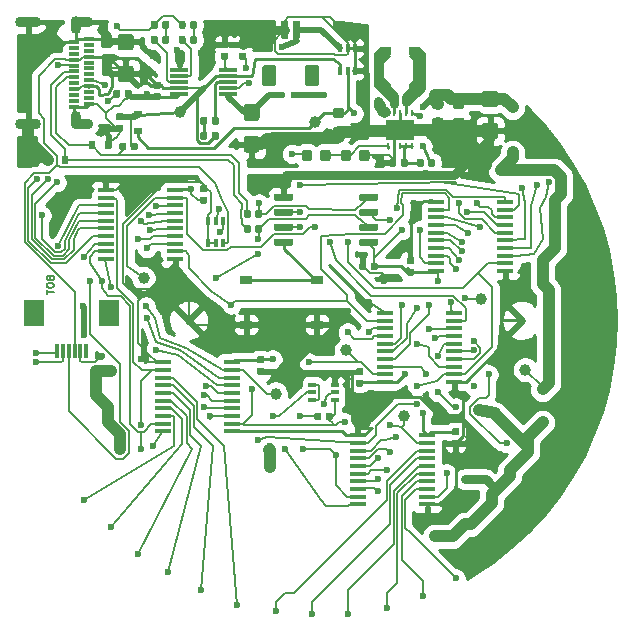
<source format=gbr>
G04 #@! TF.GenerationSoftware,KiCad,Pcbnew,5.1.5-52549c5~84~ubuntu18.04.1*
G04 #@! TF.CreationDate,2020-02-20T23:27:41+01:00*
G04 #@! TF.ProjectId,chase,63686173-652e-46b6-9963-61645f706362,rev?*
G04 #@! TF.SameCoordinates,Original*
G04 #@! TF.FileFunction,Copper,L2,Bot*
G04 #@! TF.FilePolarity,Positive*
%FSLAX46Y46*%
G04 Gerber Fmt 4.6, Leading zero omitted, Abs format (unit mm)*
G04 Created by KiCad (PCBNEW 5.1.5-52549c5~84~ubuntu18.04.1) date 2020-02-20 23:27:41*
%MOMM*%
%LPD*%
G04 APERTURE LIST*
%ADD10C,0.150000*%
%ADD11R,0.300000X1.300000*%
%ADD12R,1.800000X2.200000*%
%ADD13C,1.000000*%
%ADD14R,0.400000X0.650000*%
%ADD15C,0.100000*%
%ADD16R,0.600000X0.700000*%
%ADD17R,0.650000X0.400000*%
%ADD18R,1.000000X0.750000*%
%ADD19R,1.475000X0.450000*%
%ADD20R,0.950000X0.300000*%
%ADD21O,2.200000X0.900000*%
%ADD22O,1.900000X0.900000*%
%ADD23O,0.900000X1.500000*%
%ADD24C,0.500000*%
%ADD25R,0.240000X0.600000*%
%ADD26R,0.870000X2.790000*%
%ADD27R,0.890000X0.775000*%
%ADD28R,0.700000X0.600000*%
%ADD29R,1.498600X0.330200*%
%ADD30C,0.600000*%
%ADD31C,0.250000*%
%ADD32C,0.750000*%
%ADD33C,1.000000*%
%ADD34C,0.500000*%
%ADD35C,0.200000*%
%ADD36C,0.254000*%
G04 APERTURE END LIST*
D10*
X104136142Y-123237000D02*
X104164714Y-123322714D01*
X104193285Y-123351285D01*
X104250428Y-123379857D01*
X104336142Y-123379857D01*
X104393285Y-123351285D01*
X104421857Y-123322714D01*
X104450428Y-123265571D01*
X104450428Y-123037000D01*
X103850428Y-123037000D01*
X103850428Y-123237000D01*
X103879000Y-123294142D01*
X103907571Y-123322714D01*
X103964714Y-123351285D01*
X104021857Y-123351285D01*
X104079000Y-123322714D01*
X104107571Y-123294142D01*
X104136142Y-123237000D01*
X104136142Y-123037000D01*
X103850428Y-123751285D02*
X103850428Y-123865571D01*
X103879000Y-123922714D01*
X103936142Y-123979857D01*
X104050428Y-124008428D01*
X104250428Y-124008428D01*
X104364714Y-123979857D01*
X104421857Y-123922714D01*
X104450428Y-123865571D01*
X104450428Y-123751285D01*
X104421857Y-123694142D01*
X104364714Y-123637000D01*
X104250428Y-123608428D01*
X104050428Y-123608428D01*
X103936142Y-123637000D01*
X103879000Y-123694142D01*
X103850428Y-123751285D01*
X103850428Y-124179857D02*
X103850428Y-124522714D01*
X104450428Y-124351285D02*
X103850428Y-124351285D01*
D11*
X107207000Y-129397000D03*
X106707000Y-129397000D03*
X106207000Y-129397000D03*
X105707000Y-129397000D03*
X105207000Y-129397000D03*
X104707000Y-129397000D03*
D12*
X102807000Y-126147000D03*
X109107000Y-126147000D03*
D13*
X144374500Y-130976000D03*
D14*
X118799000Y-118342000D03*
X117499000Y-118342000D03*
X118149000Y-120242000D03*
X118149000Y-118342000D03*
X117499000Y-120242000D03*
X118799000Y-120242000D03*
G04 #@! TA.AperFunction,SMDPad,CuDef*
D15*
G36*
X128840691Y-110372053D02*
G01*
X128861926Y-110375203D01*
X128882750Y-110380419D01*
X128902962Y-110387651D01*
X128922368Y-110396830D01*
X128940781Y-110407866D01*
X128958024Y-110420654D01*
X128973930Y-110435070D01*
X128988346Y-110450976D01*
X129001134Y-110468219D01*
X129012170Y-110486632D01*
X129021349Y-110506038D01*
X129028581Y-110526250D01*
X129033797Y-110547074D01*
X129036947Y-110568309D01*
X129038000Y-110589750D01*
X129038000Y-111027250D01*
X129036947Y-111048691D01*
X129033797Y-111069926D01*
X129028581Y-111090750D01*
X129021349Y-111110962D01*
X129012170Y-111130368D01*
X129001134Y-111148781D01*
X128988346Y-111166024D01*
X128973930Y-111181930D01*
X128958024Y-111196346D01*
X128940781Y-111209134D01*
X128922368Y-111220170D01*
X128902962Y-111229349D01*
X128882750Y-111236581D01*
X128861926Y-111241797D01*
X128840691Y-111244947D01*
X128819250Y-111246000D01*
X128306750Y-111246000D01*
X128285309Y-111244947D01*
X128264074Y-111241797D01*
X128243250Y-111236581D01*
X128223038Y-111229349D01*
X128203632Y-111220170D01*
X128185219Y-111209134D01*
X128167976Y-111196346D01*
X128152070Y-111181930D01*
X128137654Y-111166024D01*
X128124866Y-111148781D01*
X128113830Y-111130368D01*
X128104651Y-111110962D01*
X128097419Y-111090750D01*
X128092203Y-111069926D01*
X128089053Y-111048691D01*
X128088000Y-111027250D01*
X128088000Y-110589750D01*
X128089053Y-110568309D01*
X128092203Y-110547074D01*
X128097419Y-110526250D01*
X128104651Y-110506038D01*
X128113830Y-110486632D01*
X128124866Y-110468219D01*
X128137654Y-110450976D01*
X128152070Y-110435070D01*
X128167976Y-110420654D01*
X128185219Y-110407866D01*
X128203632Y-110396830D01*
X128223038Y-110387651D01*
X128243250Y-110380419D01*
X128264074Y-110375203D01*
X128285309Y-110372053D01*
X128306750Y-110371000D01*
X128819250Y-110371000D01*
X128840691Y-110372053D01*
G37*
G04 #@! TD.AperFunction*
G04 #@! TA.AperFunction,SMDPad,CuDef*
G36*
X128840691Y-108797053D02*
G01*
X128861926Y-108800203D01*
X128882750Y-108805419D01*
X128902962Y-108812651D01*
X128922368Y-108821830D01*
X128940781Y-108832866D01*
X128958024Y-108845654D01*
X128973930Y-108860070D01*
X128988346Y-108875976D01*
X129001134Y-108893219D01*
X129012170Y-108911632D01*
X129021349Y-108931038D01*
X129028581Y-108951250D01*
X129033797Y-108972074D01*
X129036947Y-108993309D01*
X129038000Y-109014750D01*
X129038000Y-109452250D01*
X129036947Y-109473691D01*
X129033797Y-109494926D01*
X129028581Y-109515750D01*
X129021349Y-109535962D01*
X129012170Y-109555368D01*
X129001134Y-109573781D01*
X128988346Y-109591024D01*
X128973930Y-109606930D01*
X128958024Y-109621346D01*
X128940781Y-109634134D01*
X128922368Y-109645170D01*
X128902962Y-109654349D01*
X128882750Y-109661581D01*
X128861926Y-109666797D01*
X128840691Y-109669947D01*
X128819250Y-109671000D01*
X128306750Y-109671000D01*
X128285309Y-109669947D01*
X128264074Y-109666797D01*
X128243250Y-109661581D01*
X128223038Y-109654349D01*
X128203632Y-109645170D01*
X128185219Y-109634134D01*
X128167976Y-109621346D01*
X128152070Y-109606930D01*
X128137654Y-109591024D01*
X128124866Y-109573781D01*
X128113830Y-109555368D01*
X128104651Y-109535962D01*
X128097419Y-109515750D01*
X128092203Y-109494926D01*
X128089053Y-109473691D01*
X128088000Y-109452250D01*
X128088000Y-109014750D01*
X128089053Y-108993309D01*
X128092203Y-108972074D01*
X128097419Y-108951250D01*
X128104651Y-108931038D01*
X128113830Y-108911632D01*
X128124866Y-108893219D01*
X128137654Y-108875976D01*
X128152070Y-108860070D01*
X128167976Y-108845654D01*
X128185219Y-108832866D01*
X128203632Y-108821830D01*
X128223038Y-108812651D01*
X128243250Y-108805419D01*
X128264074Y-108800203D01*
X128285309Y-108797053D01*
X128306750Y-108796000D01*
X128819250Y-108796000D01*
X128840691Y-108797053D01*
G37*
G04 #@! TD.AperFunction*
G04 #@! TA.AperFunction,SMDPad,CuDef*
G36*
X129412691Y-112341053D02*
G01*
X129433926Y-112344203D01*
X129454750Y-112349419D01*
X129474962Y-112356651D01*
X129494368Y-112365830D01*
X129512781Y-112376866D01*
X129530024Y-112389654D01*
X129545930Y-112404070D01*
X129560346Y-112419976D01*
X129573134Y-112437219D01*
X129584170Y-112455632D01*
X129593349Y-112475038D01*
X129600581Y-112495250D01*
X129605797Y-112516074D01*
X129608947Y-112537309D01*
X129610000Y-112558750D01*
X129610000Y-113071250D01*
X129608947Y-113092691D01*
X129605797Y-113113926D01*
X129600581Y-113134750D01*
X129593349Y-113154962D01*
X129584170Y-113174368D01*
X129573134Y-113192781D01*
X129560346Y-113210024D01*
X129545930Y-113225930D01*
X129530024Y-113240346D01*
X129512781Y-113253134D01*
X129494368Y-113264170D01*
X129474962Y-113273349D01*
X129454750Y-113280581D01*
X129433926Y-113285797D01*
X129412691Y-113288947D01*
X129391250Y-113290000D01*
X128953750Y-113290000D01*
X128932309Y-113288947D01*
X128911074Y-113285797D01*
X128890250Y-113280581D01*
X128870038Y-113273349D01*
X128850632Y-113264170D01*
X128832219Y-113253134D01*
X128814976Y-113240346D01*
X128799070Y-113225930D01*
X128784654Y-113210024D01*
X128771866Y-113192781D01*
X128760830Y-113174368D01*
X128751651Y-113154962D01*
X128744419Y-113134750D01*
X128739203Y-113113926D01*
X128736053Y-113092691D01*
X128735000Y-113071250D01*
X128735000Y-112558750D01*
X128736053Y-112537309D01*
X128739203Y-112516074D01*
X128744419Y-112495250D01*
X128751651Y-112475038D01*
X128760830Y-112455632D01*
X128771866Y-112437219D01*
X128784654Y-112419976D01*
X128799070Y-112404070D01*
X128814976Y-112389654D01*
X128832219Y-112376866D01*
X128850632Y-112365830D01*
X128870038Y-112356651D01*
X128890250Y-112349419D01*
X128911074Y-112344203D01*
X128932309Y-112341053D01*
X128953750Y-112340000D01*
X129391250Y-112340000D01*
X129412691Y-112341053D01*
G37*
G04 #@! TD.AperFunction*
G04 #@! TA.AperFunction,SMDPad,CuDef*
G36*
X130987691Y-112341053D02*
G01*
X131008926Y-112344203D01*
X131029750Y-112349419D01*
X131049962Y-112356651D01*
X131069368Y-112365830D01*
X131087781Y-112376866D01*
X131105024Y-112389654D01*
X131120930Y-112404070D01*
X131135346Y-112419976D01*
X131148134Y-112437219D01*
X131159170Y-112455632D01*
X131168349Y-112475038D01*
X131175581Y-112495250D01*
X131180797Y-112516074D01*
X131183947Y-112537309D01*
X131185000Y-112558750D01*
X131185000Y-113071250D01*
X131183947Y-113092691D01*
X131180797Y-113113926D01*
X131175581Y-113134750D01*
X131168349Y-113154962D01*
X131159170Y-113174368D01*
X131148134Y-113192781D01*
X131135346Y-113210024D01*
X131120930Y-113225930D01*
X131105024Y-113240346D01*
X131087781Y-113253134D01*
X131069368Y-113264170D01*
X131049962Y-113273349D01*
X131029750Y-113280581D01*
X131008926Y-113285797D01*
X130987691Y-113288947D01*
X130966250Y-113290000D01*
X130528750Y-113290000D01*
X130507309Y-113288947D01*
X130486074Y-113285797D01*
X130465250Y-113280581D01*
X130445038Y-113273349D01*
X130425632Y-113264170D01*
X130407219Y-113253134D01*
X130389976Y-113240346D01*
X130374070Y-113225930D01*
X130359654Y-113210024D01*
X130346866Y-113192781D01*
X130335830Y-113174368D01*
X130326651Y-113154962D01*
X130319419Y-113134750D01*
X130314203Y-113113926D01*
X130311053Y-113092691D01*
X130310000Y-113071250D01*
X130310000Y-112558750D01*
X130311053Y-112537309D01*
X130314203Y-112516074D01*
X130319419Y-112495250D01*
X130326651Y-112475038D01*
X130335830Y-112455632D01*
X130346866Y-112437219D01*
X130359654Y-112419976D01*
X130374070Y-112404070D01*
X130389976Y-112389654D01*
X130407219Y-112376866D01*
X130425632Y-112365830D01*
X130445038Y-112356651D01*
X130465250Y-112349419D01*
X130486074Y-112344203D01*
X130507309Y-112341053D01*
X130528750Y-112340000D01*
X130966250Y-112340000D01*
X130987691Y-112341053D01*
G37*
G04 #@! TD.AperFunction*
G04 #@! TA.AperFunction,SMDPad,CuDef*
G36*
X126110691Y-112341053D02*
G01*
X126131926Y-112344203D01*
X126152750Y-112349419D01*
X126172962Y-112356651D01*
X126192368Y-112365830D01*
X126210781Y-112376866D01*
X126228024Y-112389654D01*
X126243930Y-112404070D01*
X126258346Y-112419976D01*
X126271134Y-112437219D01*
X126282170Y-112455632D01*
X126291349Y-112475038D01*
X126298581Y-112495250D01*
X126303797Y-112516074D01*
X126306947Y-112537309D01*
X126308000Y-112558750D01*
X126308000Y-113071250D01*
X126306947Y-113092691D01*
X126303797Y-113113926D01*
X126298581Y-113134750D01*
X126291349Y-113154962D01*
X126282170Y-113174368D01*
X126271134Y-113192781D01*
X126258346Y-113210024D01*
X126243930Y-113225930D01*
X126228024Y-113240346D01*
X126210781Y-113253134D01*
X126192368Y-113264170D01*
X126172962Y-113273349D01*
X126152750Y-113280581D01*
X126131926Y-113285797D01*
X126110691Y-113288947D01*
X126089250Y-113290000D01*
X125651750Y-113290000D01*
X125630309Y-113288947D01*
X125609074Y-113285797D01*
X125588250Y-113280581D01*
X125568038Y-113273349D01*
X125548632Y-113264170D01*
X125530219Y-113253134D01*
X125512976Y-113240346D01*
X125497070Y-113225930D01*
X125482654Y-113210024D01*
X125469866Y-113192781D01*
X125458830Y-113174368D01*
X125449651Y-113154962D01*
X125442419Y-113134750D01*
X125437203Y-113113926D01*
X125434053Y-113092691D01*
X125433000Y-113071250D01*
X125433000Y-112558750D01*
X125434053Y-112537309D01*
X125437203Y-112516074D01*
X125442419Y-112495250D01*
X125449651Y-112475038D01*
X125458830Y-112455632D01*
X125469866Y-112437219D01*
X125482654Y-112419976D01*
X125497070Y-112404070D01*
X125512976Y-112389654D01*
X125530219Y-112376866D01*
X125548632Y-112365830D01*
X125568038Y-112356651D01*
X125588250Y-112349419D01*
X125609074Y-112344203D01*
X125630309Y-112341053D01*
X125651750Y-112340000D01*
X126089250Y-112340000D01*
X126110691Y-112341053D01*
G37*
G04 #@! TD.AperFunction*
G04 #@! TA.AperFunction,SMDPad,CuDef*
G36*
X127685691Y-112341053D02*
G01*
X127706926Y-112344203D01*
X127727750Y-112349419D01*
X127747962Y-112356651D01*
X127767368Y-112365830D01*
X127785781Y-112376866D01*
X127803024Y-112389654D01*
X127818930Y-112404070D01*
X127833346Y-112419976D01*
X127846134Y-112437219D01*
X127857170Y-112455632D01*
X127866349Y-112475038D01*
X127873581Y-112495250D01*
X127878797Y-112516074D01*
X127881947Y-112537309D01*
X127883000Y-112558750D01*
X127883000Y-113071250D01*
X127881947Y-113092691D01*
X127878797Y-113113926D01*
X127873581Y-113134750D01*
X127866349Y-113154962D01*
X127857170Y-113174368D01*
X127846134Y-113192781D01*
X127833346Y-113210024D01*
X127818930Y-113225930D01*
X127803024Y-113240346D01*
X127785781Y-113253134D01*
X127767368Y-113264170D01*
X127747962Y-113273349D01*
X127727750Y-113280581D01*
X127706926Y-113285797D01*
X127685691Y-113288947D01*
X127664250Y-113290000D01*
X127226750Y-113290000D01*
X127205309Y-113288947D01*
X127184074Y-113285797D01*
X127163250Y-113280581D01*
X127143038Y-113273349D01*
X127123632Y-113264170D01*
X127105219Y-113253134D01*
X127087976Y-113240346D01*
X127072070Y-113225930D01*
X127057654Y-113210024D01*
X127044866Y-113192781D01*
X127033830Y-113174368D01*
X127024651Y-113154962D01*
X127017419Y-113134750D01*
X127012203Y-113113926D01*
X127009053Y-113092691D01*
X127008000Y-113071250D01*
X127008000Y-112558750D01*
X127009053Y-112537309D01*
X127012203Y-112516074D01*
X127017419Y-112495250D01*
X127024651Y-112475038D01*
X127033830Y-112455632D01*
X127044866Y-112437219D01*
X127057654Y-112419976D01*
X127072070Y-112404070D01*
X127087976Y-112389654D01*
X127105219Y-112376866D01*
X127123632Y-112365830D01*
X127143038Y-112356651D01*
X127163250Y-112349419D01*
X127184074Y-112344203D01*
X127205309Y-112341053D01*
X127226750Y-112340000D01*
X127664250Y-112340000D01*
X127685691Y-112341053D01*
G37*
G04 #@! TD.AperFunction*
D14*
X129975000Y-103737000D03*
X128675000Y-103737000D03*
X129325000Y-105637000D03*
X129325000Y-103737000D03*
X128675000Y-105637000D03*
X129975000Y-105637000D03*
G04 #@! TA.AperFunction,SMDPad,CuDef*
D15*
G36*
X139000691Y-109610053D02*
G01*
X139021926Y-109613203D01*
X139042750Y-109618419D01*
X139062962Y-109625651D01*
X139082368Y-109634830D01*
X139100781Y-109645866D01*
X139118024Y-109658654D01*
X139133930Y-109673070D01*
X139148346Y-109688976D01*
X139161134Y-109706219D01*
X139172170Y-109724632D01*
X139181349Y-109744038D01*
X139188581Y-109764250D01*
X139193797Y-109785074D01*
X139196947Y-109806309D01*
X139198000Y-109827750D01*
X139198000Y-110265250D01*
X139196947Y-110286691D01*
X139193797Y-110307926D01*
X139188581Y-110328750D01*
X139181349Y-110348962D01*
X139172170Y-110368368D01*
X139161134Y-110386781D01*
X139148346Y-110404024D01*
X139133930Y-110419930D01*
X139118024Y-110434346D01*
X139100781Y-110447134D01*
X139082368Y-110458170D01*
X139062962Y-110467349D01*
X139042750Y-110474581D01*
X139021926Y-110479797D01*
X139000691Y-110482947D01*
X138979250Y-110484000D01*
X138466750Y-110484000D01*
X138445309Y-110482947D01*
X138424074Y-110479797D01*
X138403250Y-110474581D01*
X138383038Y-110467349D01*
X138363632Y-110458170D01*
X138345219Y-110447134D01*
X138327976Y-110434346D01*
X138312070Y-110419930D01*
X138297654Y-110404024D01*
X138284866Y-110386781D01*
X138273830Y-110368368D01*
X138264651Y-110348962D01*
X138257419Y-110328750D01*
X138252203Y-110307926D01*
X138249053Y-110286691D01*
X138248000Y-110265250D01*
X138248000Y-109827750D01*
X138249053Y-109806309D01*
X138252203Y-109785074D01*
X138257419Y-109764250D01*
X138264651Y-109744038D01*
X138273830Y-109724632D01*
X138284866Y-109706219D01*
X138297654Y-109688976D01*
X138312070Y-109673070D01*
X138327976Y-109658654D01*
X138345219Y-109645866D01*
X138363632Y-109634830D01*
X138383038Y-109625651D01*
X138403250Y-109618419D01*
X138424074Y-109613203D01*
X138445309Y-109610053D01*
X138466750Y-109609000D01*
X138979250Y-109609000D01*
X139000691Y-109610053D01*
G37*
G04 #@! TD.AperFunction*
G04 #@! TA.AperFunction,SMDPad,CuDef*
G36*
X139000691Y-108035053D02*
G01*
X139021926Y-108038203D01*
X139042750Y-108043419D01*
X139062962Y-108050651D01*
X139082368Y-108059830D01*
X139100781Y-108070866D01*
X139118024Y-108083654D01*
X139133930Y-108098070D01*
X139148346Y-108113976D01*
X139161134Y-108131219D01*
X139172170Y-108149632D01*
X139181349Y-108169038D01*
X139188581Y-108189250D01*
X139193797Y-108210074D01*
X139196947Y-108231309D01*
X139198000Y-108252750D01*
X139198000Y-108690250D01*
X139196947Y-108711691D01*
X139193797Y-108732926D01*
X139188581Y-108753750D01*
X139181349Y-108773962D01*
X139172170Y-108793368D01*
X139161134Y-108811781D01*
X139148346Y-108829024D01*
X139133930Y-108844930D01*
X139118024Y-108859346D01*
X139100781Y-108872134D01*
X139082368Y-108883170D01*
X139062962Y-108892349D01*
X139042750Y-108899581D01*
X139021926Y-108904797D01*
X139000691Y-108907947D01*
X138979250Y-108909000D01*
X138466750Y-108909000D01*
X138445309Y-108907947D01*
X138424074Y-108904797D01*
X138403250Y-108899581D01*
X138383038Y-108892349D01*
X138363632Y-108883170D01*
X138345219Y-108872134D01*
X138327976Y-108859346D01*
X138312070Y-108844930D01*
X138297654Y-108829024D01*
X138284866Y-108811781D01*
X138273830Y-108793368D01*
X138264651Y-108773962D01*
X138257419Y-108753750D01*
X138252203Y-108732926D01*
X138249053Y-108711691D01*
X138248000Y-108690250D01*
X138248000Y-108252750D01*
X138249053Y-108231309D01*
X138252203Y-108210074D01*
X138257419Y-108189250D01*
X138264651Y-108169038D01*
X138273830Y-108149632D01*
X138284866Y-108131219D01*
X138297654Y-108113976D01*
X138312070Y-108098070D01*
X138327976Y-108083654D01*
X138345219Y-108070866D01*
X138363632Y-108059830D01*
X138383038Y-108050651D01*
X138403250Y-108043419D01*
X138424074Y-108038203D01*
X138445309Y-108035053D01*
X138466750Y-108034000D01*
X138979250Y-108034000D01*
X139000691Y-108035053D01*
G37*
G04 #@! TD.AperFunction*
G04 #@! TA.AperFunction,SMDPad,CuDef*
G36*
X137222691Y-109610053D02*
G01*
X137243926Y-109613203D01*
X137264750Y-109618419D01*
X137284962Y-109625651D01*
X137304368Y-109634830D01*
X137322781Y-109645866D01*
X137340024Y-109658654D01*
X137355930Y-109673070D01*
X137370346Y-109688976D01*
X137383134Y-109706219D01*
X137394170Y-109724632D01*
X137403349Y-109744038D01*
X137410581Y-109764250D01*
X137415797Y-109785074D01*
X137418947Y-109806309D01*
X137420000Y-109827750D01*
X137420000Y-110265250D01*
X137418947Y-110286691D01*
X137415797Y-110307926D01*
X137410581Y-110328750D01*
X137403349Y-110348962D01*
X137394170Y-110368368D01*
X137383134Y-110386781D01*
X137370346Y-110404024D01*
X137355930Y-110419930D01*
X137340024Y-110434346D01*
X137322781Y-110447134D01*
X137304368Y-110458170D01*
X137284962Y-110467349D01*
X137264750Y-110474581D01*
X137243926Y-110479797D01*
X137222691Y-110482947D01*
X137201250Y-110484000D01*
X136688750Y-110484000D01*
X136667309Y-110482947D01*
X136646074Y-110479797D01*
X136625250Y-110474581D01*
X136605038Y-110467349D01*
X136585632Y-110458170D01*
X136567219Y-110447134D01*
X136549976Y-110434346D01*
X136534070Y-110419930D01*
X136519654Y-110404024D01*
X136506866Y-110386781D01*
X136495830Y-110368368D01*
X136486651Y-110348962D01*
X136479419Y-110328750D01*
X136474203Y-110307926D01*
X136471053Y-110286691D01*
X136470000Y-110265250D01*
X136470000Y-109827750D01*
X136471053Y-109806309D01*
X136474203Y-109785074D01*
X136479419Y-109764250D01*
X136486651Y-109744038D01*
X136495830Y-109724632D01*
X136506866Y-109706219D01*
X136519654Y-109688976D01*
X136534070Y-109673070D01*
X136549976Y-109658654D01*
X136567219Y-109645866D01*
X136585632Y-109634830D01*
X136605038Y-109625651D01*
X136625250Y-109618419D01*
X136646074Y-109613203D01*
X136667309Y-109610053D01*
X136688750Y-109609000D01*
X137201250Y-109609000D01*
X137222691Y-109610053D01*
G37*
G04 #@! TD.AperFunction*
G04 #@! TA.AperFunction,SMDPad,CuDef*
G36*
X137222691Y-108035053D02*
G01*
X137243926Y-108038203D01*
X137264750Y-108043419D01*
X137284962Y-108050651D01*
X137304368Y-108059830D01*
X137322781Y-108070866D01*
X137340024Y-108083654D01*
X137355930Y-108098070D01*
X137370346Y-108113976D01*
X137383134Y-108131219D01*
X137394170Y-108149632D01*
X137403349Y-108169038D01*
X137410581Y-108189250D01*
X137415797Y-108210074D01*
X137418947Y-108231309D01*
X137420000Y-108252750D01*
X137420000Y-108690250D01*
X137418947Y-108711691D01*
X137415797Y-108732926D01*
X137410581Y-108753750D01*
X137403349Y-108773962D01*
X137394170Y-108793368D01*
X137383134Y-108811781D01*
X137370346Y-108829024D01*
X137355930Y-108844930D01*
X137340024Y-108859346D01*
X137322781Y-108872134D01*
X137304368Y-108883170D01*
X137284962Y-108892349D01*
X137264750Y-108899581D01*
X137243926Y-108904797D01*
X137222691Y-108907947D01*
X137201250Y-108909000D01*
X136688750Y-108909000D01*
X136667309Y-108907947D01*
X136646074Y-108904797D01*
X136625250Y-108899581D01*
X136605038Y-108892349D01*
X136585632Y-108883170D01*
X136567219Y-108872134D01*
X136549976Y-108859346D01*
X136534070Y-108844930D01*
X136519654Y-108829024D01*
X136506866Y-108811781D01*
X136495830Y-108793368D01*
X136486651Y-108773962D01*
X136479419Y-108753750D01*
X136474203Y-108732926D01*
X136471053Y-108711691D01*
X136470000Y-108690250D01*
X136470000Y-108252750D01*
X136471053Y-108231309D01*
X136474203Y-108210074D01*
X136479419Y-108189250D01*
X136486651Y-108169038D01*
X136495830Y-108149632D01*
X136506866Y-108131219D01*
X136519654Y-108113976D01*
X136534070Y-108098070D01*
X136549976Y-108083654D01*
X136567219Y-108070866D01*
X136585632Y-108059830D01*
X136605038Y-108050651D01*
X136625250Y-108043419D01*
X136646074Y-108038203D01*
X136667309Y-108035053D01*
X136688750Y-108034000D01*
X137201250Y-108034000D01*
X137222691Y-108035053D01*
G37*
G04 #@! TD.AperFunction*
D13*
X112053000Y-123229000D03*
G04 #@! TA.AperFunction,SMDPad,CuDef*
D15*
G36*
X123073505Y-105155204D02*
G01*
X123097773Y-105158804D01*
X123121572Y-105164765D01*
X123144671Y-105173030D01*
X123166850Y-105183520D01*
X123187893Y-105196132D01*
X123207599Y-105210747D01*
X123225777Y-105227223D01*
X123242253Y-105245401D01*
X123256868Y-105265107D01*
X123269480Y-105286150D01*
X123279970Y-105308329D01*
X123288235Y-105331428D01*
X123294196Y-105355227D01*
X123297796Y-105379495D01*
X123299000Y-105403999D01*
X123299000Y-106704001D01*
X123297796Y-106728505D01*
X123294196Y-106752773D01*
X123288235Y-106776572D01*
X123279970Y-106799671D01*
X123269480Y-106821850D01*
X123256868Y-106842893D01*
X123242253Y-106862599D01*
X123225777Y-106880777D01*
X123207599Y-106897253D01*
X123187893Y-106911868D01*
X123166850Y-106924480D01*
X123144671Y-106934970D01*
X123121572Y-106943235D01*
X123097773Y-106949196D01*
X123073505Y-106952796D01*
X123049001Y-106954000D01*
X122348999Y-106954000D01*
X122324495Y-106952796D01*
X122300227Y-106949196D01*
X122276428Y-106943235D01*
X122253329Y-106934970D01*
X122231150Y-106924480D01*
X122210107Y-106911868D01*
X122190401Y-106897253D01*
X122172223Y-106880777D01*
X122155747Y-106862599D01*
X122141132Y-106842893D01*
X122128520Y-106821850D01*
X122118030Y-106799671D01*
X122109765Y-106776572D01*
X122103804Y-106752773D01*
X122100204Y-106728505D01*
X122099000Y-106704001D01*
X122099000Y-105403999D01*
X122100204Y-105379495D01*
X122103804Y-105355227D01*
X122109765Y-105331428D01*
X122118030Y-105308329D01*
X122128520Y-105286150D01*
X122141132Y-105265107D01*
X122155747Y-105245401D01*
X122172223Y-105227223D01*
X122190401Y-105210747D01*
X122210107Y-105196132D01*
X122231150Y-105183520D01*
X122253329Y-105173030D01*
X122276428Y-105164765D01*
X122300227Y-105158804D01*
X122324495Y-105155204D01*
X122348999Y-105154000D01*
X123049001Y-105154000D01*
X123073505Y-105155204D01*
G37*
G04 #@! TD.AperFunction*
G04 #@! TA.AperFunction,SMDPad,CuDef*
G36*
X126673505Y-105155204D02*
G01*
X126697773Y-105158804D01*
X126721572Y-105164765D01*
X126744671Y-105173030D01*
X126766850Y-105183520D01*
X126787893Y-105196132D01*
X126807599Y-105210747D01*
X126825777Y-105227223D01*
X126842253Y-105245401D01*
X126856868Y-105265107D01*
X126869480Y-105286150D01*
X126879970Y-105308329D01*
X126888235Y-105331428D01*
X126894196Y-105355227D01*
X126897796Y-105379495D01*
X126899000Y-105403999D01*
X126899000Y-106704001D01*
X126897796Y-106728505D01*
X126894196Y-106752773D01*
X126888235Y-106776572D01*
X126879970Y-106799671D01*
X126869480Y-106821850D01*
X126856868Y-106842893D01*
X126842253Y-106862599D01*
X126825777Y-106880777D01*
X126807599Y-106897253D01*
X126787893Y-106911868D01*
X126766850Y-106924480D01*
X126744671Y-106934970D01*
X126721572Y-106943235D01*
X126697773Y-106949196D01*
X126673505Y-106952796D01*
X126649001Y-106954000D01*
X125948999Y-106954000D01*
X125924495Y-106952796D01*
X125900227Y-106949196D01*
X125876428Y-106943235D01*
X125853329Y-106934970D01*
X125831150Y-106924480D01*
X125810107Y-106911868D01*
X125790401Y-106897253D01*
X125772223Y-106880777D01*
X125755747Y-106862599D01*
X125741132Y-106842893D01*
X125728520Y-106821850D01*
X125718030Y-106799671D01*
X125709765Y-106776572D01*
X125703804Y-106752773D01*
X125700204Y-106728505D01*
X125699000Y-106704001D01*
X125699000Y-105403999D01*
X125700204Y-105379495D01*
X125703804Y-105355227D01*
X125709765Y-105331428D01*
X125718030Y-105308329D01*
X125728520Y-105286150D01*
X125741132Y-105265107D01*
X125755747Y-105245401D01*
X125772223Y-105227223D01*
X125790401Y-105210747D01*
X125810107Y-105196132D01*
X125831150Y-105183520D01*
X125853329Y-105173030D01*
X125876428Y-105164765D01*
X125900227Y-105158804D01*
X125924495Y-105155204D01*
X125948999Y-105154000D01*
X126649001Y-105154000D01*
X126673505Y-105155204D01*
G37*
G04 #@! TD.AperFunction*
G04 #@! TA.AperFunction,SMDPad,CuDef*
G36*
X124163703Y-101404722D02*
G01*
X124178264Y-101406882D01*
X124192543Y-101410459D01*
X124206403Y-101415418D01*
X124219710Y-101421712D01*
X124232336Y-101429280D01*
X124244159Y-101438048D01*
X124255066Y-101447934D01*
X124264952Y-101458841D01*
X124273720Y-101470664D01*
X124281288Y-101483290D01*
X124287582Y-101496597D01*
X124292541Y-101510457D01*
X124296118Y-101524736D01*
X124298278Y-101539297D01*
X124299000Y-101554000D01*
X124299000Y-102804000D01*
X124298278Y-102818703D01*
X124296118Y-102833264D01*
X124292541Y-102847543D01*
X124287582Y-102861403D01*
X124281288Y-102874710D01*
X124273720Y-102887336D01*
X124264952Y-102899159D01*
X124255066Y-102910066D01*
X124244159Y-102919952D01*
X124232336Y-102928720D01*
X124219710Y-102936288D01*
X124206403Y-102942582D01*
X124192543Y-102947541D01*
X124178264Y-102951118D01*
X124163703Y-102953278D01*
X124149000Y-102954000D01*
X123849000Y-102954000D01*
X123834297Y-102953278D01*
X123819736Y-102951118D01*
X123805457Y-102947541D01*
X123791597Y-102942582D01*
X123778290Y-102936288D01*
X123765664Y-102928720D01*
X123753841Y-102919952D01*
X123742934Y-102910066D01*
X123733048Y-102899159D01*
X123724280Y-102887336D01*
X123716712Y-102874710D01*
X123710418Y-102861403D01*
X123705459Y-102847543D01*
X123701882Y-102833264D01*
X123699722Y-102818703D01*
X123699000Y-102804000D01*
X123699000Y-101554000D01*
X123699722Y-101539297D01*
X123701882Y-101524736D01*
X123705459Y-101510457D01*
X123710418Y-101496597D01*
X123716712Y-101483290D01*
X123724280Y-101470664D01*
X123733048Y-101458841D01*
X123742934Y-101447934D01*
X123753841Y-101438048D01*
X123765664Y-101429280D01*
X123778290Y-101421712D01*
X123791597Y-101415418D01*
X123805457Y-101410459D01*
X123819736Y-101406882D01*
X123834297Y-101404722D01*
X123849000Y-101404000D01*
X124149000Y-101404000D01*
X124163703Y-101404722D01*
G37*
G04 #@! TD.AperFunction*
G04 #@! TA.AperFunction,SMDPad,CuDef*
G36*
X125163703Y-101404722D02*
G01*
X125178264Y-101406882D01*
X125192543Y-101410459D01*
X125206403Y-101415418D01*
X125219710Y-101421712D01*
X125232336Y-101429280D01*
X125244159Y-101438048D01*
X125255066Y-101447934D01*
X125264952Y-101458841D01*
X125273720Y-101470664D01*
X125281288Y-101483290D01*
X125287582Y-101496597D01*
X125292541Y-101510457D01*
X125296118Y-101524736D01*
X125298278Y-101539297D01*
X125299000Y-101554000D01*
X125299000Y-102804000D01*
X125298278Y-102818703D01*
X125296118Y-102833264D01*
X125292541Y-102847543D01*
X125287582Y-102861403D01*
X125281288Y-102874710D01*
X125273720Y-102887336D01*
X125264952Y-102899159D01*
X125255066Y-102910066D01*
X125244159Y-102919952D01*
X125232336Y-102928720D01*
X125219710Y-102936288D01*
X125206403Y-102942582D01*
X125192543Y-102947541D01*
X125178264Y-102951118D01*
X125163703Y-102953278D01*
X125149000Y-102954000D01*
X124849000Y-102954000D01*
X124834297Y-102953278D01*
X124819736Y-102951118D01*
X124805457Y-102947541D01*
X124791597Y-102942582D01*
X124778290Y-102936288D01*
X124765664Y-102928720D01*
X124753841Y-102919952D01*
X124742934Y-102910066D01*
X124733048Y-102899159D01*
X124724280Y-102887336D01*
X124716712Y-102874710D01*
X124710418Y-102861403D01*
X124705459Y-102847543D01*
X124701882Y-102833264D01*
X124699722Y-102818703D01*
X124699000Y-102804000D01*
X124699000Y-101554000D01*
X124699722Y-101539297D01*
X124701882Y-101524736D01*
X124705459Y-101510457D01*
X124710418Y-101496597D01*
X124716712Y-101483290D01*
X124724280Y-101470664D01*
X124733048Y-101458841D01*
X124742934Y-101447934D01*
X124753841Y-101438048D01*
X124765664Y-101429280D01*
X124778290Y-101421712D01*
X124791597Y-101415418D01*
X124805457Y-101410459D01*
X124819736Y-101406882D01*
X124834297Y-101404722D01*
X124849000Y-101404000D01*
X125149000Y-101404000D01*
X125163703Y-101404722D01*
G37*
G04 #@! TD.AperFunction*
G04 #@! TA.AperFunction,SMDPad,CuDef*
G36*
X121646505Y-111180204D02*
G01*
X121670773Y-111183804D01*
X121694572Y-111189765D01*
X121717671Y-111198030D01*
X121739850Y-111208520D01*
X121760893Y-111221132D01*
X121780599Y-111235747D01*
X121798777Y-111252223D01*
X121815253Y-111270401D01*
X121829868Y-111290107D01*
X121842480Y-111311150D01*
X121852970Y-111333329D01*
X121861235Y-111356428D01*
X121867196Y-111380227D01*
X121870796Y-111404495D01*
X121872000Y-111428999D01*
X121872000Y-112329001D01*
X121870796Y-112353505D01*
X121867196Y-112377773D01*
X121861235Y-112401572D01*
X121852970Y-112424671D01*
X121842480Y-112446850D01*
X121829868Y-112467893D01*
X121815253Y-112487599D01*
X121798777Y-112505777D01*
X121780599Y-112522253D01*
X121760893Y-112536868D01*
X121739850Y-112549480D01*
X121717671Y-112559970D01*
X121694572Y-112568235D01*
X121670773Y-112574196D01*
X121646505Y-112577796D01*
X121622001Y-112579000D01*
X120771999Y-112579000D01*
X120747495Y-112577796D01*
X120723227Y-112574196D01*
X120699428Y-112568235D01*
X120676329Y-112559970D01*
X120654150Y-112549480D01*
X120633107Y-112536868D01*
X120613401Y-112522253D01*
X120595223Y-112505777D01*
X120578747Y-112487599D01*
X120564132Y-112467893D01*
X120551520Y-112446850D01*
X120541030Y-112424671D01*
X120532765Y-112401572D01*
X120526804Y-112377773D01*
X120523204Y-112353505D01*
X120522000Y-112329001D01*
X120522000Y-111428999D01*
X120523204Y-111404495D01*
X120526804Y-111380227D01*
X120532765Y-111356428D01*
X120541030Y-111333329D01*
X120551520Y-111311150D01*
X120564132Y-111290107D01*
X120578747Y-111270401D01*
X120595223Y-111252223D01*
X120613401Y-111235747D01*
X120633107Y-111221132D01*
X120654150Y-111208520D01*
X120676329Y-111198030D01*
X120699428Y-111189765D01*
X120723227Y-111183804D01*
X120747495Y-111180204D01*
X120771999Y-111179000D01*
X121622001Y-111179000D01*
X121646505Y-111180204D01*
G37*
G04 #@! TD.AperFunction*
G04 #@! TA.AperFunction,SMDPad,CuDef*
G36*
X121646505Y-108480204D02*
G01*
X121670773Y-108483804D01*
X121694572Y-108489765D01*
X121717671Y-108498030D01*
X121739850Y-108508520D01*
X121760893Y-108521132D01*
X121780599Y-108535747D01*
X121798777Y-108552223D01*
X121815253Y-108570401D01*
X121829868Y-108590107D01*
X121842480Y-108611150D01*
X121852970Y-108633329D01*
X121861235Y-108656428D01*
X121867196Y-108680227D01*
X121870796Y-108704495D01*
X121872000Y-108728999D01*
X121872000Y-109629001D01*
X121870796Y-109653505D01*
X121867196Y-109677773D01*
X121861235Y-109701572D01*
X121852970Y-109724671D01*
X121842480Y-109746850D01*
X121829868Y-109767893D01*
X121815253Y-109787599D01*
X121798777Y-109805777D01*
X121780599Y-109822253D01*
X121760893Y-109836868D01*
X121739850Y-109849480D01*
X121717671Y-109859970D01*
X121694572Y-109868235D01*
X121670773Y-109874196D01*
X121646505Y-109877796D01*
X121622001Y-109879000D01*
X120771999Y-109879000D01*
X120747495Y-109877796D01*
X120723227Y-109874196D01*
X120699428Y-109868235D01*
X120676329Y-109859970D01*
X120654150Y-109849480D01*
X120633107Y-109836868D01*
X120613401Y-109822253D01*
X120595223Y-109805777D01*
X120578747Y-109787599D01*
X120564132Y-109767893D01*
X120551520Y-109746850D01*
X120541030Y-109724671D01*
X120532765Y-109701572D01*
X120526804Y-109677773D01*
X120523204Y-109653505D01*
X120522000Y-109629001D01*
X120522000Y-108728999D01*
X120523204Y-108704495D01*
X120526804Y-108680227D01*
X120532765Y-108656428D01*
X120541030Y-108633329D01*
X120551520Y-108611150D01*
X120564132Y-108590107D01*
X120578747Y-108570401D01*
X120595223Y-108552223D01*
X120613401Y-108535747D01*
X120633107Y-108521132D01*
X120654150Y-108508520D01*
X120676329Y-108498030D01*
X120699428Y-108489765D01*
X120723227Y-108483804D01*
X120747495Y-108480204D01*
X120771999Y-108479000D01*
X121622001Y-108479000D01*
X121646505Y-108480204D01*
G37*
G04 #@! TD.AperFunction*
D16*
X107670000Y-111926000D03*
X109070000Y-111926000D03*
X105387000Y-113196000D03*
X103987000Y-113196000D03*
G04 #@! TA.AperFunction,SMDPad,CuDef*
D15*
G36*
X121000958Y-117448710D02*
G01*
X121015276Y-117450834D01*
X121029317Y-117454351D01*
X121042946Y-117459228D01*
X121056031Y-117465417D01*
X121068447Y-117472858D01*
X121080073Y-117481481D01*
X121090798Y-117491202D01*
X121100519Y-117501927D01*
X121109142Y-117513553D01*
X121116583Y-117525969D01*
X121122772Y-117539054D01*
X121127649Y-117552683D01*
X121131166Y-117566724D01*
X121133290Y-117581042D01*
X121134000Y-117595500D01*
X121134000Y-117940500D01*
X121133290Y-117954958D01*
X121131166Y-117969276D01*
X121127649Y-117983317D01*
X121122772Y-117996946D01*
X121116583Y-118010031D01*
X121109142Y-118022447D01*
X121100519Y-118034073D01*
X121090798Y-118044798D01*
X121080073Y-118054519D01*
X121068447Y-118063142D01*
X121056031Y-118070583D01*
X121042946Y-118076772D01*
X121029317Y-118081649D01*
X121015276Y-118085166D01*
X121000958Y-118087290D01*
X120986500Y-118088000D01*
X120691500Y-118088000D01*
X120677042Y-118087290D01*
X120662724Y-118085166D01*
X120648683Y-118081649D01*
X120635054Y-118076772D01*
X120621969Y-118070583D01*
X120609553Y-118063142D01*
X120597927Y-118054519D01*
X120587202Y-118044798D01*
X120577481Y-118034073D01*
X120568858Y-118022447D01*
X120561417Y-118010031D01*
X120555228Y-117996946D01*
X120550351Y-117983317D01*
X120546834Y-117969276D01*
X120544710Y-117954958D01*
X120544000Y-117940500D01*
X120544000Y-117595500D01*
X120544710Y-117581042D01*
X120546834Y-117566724D01*
X120550351Y-117552683D01*
X120555228Y-117539054D01*
X120561417Y-117525969D01*
X120568858Y-117513553D01*
X120577481Y-117501927D01*
X120587202Y-117491202D01*
X120597927Y-117481481D01*
X120609553Y-117472858D01*
X120621969Y-117465417D01*
X120635054Y-117459228D01*
X120648683Y-117454351D01*
X120662724Y-117450834D01*
X120677042Y-117448710D01*
X120691500Y-117448000D01*
X120986500Y-117448000D01*
X121000958Y-117448710D01*
G37*
G04 #@! TD.AperFunction*
G04 #@! TA.AperFunction,SMDPad,CuDef*
G36*
X121970958Y-117448710D02*
G01*
X121985276Y-117450834D01*
X121999317Y-117454351D01*
X122012946Y-117459228D01*
X122026031Y-117465417D01*
X122038447Y-117472858D01*
X122050073Y-117481481D01*
X122060798Y-117491202D01*
X122070519Y-117501927D01*
X122079142Y-117513553D01*
X122086583Y-117525969D01*
X122092772Y-117539054D01*
X122097649Y-117552683D01*
X122101166Y-117566724D01*
X122103290Y-117581042D01*
X122104000Y-117595500D01*
X122104000Y-117940500D01*
X122103290Y-117954958D01*
X122101166Y-117969276D01*
X122097649Y-117983317D01*
X122092772Y-117996946D01*
X122086583Y-118010031D01*
X122079142Y-118022447D01*
X122070519Y-118034073D01*
X122060798Y-118044798D01*
X122050073Y-118054519D01*
X122038447Y-118063142D01*
X122026031Y-118070583D01*
X122012946Y-118076772D01*
X121999317Y-118081649D01*
X121985276Y-118085166D01*
X121970958Y-118087290D01*
X121956500Y-118088000D01*
X121661500Y-118088000D01*
X121647042Y-118087290D01*
X121632724Y-118085166D01*
X121618683Y-118081649D01*
X121605054Y-118076772D01*
X121591969Y-118070583D01*
X121579553Y-118063142D01*
X121567927Y-118054519D01*
X121557202Y-118044798D01*
X121547481Y-118034073D01*
X121538858Y-118022447D01*
X121531417Y-118010031D01*
X121525228Y-117996946D01*
X121520351Y-117983317D01*
X121516834Y-117969276D01*
X121514710Y-117954958D01*
X121514000Y-117940500D01*
X121514000Y-117595500D01*
X121514710Y-117581042D01*
X121516834Y-117566724D01*
X121520351Y-117552683D01*
X121525228Y-117539054D01*
X121531417Y-117525969D01*
X121538858Y-117513553D01*
X121547481Y-117501927D01*
X121557202Y-117491202D01*
X121567927Y-117481481D01*
X121579553Y-117472858D01*
X121591969Y-117465417D01*
X121605054Y-117459228D01*
X121618683Y-117454351D01*
X121632724Y-117450834D01*
X121647042Y-117448710D01*
X121661500Y-117448000D01*
X121956500Y-117448000D01*
X121970958Y-117448710D01*
G37*
G04 #@! TD.AperFunction*
G04 #@! TA.AperFunction,SMDPad,CuDef*
G36*
X121000958Y-118718710D02*
G01*
X121015276Y-118720834D01*
X121029317Y-118724351D01*
X121042946Y-118729228D01*
X121056031Y-118735417D01*
X121068447Y-118742858D01*
X121080073Y-118751481D01*
X121090798Y-118761202D01*
X121100519Y-118771927D01*
X121109142Y-118783553D01*
X121116583Y-118795969D01*
X121122772Y-118809054D01*
X121127649Y-118822683D01*
X121131166Y-118836724D01*
X121133290Y-118851042D01*
X121134000Y-118865500D01*
X121134000Y-119210500D01*
X121133290Y-119224958D01*
X121131166Y-119239276D01*
X121127649Y-119253317D01*
X121122772Y-119266946D01*
X121116583Y-119280031D01*
X121109142Y-119292447D01*
X121100519Y-119304073D01*
X121090798Y-119314798D01*
X121080073Y-119324519D01*
X121068447Y-119333142D01*
X121056031Y-119340583D01*
X121042946Y-119346772D01*
X121029317Y-119351649D01*
X121015276Y-119355166D01*
X121000958Y-119357290D01*
X120986500Y-119358000D01*
X120691500Y-119358000D01*
X120677042Y-119357290D01*
X120662724Y-119355166D01*
X120648683Y-119351649D01*
X120635054Y-119346772D01*
X120621969Y-119340583D01*
X120609553Y-119333142D01*
X120597927Y-119324519D01*
X120587202Y-119314798D01*
X120577481Y-119304073D01*
X120568858Y-119292447D01*
X120561417Y-119280031D01*
X120555228Y-119266946D01*
X120550351Y-119253317D01*
X120546834Y-119239276D01*
X120544710Y-119224958D01*
X120544000Y-119210500D01*
X120544000Y-118865500D01*
X120544710Y-118851042D01*
X120546834Y-118836724D01*
X120550351Y-118822683D01*
X120555228Y-118809054D01*
X120561417Y-118795969D01*
X120568858Y-118783553D01*
X120577481Y-118771927D01*
X120587202Y-118761202D01*
X120597927Y-118751481D01*
X120609553Y-118742858D01*
X120621969Y-118735417D01*
X120635054Y-118729228D01*
X120648683Y-118724351D01*
X120662724Y-118720834D01*
X120677042Y-118718710D01*
X120691500Y-118718000D01*
X120986500Y-118718000D01*
X121000958Y-118718710D01*
G37*
G04 #@! TD.AperFunction*
G04 #@! TA.AperFunction,SMDPad,CuDef*
G36*
X121970958Y-118718710D02*
G01*
X121985276Y-118720834D01*
X121999317Y-118724351D01*
X122012946Y-118729228D01*
X122026031Y-118735417D01*
X122038447Y-118742858D01*
X122050073Y-118751481D01*
X122060798Y-118761202D01*
X122070519Y-118771927D01*
X122079142Y-118783553D01*
X122086583Y-118795969D01*
X122092772Y-118809054D01*
X122097649Y-118822683D01*
X122101166Y-118836724D01*
X122103290Y-118851042D01*
X122104000Y-118865500D01*
X122104000Y-119210500D01*
X122103290Y-119224958D01*
X122101166Y-119239276D01*
X122097649Y-119253317D01*
X122092772Y-119266946D01*
X122086583Y-119280031D01*
X122079142Y-119292447D01*
X122070519Y-119304073D01*
X122060798Y-119314798D01*
X122050073Y-119324519D01*
X122038447Y-119333142D01*
X122026031Y-119340583D01*
X122012946Y-119346772D01*
X121999317Y-119351649D01*
X121985276Y-119355166D01*
X121970958Y-119357290D01*
X121956500Y-119358000D01*
X121661500Y-119358000D01*
X121647042Y-119357290D01*
X121632724Y-119355166D01*
X121618683Y-119351649D01*
X121605054Y-119346772D01*
X121591969Y-119340583D01*
X121579553Y-119333142D01*
X121567927Y-119324519D01*
X121557202Y-119314798D01*
X121547481Y-119304073D01*
X121538858Y-119292447D01*
X121531417Y-119280031D01*
X121525228Y-119266946D01*
X121520351Y-119253317D01*
X121516834Y-119239276D01*
X121514710Y-119224958D01*
X121514000Y-119210500D01*
X121514000Y-118865500D01*
X121514710Y-118851042D01*
X121516834Y-118836724D01*
X121520351Y-118822683D01*
X121525228Y-118809054D01*
X121531417Y-118795969D01*
X121538858Y-118783553D01*
X121547481Y-118771927D01*
X121557202Y-118761202D01*
X121567927Y-118751481D01*
X121579553Y-118742858D01*
X121591969Y-118735417D01*
X121605054Y-118729228D01*
X121618683Y-118724351D01*
X121632724Y-118720834D01*
X121647042Y-118718710D01*
X121661500Y-118718000D01*
X121956500Y-118718000D01*
X121970958Y-118718710D01*
G37*
G04 #@! TD.AperFunction*
G04 #@! TA.AperFunction,SMDPad,CuDef*
G36*
X111429958Y-111733710D02*
G01*
X111444276Y-111735834D01*
X111458317Y-111739351D01*
X111471946Y-111744228D01*
X111485031Y-111750417D01*
X111497447Y-111757858D01*
X111509073Y-111766481D01*
X111519798Y-111776202D01*
X111529519Y-111786927D01*
X111538142Y-111798553D01*
X111545583Y-111810969D01*
X111551772Y-111824054D01*
X111556649Y-111837683D01*
X111560166Y-111851724D01*
X111562290Y-111866042D01*
X111563000Y-111880500D01*
X111563000Y-112225500D01*
X111562290Y-112239958D01*
X111560166Y-112254276D01*
X111556649Y-112268317D01*
X111551772Y-112281946D01*
X111545583Y-112295031D01*
X111538142Y-112307447D01*
X111529519Y-112319073D01*
X111519798Y-112329798D01*
X111509073Y-112339519D01*
X111497447Y-112348142D01*
X111485031Y-112355583D01*
X111471946Y-112361772D01*
X111458317Y-112366649D01*
X111444276Y-112370166D01*
X111429958Y-112372290D01*
X111415500Y-112373000D01*
X111120500Y-112373000D01*
X111106042Y-112372290D01*
X111091724Y-112370166D01*
X111077683Y-112366649D01*
X111064054Y-112361772D01*
X111050969Y-112355583D01*
X111038553Y-112348142D01*
X111026927Y-112339519D01*
X111016202Y-112329798D01*
X111006481Y-112319073D01*
X110997858Y-112307447D01*
X110990417Y-112295031D01*
X110984228Y-112281946D01*
X110979351Y-112268317D01*
X110975834Y-112254276D01*
X110973710Y-112239958D01*
X110973000Y-112225500D01*
X110973000Y-111880500D01*
X110973710Y-111866042D01*
X110975834Y-111851724D01*
X110979351Y-111837683D01*
X110984228Y-111824054D01*
X110990417Y-111810969D01*
X110997858Y-111798553D01*
X111006481Y-111786927D01*
X111016202Y-111776202D01*
X111026927Y-111766481D01*
X111038553Y-111757858D01*
X111050969Y-111750417D01*
X111064054Y-111744228D01*
X111077683Y-111739351D01*
X111091724Y-111735834D01*
X111106042Y-111733710D01*
X111120500Y-111733000D01*
X111415500Y-111733000D01*
X111429958Y-111733710D01*
G37*
G04 #@! TD.AperFunction*
G04 #@! TA.AperFunction,SMDPad,CuDef*
G36*
X110459958Y-111733710D02*
G01*
X110474276Y-111735834D01*
X110488317Y-111739351D01*
X110501946Y-111744228D01*
X110515031Y-111750417D01*
X110527447Y-111757858D01*
X110539073Y-111766481D01*
X110549798Y-111776202D01*
X110559519Y-111786927D01*
X110568142Y-111798553D01*
X110575583Y-111810969D01*
X110581772Y-111824054D01*
X110586649Y-111837683D01*
X110590166Y-111851724D01*
X110592290Y-111866042D01*
X110593000Y-111880500D01*
X110593000Y-112225500D01*
X110592290Y-112239958D01*
X110590166Y-112254276D01*
X110586649Y-112268317D01*
X110581772Y-112281946D01*
X110575583Y-112295031D01*
X110568142Y-112307447D01*
X110559519Y-112319073D01*
X110549798Y-112329798D01*
X110539073Y-112339519D01*
X110527447Y-112348142D01*
X110515031Y-112355583D01*
X110501946Y-112361772D01*
X110488317Y-112366649D01*
X110474276Y-112370166D01*
X110459958Y-112372290D01*
X110445500Y-112373000D01*
X110150500Y-112373000D01*
X110136042Y-112372290D01*
X110121724Y-112370166D01*
X110107683Y-112366649D01*
X110094054Y-112361772D01*
X110080969Y-112355583D01*
X110068553Y-112348142D01*
X110056927Y-112339519D01*
X110046202Y-112329798D01*
X110036481Y-112319073D01*
X110027858Y-112307447D01*
X110020417Y-112295031D01*
X110014228Y-112281946D01*
X110009351Y-112268317D01*
X110005834Y-112254276D01*
X110003710Y-112239958D01*
X110003000Y-112225500D01*
X110003000Y-111880500D01*
X110003710Y-111866042D01*
X110005834Y-111851724D01*
X110009351Y-111837683D01*
X110014228Y-111824054D01*
X110020417Y-111810969D01*
X110027858Y-111798553D01*
X110036481Y-111786927D01*
X110046202Y-111776202D01*
X110056927Y-111766481D01*
X110068553Y-111757858D01*
X110080969Y-111750417D01*
X110094054Y-111744228D01*
X110107683Y-111739351D01*
X110121724Y-111735834D01*
X110136042Y-111733710D01*
X110150500Y-111733000D01*
X110445500Y-111733000D01*
X110459958Y-111733710D01*
G37*
G04 #@! TD.AperFunction*
G04 #@! TA.AperFunction,SMDPad,CuDef*
G36*
X126969958Y-134593710D02*
G01*
X126984276Y-134595834D01*
X126998317Y-134599351D01*
X127011946Y-134604228D01*
X127025031Y-134610417D01*
X127037447Y-134617858D01*
X127049073Y-134626481D01*
X127059798Y-134636202D01*
X127069519Y-134646927D01*
X127078142Y-134658553D01*
X127085583Y-134670969D01*
X127091772Y-134684054D01*
X127096649Y-134697683D01*
X127100166Y-134711724D01*
X127102290Y-134726042D01*
X127103000Y-134740500D01*
X127103000Y-135085500D01*
X127102290Y-135099958D01*
X127100166Y-135114276D01*
X127096649Y-135128317D01*
X127091772Y-135141946D01*
X127085583Y-135155031D01*
X127078142Y-135167447D01*
X127069519Y-135179073D01*
X127059798Y-135189798D01*
X127049073Y-135199519D01*
X127037447Y-135208142D01*
X127025031Y-135215583D01*
X127011946Y-135221772D01*
X126998317Y-135226649D01*
X126984276Y-135230166D01*
X126969958Y-135232290D01*
X126955500Y-135233000D01*
X126660500Y-135233000D01*
X126646042Y-135232290D01*
X126631724Y-135230166D01*
X126617683Y-135226649D01*
X126604054Y-135221772D01*
X126590969Y-135215583D01*
X126578553Y-135208142D01*
X126566927Y-135199519D01*
X126556202Y-135189798D01*
X126546481Y-135179073D01*
X126537858Y-135167447D01*
X126530417Y-135155031D01*
X126524228Y-135141946D01*
X126519351Y-135128317D01*
X126515834Y-135114276D01*
X126513710Y-135099958D01*
X126513000Y-135085500D01*
X126513000Y-134740500D01*
X126513710Y-134726042D01*
X126515834Y-134711724D01*
X126519351Y-134697683D01*
X126524228Y-134684054D01*
X126530417Y-134670969D01*
X126537858Y-134658553D01*
X126546481Y-134646927D01*
X126556202Y-134636202D01*
X126566927Y-134626481D01*
X126578553Y-134617858D01*
X126590969Y-134610417D01*
X126604054Y-134604228D01*
X126617683Y-134599351D01*
X126631724Y-134595834D01*
X126646042Y-134593710D01*
X126660500Y-134593000D01*
X126955500Y-134593000D01*
X126969958Y-134593710D01*
G37*
G04 #@! TD.AperFunction*
G04 #@! TA.AperFunction,SMDPad,CuDef*
G36*
X127939958Y-134593710D02*
G01*
X127954276Y-134595834D01*
X127968317Y-134599351D01*
X127981946Y-134604228D01*
X127995031Y-134610417D01*
X128007447Y-134617858D01*
X128019073Y-134626481D01*
X128029798Y-134636202D01*
X128039519Y-134646927D01*
X128048142Y-134658553D01*
X128055583Y-134670969D01*
X128061772Y-134684054D01*
X128066649Y-134697683D01*
X128070166Y-134711724D01*
X128072290Y-134726042D01*
X128073000Y-134740500D01*
X128073000Y-135085500D01*
X128072290Y-135099958D01*
X128070166Y-135114276D01*
X128066649Y-135128317D01*
X128061772Y-135141946D01*
X128055583Y-135155031D01*
X128048142Y-135167447D01*
X128039519Y-135179073D01*
X128029798Y-135189798D01*
X128019073Y-135199519D01*
X128007447Y-135208142D01*
X127995031Y-135215583D01*
X127981946Y-135221772D01*
X127968317Y-135226649D01*
X127954276Y-135230166D01*
X127939958Y-135232290D01*
X127925500Y-135233000D01*
X127630500Y-135233000D01*
X127616042Y-135232290D01*
X127601724Y-135230166D01*
X127587683Y-135226649D01*
X127574054Y-135221772D01*
X127560969Y-135215583D01*
X127548553Y-135208142D01*
X127536927Y-135199519D01*
X127526202Y-135189798D01*
X127516481Y-135179073D01*
X127507858Y-135167447D01*
X127500417Y-135155031D01*
X127494228Y-135141946D01*
X127489351Y-135128317D01*
X127485834Y-135114276D01*
X127483710Y-135099958D01*
X127483000Y-135085500D01*
X127483000Y-134740500D01*
X127483710Y-134726042D01*
X127485834Y-134711724D01*
X127489351Y-134697683D01*
X127494228Y-134684054D01*
X127500417Y-134670969D01*
X127507858Y-134658553D01*
X127516481Y-134646927D01*
X127526202Y-134636202D01*
X127536927Y-134626481D01*
X127548553Y-134617858D01*
X127560969Y-134610417D01*
X127574054Y-134604228D01*
X127587683Y-134599351D01*
X127601724Y-134595834D01*
X127616042Y-134593710D01*
X127630500Y-134593000D01*
X127925500Y-134593000D01*
X127939958Y-134593710D01*
G37*
G04 #@! TD.AperFunction*
D17*
X128243000Y-133531000D03*
X128243000Y-132231000D03*
X126343000Y-132881000D03*
X128243000Y-132881000D03*
X126343000Y-132231000D03*
X126343000Y-133531000D03*
G04 #@! TA.AperFunction,SMDPad,CuDef*
D15*
G36*
X110921958Y-107288710D02*
G01*
X110936276Y-107290834D01*
X110950317Y-107294351D01*
X110963946Y-107299228D01*
X110977031Y-107305417D01*
X110989447Y-107312858D01*
X111001073Y-107321481D01*
X111011798Y-107331202D01*
X111021519Y-107341927D01*
X111030142Y-107353553D01*
X111037583Y-107365969D01*
X111043772Y-107379054D01*
X111048649Y-107392683D01*
X111052166Y-107406724D01*
X111054290Y-107421042D01*
X111055000Y-107435500D01*
X111055000Y-107780500D01*
X111054290Y-107794958D01*
X111052166Y-107809276D01*
X111048649Y-107823317D01*
X111043772Y-107836946D01*
X111037583Y-107850031D01*
X111030142Y-107862447D01*
X111021519Y-107874073D01*
X111011798Y-107884798D01*
X111001073Y-107894519D01*
X110989447Y-107903142D01*
X110977031Y-107910583D01*
X110963946Y-107916772D01*
X110950317Y-107921649D01*
X110936276Y-107925166D01*
X110921958Y-107927290D01*
X110907500Y-107928000D01*
X110612500Y-107928000D01*
X110598042Y-107927290D01*
X110583724Y-107925166D01*
X110569683Y-107921649D01*
X110556054Y-107916772D01*
X110542969Y-107910583D01*
X110530553Y-107903142D01*
X110518927Y-107894519D01*
X110508202Y-107884798D01*
X110498481Y-107874073D01*
X110489858Y-107862447D01*
X110482417Y-107850031D01*
X110476228Y-107836946D01*
X110471351Y-107823317D01*
X110467834Y-107809276D01*
X110465710Y-107794958D01*
X110465000Y-107780500D01*
X110465000Y-107435500D01*
X110465710Y-107421042D01*
X110467834Y-107406724D01*
X110471351Y-107392683D01*
X110476228Y-107379054D01*
X110482417Y-107365969D01*
X110489858Y-107353553D01*
X110498481Y-107341927D01*
X110508202Y-107331202D01*
X110518927Y-107321481D01*
X110530553Y-107312858D01*
X110542969Y-107305417D01*
X110556054Y-107299228D01*
X110569683Y-107294351D01*
X110583724Y-107290834D01*
X110598042Y-107288710D01*
X110612500Y-107288000D01*
X110907500Y-107288000D01*
X110921958Y-107288710D01*
G37*
G04 #@! TD.AperFunction*
G04 #@! TA.AperFunction,SMDPad,CuDef*
G36*
X109951958Y-107288710D02*
G01*
X109966276Y-107290834D01*
X109980317Y-107294351D01*
X109993946Y-107299228D01*
X110007031Y-107305417D01*
X110019447Y-107312858D01*
X110031073Y-107321481D01*
X110041798Y-107331202D01*
X110051519Y-107341927D01*
X110060142Y-107353553D01*
X110067583Y-107365969D01*
X110073772Y-107379054D01*
X110078649Y-107392683D01*
X110082166Y-107406724D01*
X110084290Y-107421042D01*
X110085000Y-107435500D01*
X110085000Y-107780500D01*
X110084290Y-107794958D01*
X110082166Y-107809276D01*
X110078649Y-107823317D01*
X110073772Y-107836946D01*
X110067583Y-107850031D01*
X110060142Y-107862447D01*
X110051519Y-107874073D01*
X110041798Y-107884798D01*
X110031073Y-107894519D01*
X110019447Y-107903142D01*
X110007031Y-107910583D01*
X109993946Y-107916772D01*
X109980317Y-107921649D01*
X109966276Y-107925166D01*
X109951958Y-107927290D01*
X109937500Y-107928000D01*
X109642500Y-107928000D01*
X109628042Y-107927290D01*
X109613724Y-107925166D01*
X109599683Y-107921649D01*
X109586054Y-107916772D01*
X109572969Y-107910583D01*
X109560553Y-107903142D01*
X109548927Y-107894519D01*
X109538202Y-107884798D01*
X109528481Y-107874073D01*
X109519858Y-107862447D01*
X109512417Y-107850031D01*
X109506228Y-107836946D01*
X109501351Y-107823317D01*
X109497834Y-107809276D01*
X109495710Y-107794958D01*
X109495000Y-107780500D01*
X109495000Y-107435500D01*
X109495710Y-107421042D01*
X109497834Y-107406724D01*
X109501351Y-107392683D01*
X109506228Y-107379054D01*
X109512417Y-107365969D01*
X109519858Y-107353553D01*
X109528481Y-107341927D01*
X109538202Y-107331202D01*
X109548927Y-107321481D01*
X109560553Y-107312858D01*
X109572969Y-107305417D01*
X109586054Y-107299228D01*
X109599683Y-107294351D01*
X109613724Y-107290834D01*
X109628042Y-107288710D01*
X109642500Y-107288000D01*
X109937500Y-107288000D01*
X109951958Y-107288710D01*
G37*
G04 #@! TD.AperFunction*
D13*
X126531000Y-110021000D03*
X115101000Y-109132000D03*
X140628000Y-125007000D03*
X129198000Y-129325000D03*
X134087500Y-134849500D03*
X123229000Y-133008000D03*
G04 #@! TA.AperFunction,SMDPad,CuDef*
D15*
G36*
X124567703Y-119881722D02*
G01*
X124582264Y-119883882D01*
X124596543Y-119887459D01*
X124610403Y-119892418D01*
X124623710Y-119898712D01*
X124636336Y-119906280D01*
X124648159Y-119915048D01*
X124659066Y-119924934D01*
X124668952Y-119935841D01*
X124677720Y-119947664D01*
X124685288Y-119960290D01*
X124691582Y-119973597D01*
X124696541Y-119987457D01*
X124700118Y-120001736D01*
X124702278Y-120016297D01*
X124703000Y-120031000D01*
X124703000Y-120331000D01*
X124702278Y-120345703D01*
X124700118Y-120360264D01*
X124696541Y-120374543D01*
X124691582Y-120388403D01*
X124685288Y-120401710D01*
X124677720Y-120414336D01*
X124668952Y-120426159D01*
X124659066Y-120437066D01*
X124648159Y-120446952D01*
X124636336Y-120455720D01*
X124623710Y-120463288D01*
X124610403Y-120469582D01*
X124596543Y-120474541D01*
X124582264Y-120478118D01*
X124567703Y-120480278D01*
X124553000Y-120481000D01*
X123253000Y-120481000D01*
X123238297Y-120480278D01*
X123223736Y-120478118D01*
X123209457Y-120474541D01*
X123195597Y-120469582D01*
X123182290Y-120463288D01*
X123169664Y-120455720D01*
X123157841Y-120446952D01*
X123146934Y-120437066D01*
X123137048Y-120426159D01*
X123128280Y-120414336D01*
X123120712Y-120401710D01*
X123114418Y-120388403D01*
X123109459Y-120374543D01*
X123105882Y-120360264D01*
X123103722Y-120345703D01*
X123103000Y-120331000D01*
X123103000Y-120031000D01*
X123103722Y-120016297D01*
X123105882Y-120001736D01*
X123109459Y-119987457D01*
X123114418Y-119973597D01*
X123120712Y-119960290D01*
X123128280Y-119947664D01*
X123137048Y-119935841D01*
X123146934Y-119924934D01*
X123157841Y-119915048D01*
X123169664Y-119906280D01*
X123182290Y-119898712D01*
X123195597Y-119892418D01*
X123209457Y-119887459D01*
X123223736Y-119883882D01*
X123238297Y-119881722D01*
X123253000Y-119881000D01*
X124553000Y-119881000D01*
X124567703Y-119881722D01*
G37*
G04 #@! TD.AperFunction*
G04 #@! TA.AperFunction,SMDPad,CuDef*
G36*
X124567703Y-118611722D02*
G01*
X124582264Y-118613882D01*
X124596543Y-118617459D01*
X124610403Y-118622418D01*
X124623710Y-118628712D01*
X124636336Y-118636280D01*
X124648159Y-118645048D01*
X124659066Y-118654934D01*
X124668952Y-118665841D01*
X124677720Y-118677664D01*
X124685288Y-118690290D01*
X124691582Y-118703597D01*
X124696541Y-118717457D01*
X124700118Y-118731736D01*
X124702278Y-118746297D01*
X124703000Y-118761000D01*
X124703000Y-119061000D01*
X124702278Y-119075703D01*
X124700118Y-119090264D01*
X124696541Y-119104543D01*
X124691582Y-119118403D01*
X124685288Y-119131710D01*
X124677720Y-119144336D01*
X124668952Y-119156159D01*
X124659066Y-119167066D01*
X124648159Y-119176952D01*
X124636336Y-119185720D01*
X124623710Y-119193288D01*
X124610403Y-119199582D01*
X124596543Y-119204541D01*
X124582264Y-119208118D01*
X124567703Y-119210278D01*
X124553000Y-119211000D01*
X123253000Y-119211000D01*
X123238297Y-119210278D01*
X123223736Y-119208118D01*
X123209457Y-119204541D01*
X123195597Y-119199582D01*
X123182290Y-119193288D01*
X123169664Y-119185720D01*
X123157841Y-119176952D01*
X123146934Y-119167066D01*
X123137048Y-119156159D01*
X123128280Y-119144336D01*
X123120712Y-119131710D01*
X123114418Y-119118403D01*
X123109459Y-119104543D01*
X123105882Y-119090264D01*
X123103722Y-119075703D01*
X123103000Y-119061000D01*
X123103000Y-118761000D01*
X123103722Y-118746297D01*
X123105882Y-118731736D01*
X123109459Y-118717457D01*
X123114418Y-118703597D01*
X123120712Y-118690290D01*
X123128280Y-118677664D01*
X123137048Y-118665841D01*
X123146934Y-118654934D01*
X123157841Y-118645048D01*
X123169664Y-118636280D01*
X123182290Y-118628712D01*
X123195597Y-118622418D01*
X123209457Y-118617459D01*
X123223736Y-118613882D01*
X123238297Y-118611722D01*
X123253000Y-118611000D01*
X124553000Y-118611000D01*
X124567703Y-118611722D01*
G37*
G04 #@! TD.AperFunction*
G04 #@! TA.AperFunction,SMDPad,CuDef*
G36*
X124567703Y-117341722D02*
G01*
X124582264Y-117343882D01*
X124596543Y-117347459D01*
X124610403Y-117352418D01*
X124623710Y-117358712D01*
X124636336Y-117366280D01*
X124648159Y-117375048D01*
X124659066Y-117384934D01*
X124668952Y-117395841D01*
X124677720Y-117407664D01*
X124685288Y-117420290D01*
X124691582Y-117433597D01*
X124696541Y-117447457D01*
X124700118Y-117461736D01*
X124702278Y-117476297D01*
X124703000Y-117491000D01*
X124703000Y-117791000D01*
X124702278Y-117805703D01*
X124700118Y-117820264D01*
X124696541Y-117834543D01*
X124691582Y-117848403D01*
X124685288Y-117861710D01*
X124677720Y-117874336D01*
X124668952Y-117886159D01*
X124659066Y-117897066D01*
X124648159Y-117906952D01*
X124636336Y-117915720D01*
X124623710Y-117923288D01*
X124610403Y-117929582D01*
X124596543Y-117934541D01*
X124582264Y-117938118D01*
X124567703Y-117940278D01*
X124553000Y-117941000D01*
X123253000Y-117941000D01*
X123238297Y-117940278D01*
X123223736Y-117938118D01*
X123209457Y-117934541D01*
X123195597Y-117929582D01*
X123182290Y-117923288D01*
X123169664Y-117915720D01*
X123157841Y-117906952D01*
X123146934Y-117897066D01*
X123137048Y-117886159D01*
X123128280Y-117874336D01*
X123120712Y-117861710D01*
X123114418Y-117848403D01*
X123109459Y-117834543D01*
X123105882Y-117820264D01*
X123103722Y-117805703D01*
X123103000Y-117791000D01*
X123103000Y-117491000D01*
X123103722Y-117476297D01*
X123105882Y-117461736D01*
X123109459Y-117447457D01*
X123114418Y-117433597D01*
X123120712Y-117420290D01*
X123128280Y-117407664D01*
X123137048Y-117395841D01*
X123146934Y-117384934D01*
X123157841Y-117375048D01*
X123169664Y-117366280D01*
X123182290Y-117358712D01*
X123195597Y-117352418D01*
X123209457Y-117347459D01*
X123223736Y-117343882D01*
X123238297Y-117341722D01*
X123253000Y-117341000D01*
X124553000Y-117341000D01*
X124567703Y-117341722D01*
G37*
G04 #@! TD.AperFunction*
G04 #@! TA.AperFunction,SMDPad,CuDef*
G36*
X124567703Y-116071722D02*
G01*
X124582264Y-116073882D01*
X124596543Y-116077459D01*
X124610403Y-116082418D01*
X124623710Y-116088712D01*
X124636336Y-116096280D01*
X124648159Y-116105048D01*
X124659066Y-116114934D01*
X124668952Y-116125841D01*
X124677720Y-116137664D01*
X124685288Y-116150290D01*
X124691582Y-116163597D01*
X124696541Y-116177457D01*
X124700118Y-116191736D01*
X124702278Y-116206297D01*
X124703000Y-116221000D01*
X124703000Y-116521000D01*
X124702278Y-116535703D01*
X124700118Y-116550264D01*
X124696541Y-116564543D01*
X124691582Y-116578403D01*
X124685288Y-116591710D01*
X124677720Y-116604336D01*
X124668952Y-116616159D01*
X124659066Y-116627066D01*
X124648159Y-116636952D01*
X124636336Y-116645720D01*
X124623710Y-116653288D01*
X124610403Y-116659582D01*
X124596543Y-116664541D01*
X124582264Y-116668118D01*
X124567703Y-116670278D01*
X124553000Y-116671000D01*
X123253000Y-116671000D01*
X123238297Y-116670278D01*
X123223736Y-116668118D01*
X123209457Y-116664541D01*
X123195597Y-116659582D01*
X123182290Y-116653288D01*
X123169664Y-116645720D01*
X123157841Y-116636952D01*
X123146934Y-116627066D01*
X123137048Y-116616159D01*
X123128280Y-116604336D01*
X123120712Y-116591710D01*
X123114418Y-116578403D01*
X123109459Y-116564543D01*
X123105882Y-116550264D01*
X123103722Y-116535703D01*
X123103000Y-116521000D01*
X123103000Y-116221000D01*
X123103722Y-116206297D01*
X123105882Y-116191736D01*
X123109459Y-116177457D01*
X123114418Y-116163597D01*
X123120712Y-116150290D01*
X123128280Y-116137664D01*
X123137048Y-116125841D01*
X123146934Y-116114934D01*
X123157841Y-116105048D01*
X123169664Y-116096280D01*
X123182290Y-116088712D01*
X123195597Y-116082418D01*
X123209457Y-116077459D01*
X123223736Y-116073882D01*
X123238297Y-116071722D01*
X123253000Y-116071000D01*
X124553000Y-116071000D01*
X124567703Y-116071722D01*
G37*
G04 #@! TD.AperFunction*
G04 #@! TA.AperFunction,SMDPad,CuDef*
G36*
X131767703Y-116071722D02*
G01*
X131782264Y-116073882D01*
X131796543Y-116077459D01*
X131810403Y-116082418D01*
X131823710Y-116088712D01*
X131836336Y-116096280D01*
X131848159Y-116105048D01*
X131859066Y-116114934D01*
X131868952Y-116125841D01*
X131877720Y-116137664D01*
X131885288Y-116150290D01*
X131891582Y-116163597D01*
X131896541Y-116177457D01*
X131900118Y-116191736D01*
X131902278Y-116206297D01*
X131903000Y-116221000D01*
X131903000Y-116521000D01*
X131902278Y-116535703D01*
X131900118Y-116550264D01*
X131896541Y-116564543D01*
X131891582Y-116578403D01*
X131885288Y-116591710D01*
X131877720Y-116604336D01*
X131868952Y-116616159D01*
X131859066Y-116627066D01*
X131848159Y-116636952D01*
X131836336Y-116645720D01*
X131823710Y-116653288D01*
X131810403Y-116659582D01*
X131796543Y-116664541D01*
X131782264Y-116668118D01*
X131767703Y-116670278D01*
X131753000Y-116671000D01*
X130453000Y-116671000D01*
X130438297Y-116670278D01*
X130423736Y-116668118D01*
X130409457Y-116664541D01*
X130395597Y-116659582D01*
X130382290Y-116653288D01*
X130369664Y-116645720D01*
X130357841Y-116636952D01*
X130346934Y-116627066D01*
X130337048Y-116616159D01*
X130328280Y-116604336D01*
X130320712Y-116591710D01*
X130314418Y-116578403D01*
X130309459Y-116564543D01*
X130305882Y-116550264D01*
X130303722Y-116535703D01*
X130303000Y-116521000D01*
X130303000Y-116221000D01*
X130303722Y-116206297D01*
X130305882Y-116191736D01*
X130309459Y-116177457D01*
X130314418Y-116163597D01*
X130320712Y-116150290D01*
X130328280Y-116137664D01*
X130337048Y-116125841D01*
X130346934Y-116114934D01*
X130357841Y-116105048D01*
X130369664Y-116096280D01*
X130382290Y-116088712D01*
X130395597Y-116082418D01*
X130409457Y-116077459D01*
X130423736Y-116073882D01*
X130438297Y-116071722D01*
X130453000Y-116071000D01*
X131753000Y-116071000D01*
X131767703Y-116071722D01*
G37*
G04 #@! TD.AperFunction*
G04 #@! TA.AperFunction,SMDPad,CuDef*
G36*
X131767703Y-117341722D02*
G01*
X131782264Y-117343882D01*
X131796543Y-117347459D01*
X131810403Y-117352418D01*
X131823710Y-117358712D01*
X131836336Y-117366280D01*
X131848159Y-117375048D01*
X131859066Y-117384934D01*
X131868952Y-117395841D01*
X131877720Y-117407664D01*
X131885288Y-117420290D01*
X131891582Y-117433597D01*
X131896541Y-117447457D01*
X131900118Y-117461736D01*
X131902278Y-117476297D01*
X131903000Y-117491000D01*
X131903000Y-117791000D01*
X131902278Y-117805703D01*
X131900118Y-117820264D01*
X131896541Y-117834543D01*
X131891582Y-117848403D01*
X131885288Y-117861710D01*
X131877720Y-117874336D01*
X131868952Y-117886159D01*
X131859066Y-117897066D01*
X131848159Y-117906952D01*
X131836336Y-117915720D01*
X131823710Y-117923288D01*
X131810403Y-117929582D01*
X131796543Y-117934541D01*
X131782264Y-117938118D01*
X131767703Y-117940278D01*
X131753000Y-117941000D01*
X130453000Y-117941000D01*
X130438297Y-117940278D01*
X130423736Y-117938118D01*
X130409457Y-117934541D01*
X130395597Y-117929582D01*
X130382290Y-117923288D01*
X130369664Y-117915720D01*
X130357841Y-117906952D01*
X130346934Y-117897066D01*
X130337048Y-117886159D01*
X130328280Y-117874336D01*
X130320712Y-117861710D01*
X130314418Y-117848403D01*
X130309459Y-117834543D01*
X130305882Y-117820264D01*
X130303722Y-117805703D01*
X130303000Y-117791000D01*
X130303000Y-117491000D01*
X130303722Y-117476297D01*
X130305882Y-117461736D01*
X130309459Y-117447457D01*
X130314418Y-117433597D01*
X130320712Y-117420290D01*
X130328280Y-117407664D01*
X130337048Y-117395841D01*
X130346934Y-117384934D01*
X130357841Y-117375048D01*
X130369664Y-117366280D01*
X130382290Y-117358712D01*
X130395597Y-117352418D01*
X130409457Y-117347459D01*
X130423736Y-117343882D01*
X130438297Y-117341722D01*
X130453000Y-117341000D01*
X131753000Y-117341000D01*
X131767703Y-117341722D01*
G37*
G04 #@! TD.AperFunction*
G04 #@! TA.AperFunction,SMDPad,CuDef*
G36*
X131767703Y-118611722D02*
G01*
X131782264Y-118613882D01*
X131796543Y-118617459D01*
X131810403Y-118622418D01*
X131823710Y-118628712D01*
X131836336Y-118636280D01*
X131848159Y-118645048D01*
X131859066Y-118654934D01*
X131868952Y-118665841D01*
X131877720Y-118677664D01*
X131885288Y-118690290D01*
X131891582Y-118703597D01*
X131896541Y-118717457D01*
X131900118Y-118731736D01*
X131902278Y-118746297D01*
X131903000Y-118761000D01*
X131903000Y-119061000D01*
X131902278Y-119075703D01*
X131900118Y-119090264D01*
X131896541Y-119104543D01*
X131891582Y-119118403D01*
X131885288Y-119131710D01*
X131877720Y-119144336D01*
X131868952Y-119156159D01*
X131859066Y-119167066D01*
X131848159Y-119176952D01*
X131836336Y-119185720D01*
X131823710Y-119193288D01*
X131810403Y-119199582D01*
X131796543Y-119204541D01*
X131782264Y-119208118D01*
X131767703Y-119210278D01*
X131753000Y-119211000D01*
X130453000Y-119211000D01*
X130438297Y-119210278D01*
X130423736Y-119208118D01*
X130409457Y-119204541D01*
X130395597Y-119199582D01*
X130382290Y-119193288D01*
X130369664Y-119185720D01*
X130357841Y-119176952D01*
X130346934Y-119167066D01*
X130337048Y-119156159D01*
X130328280Y-119144336D01*
X130320712Y-119131710D01*
X130314418Y-119118403D01*
X130309459Y-119104543D01*
X130305882Y-119090264D01*
X130303722Y-119075703D01*
X130303000Y-119061000D01*
X130303000Y-118761000D01*
X130303722Y-118746297D01*
X130305882Y-118731736D01*
X130309459Y-118717457D01*
X130314418Y-118703597D01*
X130320712Y-118690290D01*
X130328280Y-118677664D01*
X130337048Y-118665841D01*
X130346934Y-118654934D01*
X130357841Y-118645048D01*
X130369664Y-118636280D01*
X130382290Y-118628712D01*
X130395597Y-118622418D01*
X130409457Y-118617459D01*
X130423736Y-118613882D01*
X130438297Y-118611722D01*
X130453000Y-118611000D01*
X131753000Y-118611000D01*
X131767703Y-118611722D01*
G37*
G04 #@! TD.AperFunction*
G04 #@! TA.AperFunction,SMDPad,CuDef*
G36*
X131767703Y-119881722D02*
G01*
X131782264Y-119883882D01*
X131796543Y-119887459D01*
X131810403Y-119892418D01*
X131823710Y-119898712D01*
X131836336Y-119906280D01*
X131848159Y-119915048D01*
X131859066Y-119924934D01*
X131868952Y-119935841D01*
X131877720Y-119947664D01*
X131885288Y-119960290D01*
X131891582Y-119973597D01*
X131896541Y-119987457D01*
X131900118Y-120001736D01*
X131902278Y-120016297D01*
X131903000Y-120031000D01*
X131903000Y-120331000D01*
X131902278Y-120345703D01*
X131900118Y-120360264D01*
X131896541Y-120374543D01*
X131891582Y-120388403D01*
X131885288Y-120401710D01*
X131877720Y-120414336D01*
X131868952Y-120426159D01*
X131859066Y-120437066D01*
X131848159Y-120446952D01*
X131836336Y-120455720D01*
X131823710Y-120463288D01*
X131810403Y-120469582D01*
X131796543Y-120474541D01*
X131782264Y-120478118D01*
X131767703Y-120480278D01*
X131753000Y-120481000D01*
X130453000Y-120481000D01*
X130438297Y-120480278D01*
X130423736Y-120478118D01*
X130409457Y-120474541D01*
X130395597Y-120469582D01*
X130382290Y-120463288D01*
X130369664Y-120455720D01*
X130357841Y-120446952D01*
X130346934Y-120437066D01*
X130337048Y-120426159D01*
X130328280Y-120414336D01*
X130320712Y-120401710D01*
X130314418Y-120388403D01*
X130309459Y-120374543D01*
X130305882Y-120360264D01*
X130303722Y-120345703D01*
X130303000Y-120331000D01*
X130303000Y-120031000D01*
X130303722Y-120016297D01*
X130305882Y-120001736D01*
X130309459Y-119987457D01*
X130314418Y-119973597D01*
X130320712Y-119960290D01*
X130328280Y-119947664D01*
X130337048Y-119935841D01*
X130346934Y-119924934D01*
X130357841Y-119915048D01*
X130369664Y-119906280D01*
X130382290Y-119898712D01*
X130395597Y-119892418D01*
X130409457Y-119887459D01*
X130423736Y-119883882D01*
X130438297Y-119881722D01*
X130453000Y-119881000D01*
X131753000Y-119881000D01*
X131767703Y-119881722D01*
G37*
G04 #@! TD.AperFunction*
D18*
X120737000Y-127136000D03*
X126737000Y-127136000D03*
X120737000Y-123386000D03*
X126737000Y-123386000D03*
D19*
X132483000Y-131996000D03*
X132483000Y-131346000D03*
X132483000Y-130696000D03*
X132483000Y-130046000D03*
X132483000Y-129396000D03*
X132483000Y-128746000D03*
X132483000Y-128096000D03*
X132483000Y-127446000D03*
X132483000Y-126796000D03*
X132483000Y-126146000D03*
X138359000Y-126146000D03*
X138359000Y-126796000D03*
X138359000Y-127446000D03*
X138359000Y-128096000D03*
X138359000Y-128746000D03*
X138359000Y-129396000D03*
X138359000Y-130046000D03*
X138359000Y-130696000D03*
X138359000Y-131346000D03*
X138359000Y-131996000D03*
X136072000Y-136503000D03*
X136072000Y-137153000D03*
X136072000Y-137803000D03*
X136072000Y-138453000D03*
X136072000Y-139103000D03*
X136072000Y-139753000D03*
X136072000Y-140403000D03*
X136072000Y-141053000D03*
X136072000Y-141703000D03*
X136072000Y-142353000D03*
X130196000Y-142353000D03*
X130196000Y-141703000D03*
X130196000Y-141053000D03*
X130196000Y-140403000D03*
X130196000Y-139753000D03*
X130196000Y-139103000D03*
X130196000Y-138453000D03*
X130196000Y-137803000D03*
X130196000Y-137153000D03*
X130196000Y-136503000D03*
X119544000Y-130327000D03*
X119544000Y-130977000D03*
X119544000Y-131627000D03*
X119544000Y-132277000D03*
X119544000Y-132927000D03*
X119544000Y-133577000D03*
X119544000Y-134227000D03*
X119544000Y-134877000D03*
X119544000Y-135527000D03*
X119544000Y-136177000D03*
X113668000Y-136177000D03*
X113668000Y-135527000D03*
X113668000Y-134877000D03*
X113668000Y-134227000D03*
X113668000Y-133577000D03*
X113668000Y-132927000D03*
X113668000Y-132277000D03*
X113668000Y-131627000D03*
X113668000Y-130977000D03*
X113668000Y-130327000D03*
X114737000Y-115732000D03*
X114737000Y-116382000D03*
X114737000Y-117032000D03*
X114737000Y-117682000D03*
X114737000Y-118332000D03*
X114737000Y-118982000D03*
X114737000Y-119632000D03*
X114737000Y-120282000D03*
X114737000Y-120932000D03*
X114737000Y-121582000D03*
X108861000Y-121582000D03*
X108861000Y-120932000D03*
X108861000Y-120282000D03*
X108861000Y-119632000D03*
X108861000Y-118982000D03*
X108861000Y-118332000D03*
X108861000Y-117682000D03*
X108861000Y-117032000D03*
X108861000Y-116382000D03*
X108861000Y-115732000D03*
X136801000Y-122598000D03*
X136801000Y-121948000D03*
X136801000Y-121298000D03*
X136801000Y-120648000D03*
X136801000Y-119998000D03*
X136801000Y-119348000D03*
X136801000Y-118698000D03*
X136801000Y-118048000D03*
X136801000Y-117398000D03*
X136801000Y-116748000D03*
X142677000Y-116748000D03*
X142677000Y-117398000D03*
X142677000Y-118048000D03*
X142677000Y-118698000D03*
X142677000Y-119348000D03*
X142677000Y-119998000D03*
X142677000Y-120648000D03*
X142677000Y-121298000D03*
X142677000Y-121948000D03*
X142677000Y-122598000D03*
G04 #@! TA.AperFunction,SMDPad,CuDef*
D15*
G36*
X130527958Y-130831710D02*
G01*
X130542276Y-130833834D01*
X130556317Y-130837351D01*
X130569946Y-130842228D01*
X130583031Y-130848417D01*
X130595447Y-130855858D01*
X130607073Y-130864481D01*
X130617798Y-130874202D01*
X130627519Y-130884927D01*
X130636142Y-130896553D01*
X130643583Y-130908969D01*
X130649772Y-130922054D01*
X130654649Y-130935683D01*
X130658166Y-130949724D01*
X130660290Y-130964042D01*
X130661000Y-130978500D01*
X130661000Y-131273500D01*
X130660290Y-131287958D01*
X130658166Y-131302276D01*
X130654649Y-131316317D01*
X130649772Y-131329946D01*
X130643583Y-131343031D01*
X130636142Y-131355447D01*
X130627519Y-131367073D01*
X130617798Y-131377798D01*
X130607073Y-131387519D01*
X130595447Y-131396142D01*
X130583031Y-131403583D01*
X130569946Y-131409772D01*
X130556317Y-131414649D01*
X130542276Y-131418166D01*
X130527958Y-131420290D01*
X130513500Y-131421000D01*
X130168500Y-131421000D01*
X130154042Y-131420290D01*
X130139724Y-131418166D01*
X130125683Y-131414649D01*
X130112054Y-131409772D01*
X130098969Y-131403583D01*
X130086553Y-131396142D01*
X130074927Y-131387519D01*
X130064202Y-131377798D01*
X130054481Y-131367073D01*
X130045858Y-131355447D01*
X130038417Y-131343031D01*
X130032228Y-131329946D01*
X130027351Y-131316317D01*
X130023834Y-131302276D01*
X130021710Y-131287958D01*
X130021000Y-131273500D01*
X130021000Y-130978500D01*
X130021710Y-130964042D01*
X130023834Y-130949724D01*
X130027351Y-130935683D01*
X130032228Y-130922054D01*
X130038417Y-130908969D01*
X130045858Y-130896553D01*
X130054481Y-130884927D01*
X130064202Y-130874202D01*
X130074927Y-130864481D01*
X130086553Y-130855858D01*
X130098969Y-130848417D01*
X130112054Y-130842228D01*
X130125683Y-130837351D01*
X130139724Y-130833834D01*
X130154042Y-130831710D01*
X130168500Y-130831000D01*
X130513500Y-130831000D01*
X130527958Y-130831710D01*
G37*
G04 #@! TD.AperFunction*
G04 #@! TA.AperFunction,SMDPad,CuDef*
G36*
X130527958Y-131801710D02*
G01*
X130542276Y-131803834D01*
X130556317Y-131807351D01*
X130569946Y-131812228D01*
X130583031Y-131818417D01*
X130595447Y-131825858D01*
X130607073Y-131834481D01*
X130617798Y-131844202D01*
X130627519Y-131854927D01*
X130636142Y-131866553D01*
X130643583Y-131878969D01*
X130649772Y-131892054D01*
X130654649Y-131905683D01*
X130658166Y-131919724D01*
X130660290Y-131934042D01*
X130661000Y-131948500D01*
X130661000Y-132243500D01*
X130660290Y-132257958D01*
X130658166Y-132272276D01*
X130654649Y-132286317D01*
X130649772Y-132299946D01*
X130643583Y-132313031D01*
X130636142Y-132325447D01*
X130627519Y-132337073D01*
X130617798Y-132347798D01*
X130607073Y-132357519D01*
X130595447Y-132366142D01*
X130583031Y-132373583D01*
X130569946Y-132379772D01*
X130556317Y-132384649D01*
X130542276Y-132388166D01*
X130527958Y-132390290D01*
X130513500Y-132391000D01*
X130168500Y-132391000D01*
X130154042Y-132390290D01*
X130139724Y-132388166D01*
X130125683Y-132384649D01*
X130112054Y-132379772D01*
X130098969Y-132373583D01*
X130086553Y-132366142D01*
X130074927Y-132357519D01*
X130064202Y-132347798D01*
X130054481Y-132337073D01*
X130045858Y-132325447D01*
X130038417Y-132313031D01*
X130032228Y-132299946D01*
X130027351Y-132286317D01*
X130023834Y-132272276D01*
X130021710Y-132257958D01*
X130021000Y-132243500D01*
X130021000Y-131948500D01*
X130021710Y-131934042D01*
X130023834Y-131919724D01*
X130027351Y-131905683D01*
X130032228Y-131892054D01*
X130038417Y-131878969D01*
X130045858Y-131866553D01*
X130054481Y-131854927D01*
X130064202Y-131844202D01*
X130074927Y-131834481D01*
X130086553Y-131825858D01*
X130098969Y-131818417D01*
X130112054Y-131812228D01*
X130125683Y-131807351D01*
X130139724Y-131803834D01*
X130154042Y-131801710D01*
X130168500Y-131801000D01*
X130513500Y-131801000D01*
X130527958Y-131801710D01*
G37*
G04 #@! TD.AperFunction*
G04 #@! TA.AperFunction,SMDPad,CuDef*
G36*
X138655958Y-136881710D02*
G01*
X138670276Y-136883834D01*
X138684317Y-136887351D01*
X138697946Y-136892228D01*
X138711031Y-136898417D01*
X138723447Y-136905858D01*
X138735073Y-136914481D01*
X138745798Y-136924202D01*
X138755519Y-136934927D01*
X138764142Y-136946553D01*
X138771583Y-136958969D01*
X138777772Y-136972054D01*
X138782649Y-136985683D01*
X138786166Y-136999724D01*
X138788290Y-137014042D01*
X138789000Y-137028500D01*
X138789000Y-137323500D01*
X138788290Y-137337958D01*
X138786166Y-137352276D01*
X138782649Y-137366317D01*
X138777772Y-137379946D01*
X138771583Y-137393031D01*
X138764142Y-137405447D01*
X138755519Y-137417073D01*
X138745798Y-137427798D01*
X138735073Y-137437519D01*
X138723447Y-137446142D01*
X138711031Y-137453583D01*
X138697946Y-137459772D01*
X138684317Y-137464649D01*
X138670276Y-137468166D01*
X138655958Y-137470290D01*
X138641500Y-137471000D01*
X138296500Y-137471000D01*
X138282042Y-137470290D01*
X138267724Y-137468166D01*
X138253683Y-137464649D01*
X138240054Y-137459772D01*
X138226969Y-137453583D01*
X138214553Y-137446142D01*
X138202927Y-137437519D01*
X138192202Y-137427798D01*
X138182481Y-137417073D01*
X138173858Y-137405447D01*
X138166417Y-137393031D01*
X138160228Y-137379946D01*
X138155351Y-137366317D01*
X138151834Y-137352276D01*
X138149710Y-137337958D01*
X138149000Y-137323500D01*
X138149000Y-137028500D01*
X138149710Y-137014042D01*
X138151834Y-136999724D01*
X138155351Y-136985683D01*
X138160228Y-136972054D01*
X138166417Y-136958969D01*
X138173858Y-136946553D01*
X138182481Y-136934927D01*
X138192202Y-136924202D01*
X138202927Y-136914481D01*
X138214553Y-136905858D01*
X138226969Y-136898417D01*
X138240054Y-136892228D01*
X138253683Y-136887351D01*
X138267724Y-136883834D01*
X138282042Y-136881710D01*
X138296500Y-136881000D01*
X138641500Y-136881000D01*
X138655958Y-136881710D01*
G37*
G04 #@! TD.AperFunction*
G04 #@! TA.AperFunction,SMDPad,CuDef*
G36*
X138655958Y-135911710D02*
G01*
X138670276Y-135913834D01*
X138684317Y-135917351D01*
X138697946Y-135922228D01*
X138711031Y-135928417D01*
X138723447Y-135935858D01*
X138735073Y-135944481D01*
X138745798Y-135954202D01*
X138755519Y-135964927D01*
X138764142Y-135976553D01*
X138771583Y-135988969D01*
X138777772Y-136002054D01*
X138782649Y-136015683D01*
X138786166Y-136029724D01*
X138788290Y-136044042D01*
X138789000Y-136058500D01*
X138789000Y-136353500D01*
X138788290Y-136367958D01*
X138786166Y-136382276D01*
X138782649Y-136396317D01*
X138777772Y-136409946D01*
X138771583Y-136423031D01*
X138764142Y-136435447D01*
X138755519Y-136447073D01*
X138745798Y-136457798D01*
X138735073Y-136467519D01*
X138723447Y-136476142D01*
X138711031Y-136483583D01*
X138697946Y-136489772D01*
X138684317Y-136494649D01*
X138670276Y-136498166D01*
X138655958Y-136500290D01*
X138641500Y-136501000D01*
X138296500Y-136501000D01*
X138282042Y-136500290D01*
X138267724Y-136498166D01*
X138253683Y-136494649D01*
X138240054Y-136489772D01*
X138226969Y-136483583D01*
X138214553Y-136476142D01*
X138202927Y-136467519D01*
X138192202Y-136457798D01*
X138182481Y-136447073D01*
X138173858Y-136435447D01*
X138166417Y-136423031D01*
X138160228Y-136409946D01*
X138155351Y-136396317D01*
X138151834Y-136382276D01*
X138149710Y-136367958D01*
X138149000Y-136353500D01*
X138149000Y-136058500D01*
X138149710Y-136044042D01*
X138151834Y-136029724D01*
X138155351Y-136015683D01*
X138160228Y-136002054D01*
X138166417Y-135988969D01*
X138173858Y-135976553D01*
X138182481Y-135964927D01*
X138192202Y-135954202D01*
X138202927Y-135944481D01*
X138214553Y-135935858D01*
X138226969Y-135928417D01*
X138240054Y-135922228D01*
X138253683Y-135917351D01*
X138267724Y-135913834D01*
X138282042Y-135911710D01*
X138296500Y-135911000D01*
X138641500Y-135911000D01*
X138655958Y-135911710D01*
G37*
G04 #@! TD.AperFunction*
G04 #@! TA.AperFunction,SMDPad,CuDef*
G36*
X122145958Y-130785710D02*
G01*
X122160276Y-130787834D01*
X122174317Y-130791351D01*
X122187946Y-130796228D01*
X122201031Y-130802417D01*
X122213447Y-130809858D01*
X122225073Y-130818481D01*
X122235798Y-130828202D01*
X122245519Y-130838927D01*
X122254142Y-130850553D01*
X122261583Y-130862969D01*
X122267772Y-130876054D01*
X122272649Y-130889683D01*
X122276166Y-130903724D01*
X122278290Y-130918042D01*
X122279000Y-130932500D01*
X122279000Y-131227500D01*
X122278290Y-131241958D01*
X122276166Y-131256276D01*
X122272649Y-131270317D01*
X122267772Y-131283946D01*
X122261583Y-131297031D01*
X122254142Y-131309447D01*
X122245519Y-131321073D01*
X122235798Y-131331798D01*
X122225073Y-131341519D01*
X122213447Y-131350142D01*
X122201031Y-131357583D01*
X122187946Y-131363772D01*
X122174317Y-131368649D01*
X122160276Y-131372166D01*
X122145958Y-131374290D01*
X122131500Y-131375000D01*
X121786500Y-131375000D01*
X121772042Y-131374290D01*
X121757724Y-131372166D01*
X121743683Y-131368649D01*
X121730054Y-131363772D01*
X121716969Y-131357583D01*
X121704553Y-131350142D01*
X121692927Y-131341519D01*
X121682202Y-131331798D01*
X121672481Y-131321073D01*
X121663858Y-131309447D01*
X121656417Y-131297031D01*
X121650228Y-131283946D01*
X121645351Y-131270317D01*
X121641834Y-131256276D01*
X121639710Y-131241958D01*
X121639000Y-131227500D01*
X121639000Y-130932500D01*
X121639710Y-130918042D01*
X121641834Y-130903724D01*
X121645351Y-130889683D01*
X121650228Y-130876054D01*
X121656417Y-130862969D01*
X121663858Y-130850553D01*
X121672481Y-130838927D01*
X121682202Y-130828202D01*
X121692927Y-130818481D01*
X121704553Y-130809858D01*
X121716969Y-130802417D01*
X121730054Y-130796228D01*
X121743683Y-130791351D01*
X121757724Y-130787834D01*
X121772042Y-130785710D01*
X121786500Y-130785000D01*
X122131500Y-130785000D01*
X122145958Y-130785710D01*
G37*
G04 #@! TD.AperFunction*
G04 #@! TA.AperFunction,SMDPad,CuDef*
G36*
X122145958Y-129815710D02*
G01*
X122160276Y-129817834D01*
X122174317Y-129821351D01*
X122187946Y-129826228D01*
X122201031Y-129832417D01*
X122213447Y-129839858D01*
X122225073Y-129848481D01*
X122235798Y-129858202D01*
X122245519Y-129868927D01*
X122254142Y-129880553D01*
X122261583Y-129892969D01*
X122267772Y-129906054D01*
X122272649Y-129919683D01*
X122276166Y-129933724D01*
X122278290Y-129948042D01*
X122279000Y-129962500D01*
X122279000Y-130257500D01*
X122278290Y-130271958D01*
X122276166Y-130286276D01*
X122272649Y-130300317D01*
X122267772Y-130313946D01*
X122261583Y-130327031D01*
X122254142Y-130339447D01*
X122245519Y-130351073D01*
X122235798Y-130361798D01*
X122225073Y-130371519D01*
X122213447Y-130380142D01*
X122201031Y-130387583D01*
X122187946Y-130393772D01*
X122174317Y-130398649D01*
X122160276Y-130402166D01*
X122145958Y-130404290D01*
X122131500Y-130405000D01*
X121786500Y-130405000D01*
X121772042Y-130404290D01*
X121757724Y-130402166D01*
X121743683Y-130398649D01*
X121730054Y-130393772D01*
X121716969Y-130387583D01*
X121704553Y-130380142D01*
X121692927Y-130371519D01*
X121682202Y-130361798D01*
X121672481Y-130351073D01*
X121663858Y-130339447D01*
X121656417Y-130327031D01*
X121650228Y-130313946D01*
X121645351Y-130300317D01*
X121641834Y-130286276D01*
X121639710Y-130271958D01*
X121639000Y-130257500D01*
X121639000Y-129962500D01*
X121639710Y-129948042D01*
X121641834Y-129933724D01*
X121645351Y-129919683D01*
X121650228Y-129906054D01*
X121656417Y-129892969D01*
X121663858Y-129880553D01*
X121672481Y-129868927D01*
X121682202Y-129858202D01*
X121692927Y-129848481D01*
X121704553Y-129839858D01*
X121716969Y-129832417D01*
X121730054Y-129826228D01*
X121743683Y-129821351D01*
X121757724Y-129817834D01*
X121772042Y-129815710D01*
X121786500Y-129815000D01*
X122131500Y-129815000D01*
X122145958Y-129815710D01*
G37*
G04 #@! TD.AperFunction*
G04 #@! TA.AperFunction,SMDPad,CuDef*
G36*
X117319958Y-115337710D02*
G01*
X117334276Y-115339834D01*
X117348317Y-115343351D01*
X117361946Y-115348228D01*
X117375031Y-115354417D01*
X117387447Y-115361858D01*
X117399073Y-115370481D01*
X117409798Y-115380202D01*
X117419519Y-115390927D01*
X117428142Y-115402553D01*
X117435583Y-115414969D01*
X117441772Y-115428054D01*
X117446649Y-115441683D01*
X117450166Y-115455724D01*
X117452290Y-115470042D01*
X117453000Y-115484500D01*
X117453000Y-115779500D01*
X117452290Y-115793958D01*
X117450166Y-115808276D01*
X117446649Y-115822317D01*
X117441772Y-115835946D01*
X117435583Y-115849031D01*
X117428142Y-115861447D01*
X117419519Y-115873073D01*
X117409798Y-115883798D01*
X117399073Y-115893519D01*
X117387447Y-115902142D01*
X117375031Y-115909583D01*
X117361946Y-115915772D01*
X117348317Y-115920649D01*
X117334276Y-115924166D01*
X117319958Y-115926290D01*
X117305500Y-115927000D01*
X116960500Y-115927000D01*
X116946042Y-115926290D01*
X116931724Y-115924166D01*
X116917683Y-115920649D01*
X116904054Y-115915772D01*
X116890969Y-115909583D01*
X116878553Y-115902142D01*
X116866927Y-115893519D01*
X116856202Y-115883798D01*
X116846481Y-115873073D01*
X116837858Y-115861447D01*
X116830417Y-115849031D01*
X116824228Y-115835946D01*
X116819351Y-115822317D01*
X116815834Y-115808276D01*
X116813710Y-115793958D01*
X116813000Y-115779500D01*
X116813000Y-115484500D01*
X116813710Y-115470042D01*
X116815834Y-115455724D01*
X116819351Y-115441683D01*
X116824228Y-115428054D01*
X116830417Y-115414969D01*
X116837858Y-115402553D01*
X116846481Y-115390927D01*
X116856202Y-115380202D01*
X116866927Y-115370481D01*
X116878553Y-115361858D01*
X116890969Y-115354417D01*
X116904054Y-115348228D01*
X116917683Y-115343351D01*
X116931724Y-115339834D01*
X116946042Y-115337710D01*
X116960500Y-115337000D01*
X117305500Y-115337000D01*
X117319958Y-115337710D01*
G37*
G04 #@! TD.AperFunction*
G04 #@! TA.AperFunction,SMDPad,CuDef*
G36*
X117319958Y-116307710D02*
G01*
X117334276Y-116309834D01*
X117348317Y-116313351D01*
X117361946Y-116318228D01*
X117375031Y-116324417D01*
X117387447Y-116331858D01*
X117399073Y-116340481D01*
X117409798Y-116350202D01*
X117419519Y-116360927D01*
X117428142Y-116372553D01*
X117435583Y-116384969D01*
X117441772Y-116398054D01*
X117446649Y-116411683D01*
X117450166Y-116425724D01*
X117452290Y-116440042D01*
X117453000Y-116454500D01*
X117453000Y-116749500D01*
X117452290Y-116763958D01*
X117450166Y-116778276D01*
X117446649Y-116792317D01*
X117441772Y-116805946D01*
X117435583Y-116819031D01*
X117428142Y-116831447D01*
X117419519Y-116843073D01*
X117409798Y-116853798D01*
X117399073Y-116863519D01*
X117387447Y-116872142D01*
X117375031Y-116879583D01*
X117361946Y-116885772D01*
X117348317Y-116890649D01*
X117334276Y-116894166D01*
X117319958Y-116896290D01*
X117305500Y-116897000D01*
X116960500Y-116897000D01*
X116946042Y-116896290D01*
X116931724Y-116894166D01*
X116917683Y-116890649D01*
X116904054Y-116885772D01*
X116890969Y-116879583D01*
X116878553Y-116872142D01*
X116866927Y-116863519D01*
X116856202Y-116853798D01*
X116846481Y-116843073D01*
X116837858Y-116831447D01*
X116830417Y-116819031D01*
X116824228Y-116805946D01*
X116819351Y-116792317D01*
X116815834Y-116778276D01*
X116813710Y-116763958D01*
X116813000Y-116749500D01*
X116813000Y-116454500D01*
X116813710Y-116440042D01*
X116815834Y-116425724D01*
X116819351Y-116411683D01*
X116824228Y-116398054D01*
X116830417Y-116384969D01*
X116837858Y-116372553D01*
X116846481Y-116360927D01*
X116856202Y-116350202D01*
X116866927Y-116340481D01*
X116878553Y-116331858D01*
X116890969Y-116324417D01*
X116904054Y-116318228D01*
X116917683Y-116313351D01*
X116931724Y-116309834D01*
X116946042Y-116307710D01*
X116960500Y-116307000D01*
X117305500Y-116307000D01*
X117319958Y-116307710D01*
G37*
G04 #@! TD.AperFunction*
G04 #@! TA.AperFunction,SMDPad,CuDef*
G36*
X134845958Y-121433710D02*
G01*
X134860276Y-121435834D01*
X134874317Y-121439351D01*
X134887946Y-121444228D01*
X134901031Y-121450417D01*
X134913447Y-121457858D01*
X134925073Y-121466481D01*
X134935798Y-121476202D01*
X134945519Y-121486927D01*
X134954142Y-121498553D01*
X134961583Y-121510969D01*
X134967772Y-121524054D01*
X134972649Y-121537683D01*
X134976166Y-121551724D01*
X134978290Y-121566042D01*
X134979000Y-121580500D01*
X134979000Y-121875500D01*
X134978290Y-121889958D01*
X134976166Y-121904276D01*
X134972649Y-121918317D01*
X134967772Y-121931946D01*
X134961583Y-121945031D01*
X134954142Y-121957447D01*
X134945519Y-121969073D01*
X134935798Y-121979798D01*
X134925073Y-121989519D01*
X134913447Y-121998142D01*
X134901031Y-122005583D01*
X134887946Y-122011772D01*
X134874317Y-122016649D01*
X134860276Y-122020166D01*
X134845958Y-122022290D01*
X134831500Y-122023000D01*
X134486500Y-122023000D01*
X134472042Y-122022290D01*
X134457724Y-122020166D01*
X134443683Y-122016649D01*
X134430054Y-122011772D01*
X134416969Y-122005583D01*
X134404553Y-121998142D01*
X134392927Y-121989519D01*
X134382202Y-121979798D01*
X134372481Y-121969073D01*
X134363858Y-121957447D01*
X134356417Y-121945031D01*
X134350228Y-121931946D01*
X134345351Y-121918317D01*
X134341834Y-121904276D01*
X134339710Y-121889958D01*
X134339000Y-121875500D01*
X134339000Y-121580500D01*
X134339710Y-121566042D01*
X134341834Y-121551724D01*
X134345351Y-121537683D01*
X134350228Y-121524054D01*
X134356417Y-121510969D01*
X134363858Y-121498553D01*
X134372481Y-121486927D01*
X134382202Y-121476202D01*
X134392927Y-121466481D01*
X134404553Y-121457858D01*
X134416969Y-121450417D01*
X134430054Y-121444228D01*
X134443683Y-121439351D01*
X134457724Y-121435834D01*
X134472042Y-121433710D01*
X134486500Y-121433000D01*
X134831500Y-121433000D01*
X134845958Y-121433710D01*
G37*
G04 #@! TD.AperFunction*
G04 #@! TA.AperFunction,SMDPad,CuDef*
G36*
X134845958Y-122403710D02*
G01*
X134860276Y-122405834D01*
X134874317Y-122409351D01*
X134887946Y-122414228D01*
X134901031Y-122420417D01*
X134913447Y-122427858D01*
X134925073Y-122436481D01*
X134935798Y-122446202D01*
X134945519Y-122456927D01*
X134954142Y-122468553D01*
X134961583Y-122480969D01*
X134967772Y-122494054D01*
X134972649Y-122507683D01*
X134976166Y-122521724D01*
X134978290Y-122536042D01*
X134979000Y-122550500D01*
X134979000Y-122845500D01*
X134978290Y-122859958D01*
X134976166Y-122874276D01*
X134972649Y-122888317D01*
X134967772Y-122901946D01*
X134961583Y-122915031D01*
X134954142Y-122927447D01*
X134945519Y-122939073D01*
X134935798Y-122949798D01*
X134925073Y-122959519D01*
X134913447Y-122968142D01*
X134901031Y-122975583D01*
X134887946Y-122981772D01*
X134874317Y-122986649D01*
X134860276Y-122990166D01*
X134845958Y-122992290D01*
X134831500Y-122993000D01*
X134486500Y-122993000D01*
X134472042Y-122992290D01*
X134457724Y-122990166D01*
X134443683Y-122986649D01*
X134430054Y-122981772D01*
X134416969Y-122975583D01*
X134404553Y-122968142D01*
X134392927Y-122959519D01*
X134382202Y-122949798D01*
X134372481Y-122939073D01*
X134363858Y-122927447D01*
X134356417Y-122915031D01*
X134350228Y-122901946D01*
X134345351Y-122888317D01*
X134341834Y-122874276D01*
X134339710Y-122859958D01*
X134339000Y-122845500D01*
X134339000Y-122550500D01*
X134339710Y-122536042D01*
X134341834Y-122521724D01*
X134345351Y-122507683D01*
X134350228Y-122494054D01*
X134356417Y-122480969D01*
X134363858Y-122468553D01*
X134372481Y-122456927D01*
X134382202Y-122446202D01*
X134392927Y-122436481D01*
X134404553Y-122427858D01*
X134416969Y-122420417D01*
X134430054Y-122414228D01*
X134443683Y-122409351D01*
X134457724Y-122405834D01*
X134472042Y-122403710D01*
X134486500Y-122403000D01*
X134831500Y-122403000D01*
X134845958Y-122403710D01*
G37*
G04 #@! TD.AperFunction*
G04 #@! TA.AperFunction,SMDPad,CuDef*
G36*
X130779958Y-121893710D02*
G01*
X130794276Y-121895834D01*
X130808317Y-121899351D01*
X130821946Y-121904228D01*
X130835031Y-121910417D01*
X130847447Y-121917858D01*
X130859073Y-121926481D01*
X130869798Y-121936202D01*
X130879519Y-121946927D01*
X130888142Y-121958553D01*
X130895583Y-121970969D01*
X130901772Y-121984054D01*
X130906649Y-121997683D01*
X130910166Y-122011724D01*
X130912290Y-122026042D01*
X130913000Y-122040500D01*
X130913000Y-122385500D01*
X130912290Y-122399958D01*
X130910166Y-122414276D01*
X130906649Y-122428317D01*
X130901772Y-122441946D01*
X130895583Y-122455031D01*
X130888142Y-122467447D01*
X130879519Y-122479073D01*
X130869798Y-122489798D01*
X130859073Y-122499519D01*
X130847447Y-122508142D01*
X130835031Y-122515583D01*
X130821946Y-122521772D01*
X130808317Y-122526649D01*
X130794276Y-122530166D01*
X130779958Y-122532290D01*
X130765500Y-122533000D01*
X130470500Y-122533000D01*
X130456042Y-122532290D01*
X130441724Y-122530166D01*
X130427683Y-122526649D01*
X130414054Y-122521772D01*
X130400969Y-122515583D01*
X130388553Y-122508142D01*
X130376927Y-122499519D01*
X130366202Y-122489798D01*
X130356481Y-122479073D01*
X130347858Y-122467447D01*
X130340417Y-122455031D01*
X130334228Y-122441946D01*
X130329351Y-122428317D01*
X130325834Y-122414276D01*
X130323710Y-122399958D01*
X130323000Y-122385500D01*
X130323000Y-122040500D01*
X130323710Y-122026042D01*
X130325834Y-122011724D01*
X130329351Y-121997683D01*
X130334228Y-121984054D01*
X130340417Y-121970969D01*
X130347858Y-121958553D01*
X130356481Y-121946927D01*
X130366202Y-121936202D01*
X130376927Y-121926481D01*
X130388553Y-121917858D01*
X130400969Y-121910417D01*
X130414054Y-121904228D01*
X130427683Y-121899351D01*
X130441724Y-121895834D01*
X130456042Y-121893710D01*
X130470500Y-121893000D01*
X130765500Y-121893000D01*
X130779958Y-121893710D01*
G37*
G04 #@! TD.AperFunction*
G04 #@! TA.AperFunction,SMDPad,CuDef*
G36*
X131749958Y-121893710D02*
G01*
X131764276Y-121895834D01*
X131778317Y-121899351D01*
X131791946Y-121904228D01*
X131805031Y-121910417D01*
X131817447Y-121917858D01*
X131829073Y-121926481D01*
X131839798Y-121936202D01*
X131849519Y-121946927D01*
X131858142Y-121958553D01*
X131865583Y-121970969D01*
X131871772Y-121984054D01*
X131876649Y-121997683D01*
X131880166Y-122011724D01*
X131882290Y-122026042D01*
X131883000Y-122040500D01*
X131883000Y-122385500D01*
X131882290Y-122399958D01*
X131880166Y-122414276D01*
X131876649Y-122428317D01*
X131871772Y-122441946D01*
X131865583Y-122455031D01*
X131858142Y-122467447D01*
X131849519Y-122479073D01*
X131839798Y-122489798D01*
X131829073Y-122499519D01*
X131817447Y-122508142D01*
X131805031Y-122515583D01*
X131791946Y-122521772D01*
X131778317Y-122526649D01*
X131764276Y-122530166D01*
X131749958Y-122532290D01*
X131735500Y-122533000D01*
X131440500Y-122533000D01*
X131426042Y-122532290D01*
X131411724Y-122530166D01*
X131397683Y-122526649D01*
X131384054Y-122521772D01*
X131370969Y-122515583D01*
X131358553Y-122508142D01*
X131346927Y-122499519D01*
X131336202Y-122489798D01*
X131326481Y-122479073D01*
X131317858Y-122467447D01*
X131310417Y-122455031D01*
X131304228Y-122441946D01*
X131299351Y-122428317D01*
X131295834Y-122414276D01*
X131293710Y-122399958D01*
X131293000Y-122385500D01*
X131293000Y-122040500D01*
X131293710Y-122026042D01*
X131295834Y-122011724D01*
X131299351Y-121997683D01*
X131304228Y-121984054D01*
X131310417Y-121970969D01*
X131317858Y-121958553D01*
X131326481Y-121946927D01*
X131336202Y-121936202D01*
X131346927Y-121926481D01*
X131358553Y-121917858D01*
X131370969Y-121910417D01*
X131384054Y-121904228D01*
X131397683Y-121899351D01*
X131411724Y-121895834D01*
X131426042Y-121893710D01*
X131440500Y-121893000D01*
X131735500Y-121893000D01*
X131749958Y-121893710D01*
G37*
G04 #@! TD.AperFunction*
D20*
X106149000Y-103205000D03*
X107449000Y-102955000D03*
X106149000Y-103705000D03*
X107449000Y-103455000D03*
X106149000Y-104205000D03*
X107449000Y-103955000D03*
X106149000Y-104705000D03*
X107449000Y-104455000D03*
X106149000Y-105205000D03*
X107449000Y-104955000D03*
X106149000Y-105705000D03*
X107449000Y-105455000D03*
X106149000Y-106205000D03*
X107449000Y-105955000D03*
X106149000Y-106705000D03*
X107449000Y-106455000D03*
X106149000Y-107205000D03*
X107449000Y-106955000D03*
X106149000Y-107705000D03*
X107449000Y-107455000D03*
X106149000Y-108205000D03*
X107449000Y-107955000D03*
X106149000Y-108705000D03*
D21*
X102274000Y-110150000D03*
X102274000Y-101510000D03*
D22*
X106824000Y-101510000D03*
D20*
X107449000Y-108455000D03*
D22*
X106824000Y-110150000D03*
D23*
X106324000Y-109850000D03*
X106324000Y-101810000D03*
D24*
X132820000Y-110656000D03*
X133770000Y-111231000D03*
X133770000Y-110081000D03*
X134720000Y-110656000D03*
G04 #@! TA.AperFunction,SMDPad,CuDef*
D15*
G36*
X134970000Y-110531000D02*
G01*
X134970000Y-110781000D01*
X135470000Y-110781000D01*
X135470000Y-111031000D01*
X134970000Y-111031000D01*
X134970000Y-111481000D01*
X132570000Y-111481000D01*
X132570000Y-111031000D01*
X132070000Y-111031000D01*
X132070000Y-110781000D01*
X132570000Y-110781000D01*
X132570000Y-110531000D01*
X132070000Y-110531000D01*
X132070000Y-110281000D01*
X132570000Y-110281000D01*
X132570000Y-109831000D01*
X134970000Y-109831000D01*
X134970000Y-110281000D01*
X135470000Y-110281000D01*
X135470000Y-110531000D01*
X134970000Y-110531000D01*
G37*
G04 #@! TD.AperFunction*
D25*
X132770000Y-112056000D03*
X133270000Y-112056000D03*
X133770000Y-112056000D03*
X134270000Y-112056000D03*
X134770000Y-112056000D03*
X134770000Y-109256000D03*
X134270000Y-109256000D03*
X133770000Y-109256000D03*
X133270000Y-109256000D03*
X132770000Y-109256000D03*
G04 #@! TA.AperFunction,SMDPad,CuDef*
D15*
G36*
X135628958Y-113130710D02*
G01*
X135643276Y-113132834D01*
X135657317Y-113136351D01*
X135670946Y-113141228D01*
X135684031Y-113147417D01*
X135696447Y-113154858D01*
X135708073Y-113163481D01*
X135718798Y-113173202D01*
X135728519Y-113183927D01*
X135737142Y-113195553D01*
X135744583Y-113207969D01*
X135750772Y-113221054D01*
X135755649Y-113234683D01*
X135759166Y-113248724D01*
X135761290Y-113263042D01*
X135762000Y-113277500D01*
X135762000Y-113622500D01*
X135761290Y-113636958D01*
X135759166Y-113651276D01*
X135755649Y-113665317D01*
X135750772Y-113678946D01*
X135744583Y-113692031D01*
X135737142Y-113704447D01*
X135728519Y-113716073D01*
X135718798Y-113726798D01*
X135708073Y-113736519D01*
X135696447Y-113745142D01*
X135684031Y-113752583D01*
X135670946Y-113758772D01*
X135657317Y-113763649D01*
X135643276Y-113767166D01*
X135628958Y-113769290D01*
X135614500Y-113770000D01*
X135319500Y-113770000D01*
X135305042Y-113769290D01*
X135290724Y-113767166D01*
X135276683Y-113763649D01*
X135263054Y-113758772D01*
X135249969Y-113752583D01*
X135237553Y-113745142D01*
X135225927Y-113736519D01*
X135215202Y-113726798D01*
X135205481Y-113716073D01*
X135196858Y-113704447D01*
X135189417Y-113692031D01*
X135183228Y-113678946D01*
X135178351Y-113665317D01*
X135174834Y-113651276D01*
X135172710Y-113636958D01*
X135172000Y-113622500D01*
X135172000Y-113277500D01*
X135172710Y-113263042D01*
X135174834Y-113248724D01*
X135178351Y-113234683D01*
X135183228Y-113221054D01*
X135189417Y-113207969D01*
X135196858Y-113195553D01*
X135205481Y-113183927D01*
X135215202Y-113173202D01*
X135225927Y-113163481D01*
X135237553Y-113154858D01*
X135249969Y-113147417D01*
X135263054Y-113141228D01*
X135276683Y-113136351D01*
X135290724Y-113132834D01*
X135305042Y-113130710D01*
X135319500Y-113130000D01*
X135614500Y-113130000D01*
X135628958Y-113130710D01*
G37*
G04 #@! TD.AperFunction*
G04 #@! TA.AperFunction,SMDPad,CuDef*
G36*
X136598958Y-113130710D02*
G01*
X136613276Y-113132834D01*
X136627317Y-113136351D01*
X136640946Y-113141228D01*
X136654031Y-113147417D01*
X136666447Y-113154858D01*
X136678073Y-113163481D01*
X136688798Y-113173202D01*
X136698519Y-113183927D01*
X136707142Y-113195553D01*
X136714583Y-113207969D01*
X136720772Y-113221054D01*
X136725649Y-113234683D01*
X136729166Y-113248724D01*
X136731290Y-113263042D01*
X136732000Y-113277500D01*
X136732000Y-113622500D01*
X136731290Y-113636958D01*
X136729166Y-113651276D01*
X136725649Y-113665317D01*
X136720772Y-113678946D01*
X136714583Y-113692031D01*
X136707142Y-113704447D01*
X136698519Y-113716073D01*
X136688798Y-113726798D01*
X136678073Y-113736519D01*
X136666447Y-113745142D01*
X136654031Y-113752583D01*
X136640946Y-113758772D01*
X136627317Y-113763649D01*
X136613276Y-113767166D01*
X136598958Y-113769290D01*
X136584500Y-113770000D01*
X136289500Y-113770000D01*
X136275042Y-113769290D01*
X136260724Y-113767166D01*
X136246683Y-113763649D01*
X136233054Y-113758772D01*
X136219969Y-113752583D01*
X136207553Y-113745142D01*
X136195927Y-113736519D01*
X136185202Y-113726798D01*
X136175481Y-113716073D01*
X136166858Y-113704447D01*
X136159417Y-113692031D01*
X136153228Y-113678946D01*
X136148351Y-113665317D01*
X136144834Y-113651276D01*
X136142710Y-113636958D01*
X136142000Y-113622500D01*
X136142000Y-113277500D01*
X136142710Y-113263042D01*
X136144834Y-113248724D01*
X136148351Y-113234683D01*
X136153228Y-113221054D01*
X136159417Y-113207969D01*
X136166858Y-113195553D01*
X136175481Y-113183927D01*
X136185202Y-113173202D01*
X136195927Y-113163481D01*
X136207553Y-113154858D01*
X136219969Y-113147417D01*
X136233054Y-113141228D01*
X136246683Y-113136351D01*
X136260724Y-113132834D01*
X136275042Y-113130710D01*
X136289500Y-113130000D01*
X136584500Y-113130000D01*
X136598958Y-113130710D01*
G37*
G04 #@! TD.AperFunction*
G04 #@! TA.AperFunction,SMDPad,CuDef*
G36*
X119097958Y-104115710D02*
G01*
X119112276Y-104117834D01*
X119126317Y-104121351D01*
X119139946Y-104126228D01*
X119153031Y-104132417D01*
X119165447Y-104139858D01*
X119177073Y-104148481D01*
X119187798Y-104158202D01*
X119197519Y-104168927D01*
X119206142Y-104180553D01*
X119213583Y-104192969D01*
X119219772Y-104206054D01*
X119224649Y-104219683D01*
X119228166Y-104233724D01*
X119230290Y-104248042D01*
X119231000Y-104262500D01*
X119231000Y-104557500D01*
X119230290Y-104571958D01*
X119228166Y-104586276D01*
X119224649Y-104600317D01*
X119219772Y-104613946D01*
X119213583Y-104627031D01*
X119206142Y-104639447D01*
X119197519Y-104651073D01*
X119187798Y-104661798D01*
X119177073Y-104671519D01*
X119165447Y-104680142D01*
X119153031Y-104687583D01*
X119139946Y-104693772D01*
X119126317Y-104698649D01*
X119112276Y-104702166D01*
X119097958Y-104704290D01*
X119083500Y-104705000D01*
X118738500Y-104705000D01*
X118724042Y-104704290D01*
X118709724Y-104702166D01*
X118695683Y-104698649D01*
X118682054Y-104693772D01*
X118668969Y-104687583D01*
X118656553Y-104680142D01*
X118644927Y-104671519D01*
X118634202Y-104661798D01*
X118624481Y-104651073D01*
X118615858Y-104639447D01*
X118608417Y-104627031D01*
X118602228Y-104613946D01*
X118597351Y-104600317D01*
X118593834Y-104586276D01*
X118591710Y-104571958D01*
X118591000Y-104557500D01*
X118591000Y-104262500D01*
X118591710Y-104248042D01*
X118593834Y-104233724D01*
X118597351Y-104219683D01*
X118602228Y-104206054D01*
X118608417Y-104192969D01*
X118615858Y-104180553D01*
X118624481Y-104168927D01*
X118634202Y-104158202D01*
X118644927Y-104148481D01*
X118656553Y-104139858D01*
X118668969Y-104132417D01*
X118682054Y-104126228D01*
X118695683Y-104121351D01*
X118709724Y-104117834D01*
X118724042Y-104115710D01*
X118738500Y-104115000D01*
X119083500Y-104115000D01*
X119097958Y-104115710D01*
G37*
G04 #@! TD.AperFunction*
G04 #@! TA.AperFunction,SMDPad,CuDef*
G36*
X119097958Y-103145710D02*
G01*
X119112276Y-103147834D01*
X119126317Y-103151351D01*
X119139946Y-103156228D01*
X119153031Y-103162417D01*
X119165447Y-103169858D01*
X119177073Y-103178481D01*
X119187798Y-103188202D01*
X119197519Y-103198927D01*
X119206142Y-103210553D01*
X119213583Y-103222969D01*
X119219772Y-103236054D01*
X119224649Y-103249683D01*
X119228166Y-103263724D01*
X119230290Y-103278042D01*
X119231000Y-103292500D01*
X119231000Y-103587500D01*
X119230290Y-103601958D01*
X119228166Y-103616276D01*
X119224649Y-103630317D01*
X119219772Y-103643946D01*
X119213583Y-103657031D01*
X119206142Y-103669447D01*
X119197519Y-103681073D01*
X119187798Y-103691798D01*
X119177073Y-103701519D01*
X119165447Y-103710142D01*
X119153031Y-103717583D01*
X119139946Y-103723772D01*
X119126317Y-103728649D01*
X119112276Y-103732166D01*
X119097958Y-103734290D01*
X119083500Y-103735000D01*
X118738500Y-103735000D01*
X118724042Y-103734290D01*
X118709724Y-103732166D01*
X118695683Y-103728649D01*
X118682054Y-103723772D01*
X118668969Y-103717583D01*
X118656553Y-103710142D01*
X118644927Y-103701519D01*
X118634202Y-103691798D01*
X118624481Y-103681073D01*
X118615858Y-103669447D01*
X118608417Y-103657031D01*
X118602228Y-103643946D01*
X118597351Y-103630317D01*
X118593834Y-103616276D01*
X118591710Y-103601958D01*
X118591000Y-103587500D01*
X118591000Y-103292500D01*
X118591710Y-103278042D01*
X118593834Y-103263724D01*
X118597351Y-103249683D01*
X118602228Y-103236054D01*
X118608417Y-103222969D01*
X118615858Y-103210553D01*
X118624481Y-103198927D01*
X118634202Y-103188202D01*
X118644927Y-103178481D01*
X118656553Y-103169858D01*
X118668969Y-103162417D01*
X118682054Y-103156228D01*
X118695683Y-103151351D01*
X118709724Y-103147834D01*
X118724042Y-103145710D01*
X118738500Y-103145000D01*
X119083500Y-103145000D01*
X119097958Y-103145710D01*
G37*
G04 #@! TD.AperFunction*
D26*
X135535000Y-105576000D03*
D27*
X134965000Y-104018500D03*
G04 #@! TA.AperFunction,SMDPad,CuDef*
D15*
G36*
X135100268Y-105000474D02*
G01*
X134519885Y-104405733D01*
X134877732Y-104056526D01*
X135458115Y-104651267D01*
X135100268Y-105000474D01*
G37*
G04 #@! TD.AperFunction*
G04 #@! TA.AperFunction,SMDPad,CuDef*
G36*
X135619650Y-104537821D02*
G01*
X135056895Y-103984804D01*
X135407350Y-103628179D01*
X135970105Y-104181196D01*
X135619650Y-104537821D01*
G37*
G04 #@! TD.AperFunction*
G04 #@! TA.AperFunction,SMDPad,CuDef*
G36*
X135056895Y-107167196D02*
G01*
X135619650Y-106614179D01*
X135970105Y-106970804D01*
X135407350Y-107523821D01*
X135056895Y-107167196D01*
G37*
G04 #@! TD.AperFunction*
D27*
X134965000Y-107133500D03*
G04 #@! TA.AperFunction,SMDPad,CuDef*
D15*
G36*
X134519885Y-106746267D02*
G01*
X135100268Y-106151526D01*
X135458115Y-106500733D01*
X134877732Y-107095474D01*
X134519885Y-106746267D01*
G37*
G04 #@! TD.AperFunction*
D26*
X132005000Y-105576000D03*
D27*
X132575000Y-104018500D03*
G04 #@! TA.AperFunction,SMDPad,CuDef*
D15*
G36*
X132081885Y-104651267D02*
G01*
X132662268Y-104056526D01*
X133020115Y-104405733D01*
X132439732Y-105000474D01*
X132081885Y-104651267D01*
G37*
G04 #@! TD.AperFunction*
G04 #@! TA.AperFunction,SMDPad,CuDef*
G36*
X131569895Y-104181196D02*
G01*
X132132650Y-103628179D01*
X132483105Y-103984804D01*
X131920350Y-104537821D01*
X131569895Y-104181196D01*
G37*
G04 #@! TD.AperFunction*
D27*
X132575000Y-107133500D03*
G04 #@! TA.AperFunction,SMDPad,CuDef*
D15*
G36*
X132662268Y-107095474D02*
G01*
X132081885Y-106500733D01*
X132439732Y-106151526D01*
X133020115Y-106746267D01*
X132662268Y-107095474D01*
G37*
G04 #@! TD.AperFunction*
G04 #@! TA.AperFunction,SMDPad,CuDef*
G36*
X132132650Y-107523821D02*
G01*
X131569895Y-106970804D01*
X131920350Y-106614179D01*
X132483105Y-107167196D01*
X132132650Y-107523821D01*
G37*
G04 #@! TD.AperFunction*
G04 #@! TA.AperFunction,SMDPad,CuDef*
G36*
X133319958Y-113130710D02*
G01*
X133334276Y-113132834D01*
X133348317Y-113136351D01*
X133361946Y-113141228D01*
X133375031Y-113147417D01*
X133387447Y-113154858D01*
X133399073Y-113163481D01*
X133409798Y-113173202D01*
X133419519Y-113183927D01*
X133428142Y-113195553D01*
X133435583Y-113207969D01*
X133441772Y-113221054D01*
X133446649Y-113234683D01*
X133450166Y-113248724D01*
X133452290Y-113263042D01*
X133453000Y-113277500D01*
X133453000Y-113622500D01*
X133452290Y-113636958D01*
X133450166Y-113651276D01*
X133446649Y-113665317D01*
X133441772Y-113678946D01*
X133435583Y-113692031D01*
X133428142Y-113704447D01*
X133419519Y-113716073D01*
X133409798Y-113726798D01*
X133399073Y-113736519D01*
X133387447Y-113745142D01*
X133375031Y-113752583D01*
X133361946Y-113758772D01*
X133348317Y-113763649D01*
X133334276Y-113767166D01*
X133319958Y-113769290D01*
X133305500Y-113770000D01*
X133010500Y-113770000D01*
X132996042Y-113769290D01*
X132981724Y-113767166D01*
X132967683Y-113763649D01*
X132954054Y-113758772D01*
X132940969Y-113752583D01*
X132928553Y-113745142D01*
X132916927Y-113736519D01*
X132906202Y-113726798D01*
X132896481Y-113716073D01*
X132887858Y-113704447D01*
X132880417Y-113692031D01*
X132874228Y-113678946D01*
X132869351Y-113665317D01*
X132865834Y-113651276D01*
X132863710Y-113636958D01*
X132863000Y-113622500D01*
X132863000Y-113277500D01*
X132863710Y-113263042D01*
X132865834Y-113248724D01*
X132869351Y-113234683D01*
X132874228Y-113221054D01*
X132880417Y-113207969D01*
X132887858Y-113195553D01*
X132896481Y-113183927D01*
X132906202Y-113173202D01*
X132916927Y-113163481D01*
X132928553Y-113154858D01*
X132940969Y-113147417D01*
X132954054Y-113141228D01*
X132967683Y-113136351D01*
X132981724Y-113132834D01*
X132996042Y-113130710D01*
X133010500Y-113130000D01*
X133305500Y-113130000D01*
X133319958Y-113130710D01*
G37*
G04 #@! TD.AperFunction*
G04 #@! TA.AperFunction,SMDPad,CuDef*
G36*
X134289958Y-113130710D02*
G01*
X134304276Y-113132834D01*
X134318317Y-113136351D01*
X134331946Y-113141228D01*
X134345031Y-113147417D01*
X134357447Y-113154858D01*
X134369073Y-113163481D01*
X134379798Y-113173202D01*
X134389519Y-113183927D01*
X134398142Y-113195553D01*
X134405583Y-113207969D01*
X134411772Y-113221054D01*
X134416649Y-113234683D01*
X134420166Y-113248724D01*
X134422290Y-113263042D01*
X134423000Y-113277500D01*
X134423000Y-113622500D01*
X134422290Y-113636958D01*
X134420166Y-113651276D01*
X134416649Y-113665317D01*
X134411772Y-113678946D01*
X134405583Y-113692031D01*
X134398142Y-113704447D01*
X134389519Y-113716073D01*
X134379798Y-113726798D01*
X134369073Y-113736519D01*
X134357447Y-113745142D01*
X134345031Y-113752583D01*
X134331946Y-113758772D01*
X134318317Y-113763649D01*
X134304276Y-113767166D01*
X134289958Y-113769290D01*
X134275500Y-113770000D01*
X133980500Y-113770000D01*
X133966042Y-113769290D01*
X133951724Y-113767166D01*
X133937683Y-113763649D01*
X133924054Y-113758772D01*
X133910969Y-113752583D01*
X133898553Y-113745142D01*
X133886927Y-113736519D01*
X133876202Y-113726798D01*
X133866481Y-113716073D01*
X133857858Y-113704447D01*
X133850417Y-113692031D01*
X133844228Y-113678946D01*
X133839351Y-113665317D01*
X133835834Y-113651276D01*
X133833710Y-113636958D01*
X133833000Y-113622500D01*
X133833000Y-113277500D01*
X133833710Y-113263042D01*
X133835834Y-113248724D01*
X133839351Y-113234683D01*
X133844228Y-113221054D01*
X133850417Y-113207969D01*
X133857858Y-113195553D01*
X133866481Y-113183927D01*
X133876202Y-113173202D01*
X133886927Y-113163481D01*
X133898553Y-113154858D01*
X133910969Y-113147417D01*
X133924054Y-113141228D01*
X133937683Y-113136351D01*
X133951724Y-113132834D01*
X133966042Y-113130710D01*
X133980500Y-113130000D01*
X134275500Y-113130000D01*
X134289958Y-113130710D01*
G37*
G04 #@! TD.AperFunction*
G04 #@! TA.AperFunction,SMDPad,CuDef*
G36*
X141839505Y-107337204D02*
G01*
X141863773Y-107340804D01*
X141887572Y-107346765D01*
X141910671Y-107355030D01*
X141932850Y-107365520D01*
X141953893Y-107378132D01*
X141973599Y-107392747D01*
X141991777Y-107409223D01*
X142008253Y-107427401D01*
X142022868Y-107447107D01*
X142035480Y-107468150D01*
X142045970Y-107490329D01*
X142054235Y-107513428D01*
X142060196Y-107537227D01*
X142063796Y-107561495D01*
X142065000Y-107585999D01*
X142065000Y-108486001D01*
X142063796Y-108510505D01*
X142060196Y-108534773D01*
X142054235Y-108558572D01*
X142045970Y-108581671D01*
X142035480Y-108603850D01*
X142022868Y-108624893D01*
X142008253Y-108644599D01*
X141991777Y-108662777D01*
X141973599Y-108679253D01*
X141953893Y-108693868D01*
X141932850Y-108706480D01*
X141910671Y-108716970D01*
X141887572Y-108725235D01*
X141863773Y-108731196D01*
X141839505Y-108734796D01*
X141815001Y-108736000D01*
X140964999Y-108736000D01*
X140940495Y-108734796D01*
X140916227Y-108731196D01*
X140892428Y-108725235D01*
X140869329Y-108716970D01*
X140847150Y-108706480D01*
X140826107Y-108693868D01*
X140806401Y-108679253D01*
X140788223Y-108662777D01*
X140771747Y-108644599D01*
X140757132Y-108624893D01*
X140744520Y-108603850D01*
X140734030Y-108581671D01*
X140725765Y-108558572D01*
X140719804Y-108534773D01*
X140716204Y-108510505D01*
X140715000Y-108486001D01*
X140715000Y-107585999D01*
X140716204Y-107561495D01*
X140719804Y-107537227D01*
X140725765Y-107513428D01*
X140734030Y-107490329D01*
X140744520Y-107468150D01*
X140757132Y-107447107D01*
X140771747Y-107427401D01*
X140788223Y-107409223D01*
X140806401Y-107392747D01*
X140826107Y-107378132D01*
X140847150Y-107365520D01*
X140869329Y-107355030D01*
X140892428Y-107346765D01*
X140916227Y-107340804D01*
X140940495Y-107337204D01*
X140964999Y-107336000D01*
X141815001Y-107336000D01*
X141839505Y-107337204D01*
G37*
G04 #@! TD.AperFunction*
G04 #@! TA.AperFunction,SMDPad,CuDef*
G36*
X141839505Y-110037204D02*
G01*
X141863773Y-110040804D01*
X141887572Y-110046765D01*
X141910671Y-110055030D01*
X141932850Y-110065520D01*
X141953893Y-110078132D01*
X141973599Y-110092747D01*
X141991777Y-110109223D01*
X142008253Y-110127401D01*
X142022868Y-110147107D01*
X142035480Y-110168150D01*
X142045970Y-110190329D01*
X142054235Y-110213428D01*
X142060196Y-110237227D01*
X142063796Y-110261495D01*
X142065000Y-110285999D01*
X142065000Y-111186001D01*
X142063796Y-111210505D01*
X142060196Y-111234773D01*
X142054235Y-111258572D01*
X142045970Y-111281671D01*
X142035480Y-111303850D01*
X142022868Y-111324893D01*
X142008253Y-111344599D01*
X141991777Y-111362777D01*
X141973599Y-111379253D01*
X141953893Y-111393868D01*
X141932850Y-111406480D01*
X141910671Y-111416970D01*
X141887572Y-111425235D01*
X141863773Y-111431196D01*
X141839505Y-111434796D01*
X141815001Y-111436000D01*
X140964999Y-111436000D01*
X140940495Y-111434796D01*
X140916227Y-111431196D01*
X140892428Y-111425235D01*
X140869329Y-111416970D01*
X140847150Y-111406480D01*
X140826107Y-111393868D01*
X140806401Y-111379253D01*
X140788223Y-111362777D01*
X140771747Y-111344599D01*
X140757132Y-111324893D01*
X140744520Y-111303850D01*
X140734030Y-111281671D01*
X140725765Y-111258572D01*
X140719804Y-111234773D01*
X140716204Y-111210505D01*
X140715000Y-111186001D01*
X140715000Y-110285999D01*
X140716204Y-110261495D01*
X140719804Y-110237227D01*
X140725765Y-110213428D01*
X140734030Y-110190329D01*
X140744520Y-110168150D01*
X140757132Y-110147107D01*
X140771747Y-110127401D01*
X140788223Y-110109223D01*
X140806401Y-110092747D01*
X140826107Y-110078132D01*
X140847150Y-110065520D01*
X140869329Y-110055030D01*
X140892428Y-110046765D01*
X140916227Y-110040804D01*
X140940495Y-110037204D01*
X140964999Y-110036000D01*
X141815001Y-110036000D01*
X141839505Y-110037204D01*
G37*
G04 #@! TD.AperFunction*
G04 #@! TA.AperFunction,SMDPad,CuDef*
G36*
X118287958Y-109574710D02*
G01*
X118302276Y-109576834D01*
X118316317Y-109580351D01*
X118329946Y-109585228D01*
X118343031Y-109591417D01*
X118355447Y-109598858D01*
X118367073Y-109607481D01*
X118377798Y-109617202D01*
X118387519Y-109627927D01*
X118396142Y-109639553D01*
X118403583Y-109651969D01*
X118409772Y-109665054D01*
X118414649Y-109678683D01*
X118418166Y-109692724D01*
X118420290Y-109707042D01*
X118421000Y-109721500D01*
X118421000Y-110066500D01*
X118420290Y-110080958D01*
X118418166Y-110095276D01*
X118414649Y-110109317D01*
X118409772Y-110122946D01*
X118403583Y-110136031D01*
X118396142Y-110148447D01*
X118387519Y-110160073D01*
X118377798Y-110170798D01*
X118367073Y-110180519D01*
X118355447Y-110189142D01*
X118343031Y-110196583D01*
X118329946Y-110202772D01*
X118316317Y-110207649D01*
X118302276Y-110211166D01*
X118287958Y-110213290D01*
X118273500Y-110214000D01*
X117978500Y-110214000D01*
X117964042Y-110213290D01*
X117949724Y-110211166D01*
X117935683Y-110207649D01*
X117922054Y-110202772D01*
X117908969Y-110196583D01*
X117896553Y-110189142D01*
X117884927Y-110180519D01*
X117874202Y-110170798D01*
X117864481Y-110160073D01*
X117855858Y-110148447D01*
X117848417Y-110136031D01*
X117842228Y-110122946D01*
X117837351Y-110109317D01*
X117833834Y-110095276D01*
X117831710Y-110080958D01*
X117831000Y-110066500D01*
X117831000Y-109721500D01*
X117831710Y-109707042D01*
X117833834Y-109692724D01*
X117837351Y-109678683D01*
X117842228Y-109665054D01*
X117848417Y-109651969D01*
X117855858Y-109639553D01*
X117864481Y-109627927D01*
X117874202Y-109617202D01*
X117884927Y-109607481D01*
X117896553Y-109598858D01*
X117908969Y-109591417D01*
X117922054Y-109585228D01*
X117935683Y-109580351D01*
X117949724Y-109576834D01*
X117964042Y-109574710D01*
X117978500Y-109574000D01*
X118273500Y-109574000D01*
X118287958Y-109574710D01*
G37*
G04 #@! TD.AperFunction*
G04 #@! TA.AperFunction,SMDPad,CuDef*
G36*
X117317958Y-109574710D02*
G01*
X117332276Y-109576834D01*
X117346317Y-109580351D01*
X117359946Y-109585228D01*
X117373031Y-109591417D01*
X117385447Y-109598858D01*
X117397073Y-109607481D01*
X117407798Y-109617202D01*
X117417519Y-109627927D01*
X117426142Y-109639553D01*
X117433583Y-109651969D01*
X117439772Y-109665054D01*
X117444649Y-109678683D01*
X117448166Y-109692724D01*
X117450290Y-109707042D01*
X117451000Y-109721500D01*
X117451000Y-110066500D01*
X117450290Y-110080958D01*
X117448166Y-110095276D01*
X117444649Y-110109317D01*
X117439772Y-110122946D01*
X117433583Y-110136031D01*
X117426142Y-110148447D01*
X117417519Y-110160073D01*
X117407798Y-110170798D01*
X117397073Y-110180519D01*
X117385447Y-110189142D01*
X117373031Y-110196583D01*
X117359946Y-110202772D01*
X117346317Y-110207649D01*
X117332276Y-110211166D01*
X117317958Y-110213290D01*
X117303500Y-110214000D01*
X117008500Y-110214000D01*
X116994042Y-110213290D01*
X116979724Y-110211166D01*
X116965683Y-110207649D01*
X116952054Y-110202772D01*
X116938969Y-110196583D01*
X116926553Y-110189142D01*
X116914927Y-110180519D01*
X116904202Y-110170798D01*
X116894481Y-110160073D01*
X116885858Y-110148447D01*
X116878417Y-110136031D01*
X116872228Y-110122946D01*
X116867351Y-110109317D01*
X116863834Y-110095276D01*
X116861710Y-110080958D01*
X116861000Y-110066500D01*
X116861000Y-109721500D01*
X116861710Y-109707042D01*
X116863834Y-109692724D01*
X116867351Y-109678683D01*
X116872228Y-109665054D01*
X116878417Y-109651969D01*
X116885858Y-109639553D01*
X116894481Y-109627927D01*
X116904202Y-109617202D01*
X116914927Y-109607481D01*
X116926553Y-109598858D01*
X116938969Y-109591417D01*
X116952054Y-109585228D01*
X116965683Y-109580351D01*
X116979724Y-109576834D01*
X116994042Y-109574710D01*
X117008500Y-109574000D01*
X117303500Y-109574000D01*
X117317958Y-109574710D01*
G37*
G04 #@! TD.AperFunction*
G04 #@! TA.AperFunction,SMDPad,CuDef*
G36*
X115476458Y-102716710D02*
G01*
X115490776Y-102718834D01*
X115504817Y-102722351D01*
X115518446Y-102727228D01*
X115531531Y-102733417D01*
X115543947Y-102740858D01*
X115555573Y-102749481D01*
X115566298Y-102759202D01*
X115576019Y-102769927D01*
X115584642Y-102781553D01*
X115592083Y-102793969D01*
X115598272Y-102807054D01*
X115603149Y-102820683D01*
X115606666Y-102834724D01*
X115608790Y-102849042D01*
X115609500Y-102863500D01*
X115609500Y-103208500D01*
X115608790Y-103222958D01*
X115606666Y-103237276D01*
X115603149Y-103251317D01*
X115598272Y-103264946D01*
X115592083Y-103278031D01*
X115584642Y-103290447D01*
X115576019Y-103302073D01*
X115566298Y-103312798D01*
X115555573Y-103322519D01*
X115543947Y-103331142D01*
X115531531Y-103338583D01*
X115518446Y-103344772D01*
X115504817Y-103349649D01*
X115490776Y-103353166D01*
X115476458Y-103355290D01*
X115462000Y-103356000D01*
X115167000Y-103356000D01*
X115152542Y-103355290D01*
X115138224Y-103353166D01*
X115124183Y-103349649D01*
X115110554Y-103344772D01*
X115097469Y-103338583D01*
X115085053Y-103331142D01*
X115073427Y-103322519D01*
X115062702Y-103312798D01*
X115052981Y-103302073D01*
X115044358Y-103290447D01*
X115036917Y-103278031D01*
X115030728Y-103264946D01*
X115025851Y-103251317D01*
X115022334Y-103237276D01*
X115020210Y-103222958D01*
X115019500Y-103208500D01*
X115019500Y-102863500D01*
X115020210Y-102849042D01*
X115022334Y-102834724D01*
X115025851Y-102820683D01*
X115030728Y-102807054D01*
X115036917Y-102793969D01*
X115044358Y-102781553D01*
X115052981Y-102769927D01*
X115062702Y-102759202D01*
X115073427Y-102749481D01*
X115085053Y-102740858D01*
X115097469Y-102733417D01*
X115110554Y-102727228D01*
X115124183Y-102722351D01*
X115138224Y-102718834D01*
X115152542Y-102716710D01*
X115167000Y-102716000D01*
X115462000Y-102716000D01*
X115476458Y-102716710D01*
G37*
G04 #@! TD.AperFunction*
G04 #@! TA.AperFunction,SMDPad,CuDef*
G36*
X116446458Y-102716710D02*
G01*
X116460776Y-102718834D01*
X116474817Y-102722351D01*
X116488446Y-102727228D01*
X116501531Y-102733417D01*
X116513947Y-102740858D01*
X116525573Y-102749481D01*
X116536298Y-102759202D01*
X116546019Y-102769927D01*
X116554642Y-102781553D01*
X116562083Y-102793969D01*
X116568272Y-102807054D01*
X116573149Y-102820683D01*
X116576666Y-102834724D01*
X116578790Y-102849042D01*
X116579500Y-102863500D01*
X116579500Y-103208500D01*
X116578790Y-103222958D01*
X116576666Y-103237276D01*
X116573149Y-103251317D01*
X116568272Y-103264946D01*
X116562083Y-103278031D01*
X116554642Y-103290447D01*
X116546019Y-103302073D01*
X116536298Y-103312798D01*
X116525573Y-103322519D01*
X116513947Y-103331142D01*
X116501531Y-103338583D01*
X116488446Y-103344772D01*
X116474817Y-103349649D01*
X116460776Y-103353166D01*
X116446458Y-103355290D01*
X116432000Y-103356000D01*
X116137000Y-103356000D01*
X116122542Y-103355290D01*
X116108224Y-103353166D01*
X116094183Y-103349649D01*
X116080554Y-103344772D01*
X116067469Y-103338583D01*
X116055053Y-103331142D01*
X116043427Y-103322519D01*
X116032702Y-103312798D01*
X116022981Y-103302073D01*
X116014358Y-103290447D01*
X116006917Y-103278031D01*
X116000728Y-103264946D01*
X115995851Y-103251317D01*
X115992334Y-103237276D01*
X115990210Y-103222958D01*
X115989500Y-103208500D01*
X115989500Y-102863500D01*
X115990210Y-102849042D01*
X115992334Y-102834724D01*
X115995851Y-102820683D01*
X116000728Y-102807054D01*
X116006917Y-102793969D01*
X116014358Y-102781553D01*
X116022981Y-102769927D01*
X116032702Y-102759202D01*
X116043427Y-102749481D01*
X116055053Y-102740858D01*
X116067469Y-102733417D01*
X116080554Y-102727228D01*
X116094183Y-102722351D01*
X116108224Y-102718834D01*
X116122542Y-102716710D01*
X116137000Y-102716000D01*
X116432000Y-102716000D01*
X116446458Y-102716710D01*
G37*
G04 #@! TD.AperFunction*
G04 #@! TA.AperFunction,SMDPad,CuDef*
G36*
X113126958Y-102716710D02*
G01*
X113141276Y-102718834D01*
X113155317Y-102722351D01*
X113168946Y-102727228D01*
X113182031Y-102733417D01*
X113194447Y-102740858D01*
X113206073Y-102749481D01*
X113216798Y-102759202D01*
X113226519Y-102769927D01*
X113235142Y-102781553D01*
X113242583Y-102793969D01*
X113248772Y-102807054D01*
X113253649Y-102820683D01*
X113257166Y-102834724D01*
X113259290Y-102849042D01*
X113260000Y-102863500D01*
X113260000Y-103208500D01*
X113259290Y-103222958D01*
X113257166Y-103237276D01*
X113253649Y-103251317D01*
X113248772Y-103264946D01*
X113242583Y-103278031D01*
X113235142Y-103290447D01*
X113226519Y-103302073D01*
X113216798Y-103312798D01*
X113206073Y-103322519D01*
X113194447Y-103331142D01*
X113182031Y-103338583D01*
X113168946Y-103344772D01*
X113155317Y-103349649D01*
X113141276Y-103353166D01*
X113126958Y-103355290D01*
X113112500Y-103356000D01*
X112817500Y-103356000D01*
X112803042Y-103355290D01*
X112788724Y-103353166D01*
X112774683Y-103349649D01*
X112761054Y-103344772D01*
X112747969Y-103338583D01*
X112735553Y-103331142D01*
X112723927Y-103322519D01*
X112713202Y-103312798D01*
X112703481Y-103302073D01*
X112694858Y-103290447D01*
X112687417Y-103278031D01*
X112681228Y-103264946D01*
X112676351Y-103251317D01*
X112672834Y-103237276D01*
X112670710Y-103222958D01*
X112670000Y-103208500D01*
X112670000Y-102863500D01*
X112670710Y-102849042D01*
X112672834Y-102834724D01*
X112676351Y-102820683D01*
X112681228Y-102807054D01*
X112687417Y-102793969D01*
X112694858Y-102781553D01*
X112703481Y-102769927D01*
X112713202Y-102759202D01*
X112723927Y-102749481D01*
X112735553Y-102740858D01*
X112747969Y-102733417D01*
X112761054Y-102727228D01*
X112774683Y-102722351D01*
X112788724Y-102718834D01*
X112803042Y-102716710D01*
X112817500Y-102716000D01*
X113112500Y-102716000D01*
X113126958Y-102716710D01*
G37*
G04 #@! TD.AperFunction*
G04 #@! TA.AperFunction,SMDPad,CuDef*
G36*
X114096958Y-102716710D02*
G01*
X114111276Y-102718834D01*
X114125317Y-102722351D01*
X114138946Y-102727228D01*
X114152031Y-102733417D01*
X114164447Y-102740858D01*
X114176073Y-102749481D01*
X114186798Y-102759202D01*
X114196519Y-102769927D01*
X114205142Y-102781553D01*
X114212583Y-102793969D01*
X114218772Y-102807054D01*
X114223649Y-102820683D01*
X114227166Y-102834724D01*
X114229290Y-102849042D01*
X114230000Y-102863500D01*
X114230000Y-103208500D01*
X114229290Y-103222958D01*
X114227166Y-103237276D01*
X114223649Y-103251317D01*
X114218772Y-103264946D01*
X114212583Y-103278031D01*
X114205142Y-103290447D01*
X114196519Y-103302073D01*
X114186798Y-103312798D01*
X114176073Y-103322519D01*
X114164447Y-103331142D01*
X114152031Y-103338583D01*
X114138946Y-103344772D01*
X114125317Y-103349649D01*
X114111276Y-103353166D01*
X114096958Y-103355290D01*
X114082500Y-103356000D01*
X113787500Y-103356000D01*
X113773042Y-103355290D01*
X113758724Y-103353166D01*
X113744683Y-103349649D01*
X113731054Y-103344772D01*
X113717969Y-103338583D01*
X113705553Y-103331142D01*
X113693927Y-103322519D01*
X113683202Y-103312798D01*
X113673481Y-103302073D01*
X113664858Y-103290447D01*
X113657417Y-103278031D01*
X113651228Y-103264946D01*
X113646351Y-103251317D01*
X113642834Y-103237276D01*
X113640710Y-103222958D01*
X113640000Y-103208500D01*
X113640000Y-102863500D01*
X113640710Y-102849042D01*
X113642834Y-102834724D01*
X113646351Y-102820683D01*
X113651228Y-102807054D01*
X113657417Y-102793969D01*
X113664858Y-102781553D01*
X113673481Y-102769927D01*
X113683202Y-102759202D01*
X113693927Y-102749481D01*
X113705553Y-102740858D01*
X113717969Y-102733417D01*
X113731054Y-102727228D01*
X113744683Y-102722351D01*
X113758724Y-102718834D01*
X113773042Y-102716710D01*
X113787500Y-102716000D01*
X114082500Y-102716000D01*
X114096958Y-102716710D01*
G37*
G04 #@! TD.AperFunction*
G04 #@! TA.AperFunction,SMDPad,CuDef*
G36*
X110207958Y-110211710D02*
G01*
X110222276Y-110213834D01*
X110236317Y-110217351D01*
X110249946Y-110222228D01*
X110263031Y-110228417D01*
X110275447Y-110235858D01*
X110287073Y-110244481D01*
X110297798Y-110254202D01*
X110307519Y-110264927D01*
X110316142Y-110276553D01*
X110323583Y-110288969D01*
X110329772Y-110302054D01*
X110334649Y-110315683D01*
X110338166Y-110329724D01*
X110340290Y-110344042D01*
X110341000Y-110358500D01*
X110341000Y-110653500D01*
X110340290Y-110667958D01*
X110338166Y-110682276D01*
X110334649Y-110696317D01*
X110329772Y-110709946D01*
X110323583Y-110723031D01*
X110316142Y-110735447D01*
X110307519Y-110747073D01*
X110297798Y-110757798D01*
X110287073Y-110767519D01*
X110275447Y-110776142D01*
X110263031Y-110783583D01*
X110249946Y-110789772D01*
X110236317Y-110794649D01*
X110222276Y-110798166D01*
X110207958Y-110800290D01*
X110193500Y-110801000D01*
X109848500Y-110801000D01*
X109834042Y-110800290D01*
X109819724Y-110798166D01*
X109805683Y-110794649D01*
X109792054Y-110789772D01*
X109778969Y-110783583D01*
X109766553Y-110776142D01*
X109754927Y-110767519D01*
X109744202Y-110757798D01*
X109734481Y-110747073D01*
X109725858Y-110735447D01*
X109718417Y-110723031D01*
X109712228Y-110709946D01*
X109707351Y-110696317D01*
X109703834Y-110682276D01*
X109701710Y-110667958D01*
X109701000Y-110653500D01*
X109701000Y-110358500D01*
X109701710Y-110344042D01*
X109703834Y-110329724D01*
X109707351Y-110315683D01*
X109712228Y-110302054D01*
X109718417Y-110288969D01*
X109725858Y-110276553D01*
X109734481Y-110264927D01*
X109744202Y-110254202D01*
X109754927Y-110244481D01*
X109766553Y-110235858D01*
X109778969Y-110228417D01*
X109792054Y-110222228D01*
X109805683Y-110217351D01*
X109819724Y-110213834D01*
X109834042Y-110211710D01*
X109848500Y-110211000D01*
X110193500Y-110211000D01*
X110207958Y-110211710D01*
G37*
G04 #@! TD.AperFunction*
G04 #@! TA.AperFunction,SMDPad,CuDef*
G36*
X110207958Y-109241710D02*
G01*
X110222276Y-109243834D01*
X110236317Y-109247351D01*
X110249946Y-109252228D01*
X110263031Y-109258417D01*
X110275447Y-109265858D01*
X110287073Y-109274481D01*
X110297798Y-109284202D01*
X110307519Y-109294927D01*
X110316142Y-109306553D01*
X110323583Y-109318969D01*
X110329772Y-109332054D01*
X110334649Y-109345683D01*
X110338166Y-109359724D01*
X110340290Y-109374042D01*
X110341000Y-109388500D01*
X110341000Y-109683500D01*
X110340290Y-109697958D01*
X110338166Y-109712276D01*
X110334649Y-109726317D01*
X110329772Y-109739946D01*
X110323583Y-109753031D01*
X110316142Y-109765447D01*
X110307519Y-109777073D01*
X110297798Y-109787798D01*
X110287073Y-109797519D01*
X110275447Y-109806142D01*
X110263031Y-109813583D01*
X110249946Y-109819772D01*
X110236317Y-109824649D01*
X110222276Y-109828166D01*
X110207958Y-109830290D01*
X110193500Y-109831000D01*
X109848500Y-109831000D01*
X109834042Y-109830290D01*
X109819724Y-109828166D01*
X109805683Y-109824649D01*
X109792054Y-109819772D01*
X109778969Y-109813583D01*
X109766553Y-109806142D01*
X109754927Y-109797519D01*
X109744202Y-109787798D01*
X109734481Y-109777073D01*
X109725858Y-109765447D01*
X109718417Y-109753031D01*
X109712228Y-109739946D01*
X109707351Y-109726317D01*
X109703834Y-109712276D01*
X109701710Y-109697958D01*
X109701000Y-109683500D01*
X109701000Y-109388500D01*
X109701710Y-109374042D01*
X109703834Y-109359724D01*
X109707351Y-109345683D01*
X109712228Y-109332054D01*
X109718417Y-109318969D01*
X109725858Y-109306553D01*
X109734481Y-109294927D01*
X109744202Y-109284202D01*
X109754927Y-109274481D01*
X109766553Y-109265858D01*
X109778969Y-109258417D01*
X109792054Y-109252228D01*
X109805683Y-109247351D01*
X109819724Y-109243834D01*
X109834042Y-109241710D01*
X109848500Y-109241000D01*
X110193500Y-109241000D01*
X110207958Y-109241710D01*
G37*
G04 #@! TD.AperFunction*
G04 #@! TA.AperFunction,SMDPad,CuDef*
G36*
X120621958Y-103145710D02*
G01*
X120636276Y-103147834D01*
X120650317Y-103151351D01*
X120663946Y-103156228D01*
X120677031Y-103162417D01*
X120689447Y-103169858D01*
X120701073Y-103178481D01*
X120711798Y-103188202D01*
X120721519Y-103198927D01*
X120730142Y-103210553D01*
X120737583Y-103222969D01*
X120743772Y-103236054D01*
X120748649Y-103249683D01*
X120752166Y-103263724D01*
X120754290Y-103278042D01*
X120755000Y-103292500D01*
X120755000Y-103587500D01*
X120754290Y-103601958D01*
X120752166Y-103616276D01*
X120748649Y-103630317D01*
X120743772Y-103643946D01*
X120737583Y-103657031D01*
X120730142Y-103669447D01*
X120721519Y-103681073D01*
X120711798Y-103691798D01*
X120701073Y-103701519D01*
X120689447Y-103710142D01*
X120677031Y-103717583D01*
X120663946Y-103723772D01*
X120650317Y-103728649D01*
X120636276Y-103732166D01*
X120621958Y-103734290D01*
X120607500Y-103735000D01*
X120262500Y-103735000D01*
X120248042Y-103734290D01*
X120233724Y-103732166D01*
X120219683Y-103728649D01*
X120206054Y-103723772D01*
X120192969Y-103717583D01*
X120180553Y-103710142D01*
X120168927Y-103701519D01*
X120158202Y-103691798D01*
X120148481Y-103681073D01*
X120139858Y-103669447D01*
X120132417Y-103657031D01*
X120126228Y-103643946D01*
X120121351Y-103630317D01*
X120117834Y-103616276D01*
X120115710Y-103601958D01*
X120115000Y-103587500D01*
X120115000Y-103292500D01*
X120115710Y-103278042D01*
X120117834Y-103263724D01*
X120121351Y-103249683D01*
X120126228Y-103236054D01*
X120132417Y-103222969D01*
X120139858Y-103210553D01*
X120148481Y-103198927D01*
X120158202Y-103188202D01*
X120168927Y-103178481D01*
X120180553Y-103169858D01*
X120192969Y-103162417D01*
X120206054Y-103156228D01*
X120219683Y-103151351D01*
X120233724Y-103147834D01*
X120248042Y-103145710D01*
X120262500Y-103145000D01*
X120607500Y-103145000D01*
X120621958Y-103145710D01*
G37*
G04 #@! TD.AperFunction*
G04 #@! TA.AperFunction,SMDPad,CuDef*
G36*
X120621958Y-104115710D02*
G01*
X120636276Y-104117834D01*
X120650317Y-104121351D01*
X120663946Y-104126228D01*
X120677031Y-104132417D01*
X120689447Y-104139858D01*
X120701073Y-104148481D01*
X120711798Y-104158202D01*
X120721519Y-104168927D01*
X120730142Y-104180553D01*
X120737583Y-104192969D01*
X120743772Y-104206054D01*
X120748649Y-104219683D01*
X120752166Y-104233724D01*
X120754290Y-104248042D01*
X120755000Y-104262500D01*
X120755000Y-104557500D01*
X120754290Y-104571958D01*
X120752166Y-104586276D01*
X120748649Y-104600317D01*
X120743772Y-104613946D01*
X120737583Y-104627031D01*
X120730142Y-104639447D01*
X120721519Y-104651073D01*
X120711798Y-104661798D01*
X120701073Y-104671519D01*
X120689447Y-104680142D01*
X120677031Y-104687583D01*
X120663946Y-104693772D01*
X120650317Y-104698649D01*
X120636276Y-104702166D01*
X120621958Y-104704290D01*
X120607500Y-104705000D01*
X120262500Y-104705000D01*
X120248042Y-104704290D01*
X120233724Y-104702166D01*
X120219683Y-104698649D01*
X120206054Y-104693772D01*
X120192969Y-104687583D01*
X120180553Y-104680142D01*
X120168927Y-104671519D01*
X120158202Y-104661798D01*
X120148481Y-104651073D01*
X120139858Y-104639447D01*
X120132417Y-104627031D01*
X120126228Y-104613946D01*
X120121351Y-104600317D01*
X120117834Y-104586276D01*
X120115710Y-104571958D01*
X120115000Y-104557500D01*
X120115000Y-104262500D01*
X120115710Y-104248042D01*
X120117834Y-104233724D01*
X120121351Y-104219683D01*
X120126228Y-104206054D01*
X120132417Y-104192969D01*
X120139858Y-104180553D01*
X120148481Y-104168927D01*
X120158202Y-104158202D01*
X120168927Y-104148481D01*
X120180553Y-104139858D01*
X120192969Y-104132417D01*
X120206054Y-104126228D01*
X120219683Y-104121351D01*
X120233724Y-104117834D01*
X120248042Y-104115710D01*
X120262500Y-104115000D01*
X120607500Y-104115000D01*
X120621958Y-104115710D01*
G37*
G04 #@! TD.AperFunction*
G04 #@! TA.AperFunction,SMDPad,CuDef*
G36*
X117317958Y-110844710D02*
G01*
X117332276Y-110846834D01*
X117346317Y-110850351D01*
X117359946Y-110855228D01*
X117373031Y-110861417D01*
X117385447Y-110868858D01*
X117397073Y-110877481D01*
X117407798Y-110887202D01*
X117417519Y-110897927D01*
X117426142Y-110909553D01*
X117433583Y-110921969D01*
X117439772Y-110935054D01*
X117444649Y-110948683D01*
X117448166Y-110962724D01*
X117450290Y-110977042D01*
X117451000Y-110991500D01*
X117451000Y-111336500D01*
X117450290Y-111350958D01*
X117448166Y-111365276D01*
X117444649Y-111379317D01*
X117439772Y-111392946D01*
X117433583Y-111406031D01*
X117426142Y-111418447D01*
X117417519Y-111430073D01*
X117407798Y-111440798D01*
X117397073Y-111450519D01*
X117385447Y-111459142D01*
X117373031Y-111466583D01*
X117359946Y-111472772D01*
X117346317Y-111477649D01*
X117332276Y-111481166D01*
X117317958Y-111483290D01*
X117303500Y-111484000D01*
X117008500Y-111484000D01*
X116994042Y-111483290D01*
X116979724Y-111481166D01*
X116965683Y-111477649D01*
X116952054Y-111472772D01*
X116938969Y-111466583D01*
X116926553Y-111459142D01*
X116914927Y-111450519D01*
X116904202Y-111440798D01*
X116894481Y-111430073D01*
X116885858Y-111418447D01*
X116878417Y-111406031D01*
X116872228Y-111392946D01*
X116867351Y-111379317D01*
X116863834Y-111365276D01*
X116861710Y-111350958D01*
X116861000Y-111336500D01*
X116861000Y-110991500D01*
X116861710Y-110977042D01*
X116863834Y-110962724D01*
X116867351Y-110948683D01*
X116872228Y-110935054D01*
X116878417Y-110921969D01*
X116885858Y-110909553D01*
X116894481Y-110897927D01*
X116904202Y-110887202D01*
X116914927Y-110877481D01*
X116926553Y-110868858D01*
X116938969Y-110861417D01*
X116952054Y-110855228D01*
X116965683Y-110850351D01*
X116979724Y-110846834D01*
X116994042Y-110844710D01*
X117008500Y-110844000D01*
X117303500Y-110844000D01*
X117317958Y-110844710D01*
G37*
G04 #@! TD.AperFunction*
G04 #@! TA.AperFunction,SMDPad,CuDef*
G36*
X118287958Y-110844710D02*
G01*
X118302276Y-110846834D01*
X118316317Y-110850351D01*
X118329946Y-110855228D01*
X118343031Y-110861417D01*
X118355447Y-110868858D01*
X118367073Y-110877481D01*
X118377798Y-110887202D01*
X118387519Y-110897927D01*
X118396142Y-110909553D01*
X118403583Y-110921969D01*
X118409772Y-110935054D01*
X118414649Y-110948683D01*
X118418166Y-110962724D01*
X118420290Y-110977042D01*
X118421000Y-110991500D01*
X118421000Y-111336500D01*
X118420290Y-111350958D01*
X118418166Y-111365276D01*
X118414649Y-111379317D01*
X118409772Y-111392946D01*
X118403583Y-111406031D01*
X118396142Y-111418447D01*
X118387519Y-111430073D01*
X118377798Y-111440798D01*
X118367073Y-111450519D01*
X118355447Y-111459142D01*
X118343031Y-111466583D01*
X118329946Y-111472772D01*
X118316317Y-111477649D01*
X118302276Y-111481166D01*
X118287958Y-111483290D01*
X118273500Y-111484000D01*
X117978500Y-111484000D01*
X117964042Y-111483290D01*
X117949724Y-111481166D01*
X117935683Y-111477649D01*
X117922054Y-111472772D01*
X117908969Y-111466583D01*
X117896553Y-111459142D01*
X117884927Y-111450519D01*
X117874202Y-111440798D01*
X117864481Y-111430073D01*
X117855858Y-111418447D01*
X117848417Y-111406031D01*
X117842228Y-111392946D01*
X117837351Y-111379317D01*
X117833834Y-111365276D01*
X117831710Y-111350958D01*
X117831000Y-111336500D01*
X117831000Y-110991500D01*
X117831710Y-110977042D01*
X117833834Y-110962724D01*
X117837351Y-110948683D01*
X117842228Y-110935054D01*
X117848417Y-110921969D01*
X117855858Y-110909553D01*
X117864481Y-110897927D01*
X117874202Y-110887202D01*
X117884927Y-110877481D01*
X117896553Y-110868858D01*
X117908969Y-110861417D01*
X117922054Y-110855228D01*
X117935683Y-110850351D01*
X117949724Y-110846834D01*
X117964042Y-110844710D01*
X117978500Y-110844000D01*
X118273500Y-110844000D01*
X118287958Y-110844710D01*
G37*
G04 #@! TD.AperFunction*
G04 #@! TA.AperFunction,SMDPad,CuDef*
G36*
X116446458Y-101446710D02*
G01*
X116460776Y-101448834D01*
X116474817Y-101452351D01*
X116488446Y-101457228D01*
X116501531Y-101463417D01*
X116513947Y-101470858D01*
X116525573Y-101479481D01*
X116536298Y-101489202D01*
X116546019Y-101499927D01*
X116554642Y-101511553D01*
X116562083Y-101523969D01*
X116568272Y-101537054D01*
X116573149Y-101550683D01*
X116576666Y-101564724D01*
X116578790Y-101579042D01*
X116579500Y-101593500D01*
X116579500Y-101938500D01*
X116578790Y-101952958D01*
X116576666Y-101967276D01*
X116573149Y-101981317D01*
X116568272Y-101994946D01*
X116562083Y-102008031D01*
X116554642Y-102020447D01*
X116546019Y-102032073D01*
X116536298Y-102042798D01*
X116525573Y-102052519D01*
X116513947Y-102061142D01*
X116501531Y-102068583D01*
X116488446Y-102074772D01*
X116474817Y-102079649D01*
X116460776Y-102083166D01*
X116446458Y-102085290D01*
X116432000Y-102086000D01*
X116137000Y-102086000D01*
X116122542Y-102085290D01*
X116108224Y-102083166D01*
X116094183Y-102079649D01*
X116080554Y-102074772D01*
X116067469Y-102068583D01*
X116055053Y-102061142D01*
X116043427Y-102052519D01*
X116032702Y-102042798D01*
X116022981Y-102032073D01*
X116014358Y-102020447D01*
X116006917Y-102008031D01*
X116000728Y-101994946D01*
X115995851Y-101981317D01*
X115992334Y-101967276D01*
X115990210Y-101952958D01*
X115989500Y-101938500D01*
X115989500Y-101593500D01*
X115990210Y-101579042D01*
X115992334Y-101564724D01*
X115995851Y-101550683D01*
X116000728Y-101537054D01*
X116006917Y-101523969D01*
X116014358Y-101511553D01*
X116022981Y-101499927D01*
X116032702Y-101489202D01*
X116043427Y-101479481D01*
X116055053Y-101470858D01*
X116067469Y-101463417D01*
X116080554Y-101457228D01*
X116094183Y-101452351D01*
X116108224Y-101448834D01*
X116122542Y-101446710D01*
X116137000Y-101446000D01*
X116432000Y-101446000D01*
X116446458Y-101446710D01*
G37*
G04 #@! TD.AperFunction*
G04 #@! TA.AperFunction,SMDPad,CuDef*
G36*
X115476458Y-101446710D02*
G01*
X115490776Y-101448834D01*
X115504817Y-101452351D01*
X115518446Y-101457228D01*
X115531531Y-101463417D01*
X115543947Y-101470858D01*
X115555573Y-101479481D01*
X115566298Y-101489202D01*
X115576019Y-101499927D01*
X115584642Y-101511553D01*
X115592083Y-101523969D01*
X115598272Y-101537054D01*
X115603149Y-101550683D01*
X115606666Y-101564724D01*
X115608790Y-101579042D01*
X115609500Y-101593500D01*
X115609500Y-101938500D01*
X115608790Y-101952958D01*
X115606666Y-101967276D01*
X115603149Y-101981317D01*
X115598272Y-101994946D01*
X115592083Y-102008031D01*
X115584642Y-102020447D01*
X115576019Y-102032073D01*
X115566298Y-102042798D01*
X115555573Y-102052519D01*
X115543947Y-102061142D01*
X115531531Y-102068583D01*
X115518446Y-102074772D01*
X115504817Y-102079649D01*
X115490776Y-102083166D01*
X115476458Y-102085290D01*
X115462000Y-102086000D01*
X115167000Y-102086000D01*
X115152542Y-102085290D01*
X115138224Y-102083166D01*
X115124183Y-102079649D01*
X115110554Y-102074772D01*
X115097469Y-102068583D01*
X115085053Y-102061142D01*
X115073427Y-102052519D01*
X115062702Y-102042798D01*
X115052981Y-102032073D01*
X115044358Y-102020447D01*
X115036917Y-102008031D01*
X115030728Y-101994946D01*
X115025851Y-101981317D01*
X115022334Y-101967276D01*
X115020210Y-101952958D01*
X115019500Y-101938500D01*
X115019500Y-101593500D01*
X115020210Y-101579042D01*
X115022334Y-101564724D01*
X115025851Y-101550683D01*
X115030728Y-101537054D01*
X115036917Y-101523969D01*
X115044358Y-101511553D01*
X115052981Y-101499927D01*
X115062702Y-101489202D01*
X115073427Y-101479481D01*
X115085053Y-101470858D01*
X115097469Y-101463417D01*
X115110554Y-101457228D01*
X115124183Y-101452351D01*
X115138224Y-101448834D01*
X115152542Y-101446710D01*
X115167000Y-101446000D01*
X115462000Y-101446000D01*
X115476458Y-101446710D01*
G37*
G04 #@! TD.AperFunction*
G04 #@! TA.AperFunction,SMDPad,CuDef*
G36*
X114096958Y-101446710D02*
G01*
X114111276Y-101448834D01*
X114125317Y-101452351D01*
X114138946Y-101457228D01*
X114152031Y-101463417D01*
X114164447Y-101470858D01*
X114176073Y-101479481D01*
X114186798Y-101489202D01*
X114196519Y-101499927D01*
X114205142Y-101511553D01*
X114212583Y-101523969D01*
X114218772Y-101537054D01*
X114223649Y-101550683D01*
X114227166Y-101564724D01*
X114229290Y-101579042D01*
X114230000Y-101593500D01*
X114230000Y-101938500D01*
X114229290Y-101952958D01*
X114227166Y-101967276D01*
X114223649Y-101981317D01*
X114218772Y-101994946D01*
X114212583Y-102008031D01*
X114205142Y-102020447D01*
X114196519Y-102032073D01*
X114186798Y-102042798D01*
X114176073Y-102052519D01*
X114164447Y-102061142D01*
X114152031Y-102068583D01*
X114138946Y-102074772D01*
X114125317Y-102079649D01*
X114111276Y-102083166D01*
X114096958Y-102085290D01*
X114082500Y-102086000D01*
X113787500Y-102086000D01*
X113773042Y-102085290D01*
X113758724Y-102083166D01*
X113744683Y-102079649D01*
X113731054Y-102074772D01*
X113717969Y-102068583D01*
X113705553Y-102061142D01*
X113693927Y-102052519D01*
X113683202Y-102042798D01*
X113673481Y-102032073D01*
X113664858Y-102020447D01*
X113657417Y-102008031D01*
X113651228Y-101994946D01*
X113646351Y-101981317D01*
X113642834Y-101967276D01*
X113640710Y-101952958D01*
X113640000Y-101938500D01*
X113640000Y-101593500D01*
X113640710Y-101579042D01*
X113642834Y-101564724D01*
X113646351Y-101550683D01*
X113651228Y-101537054D01*
X113657417Y-101523969D01*
X113664858Y-101511553D01*
X113673481Y-101499927D01*
X113683202Y-101489202D01*
X113693927Y-101479481D01*
X113705553Y-101470858D01*
X113717969Y-101463417D01*
X113731054Y-101457228D01*
X113744683Y-101452351D01*
X113758724Y-101448834D01*
X113773042Y-101446710D01*
X113787500Y-101446000D01*
X114082500Y-101446000D01*
X114096958Y-101446710D01*
G37*
G04 #@! TD.AperFunction*
G04 #@! TA.AperFunction,SMDPad,CuDef*
G36*
X113126958Y-101446710D02*
G01*
X113141276Y-101448834D01*
X113155317Y-101452351D01*
X113168946Y-101457228D01*
X113182031Y-101463417D01*
X113194447Y-101470858D01*
X113206073Y-101479481D01*
X113216798Y-101489202D01*
X113226519Y-101499927D01*
X113235142Y-101511553D01*
X113242583Y-101523969D01*
X113248772Y-101537054D01*
X113253649Y-101550683D01*
X113257166Y-101564724D01*
X113259290Y-101579042D01*
X113260000Y-101593500D01*
X113260000Y-101938500D01*
X113259290Y-101952958D01*
X113257166Y-101967276D01*
X113253649Y-101981317D01*
X113248772Y-101994946D01*
X113242583Y-102008031D01*
X113235142Y-102020447D01*
X113226519Y-102032073D01*
X113216798Y-102042798D01*
X113206073Y-102052519D01*
X113194447Y-102061142D01*
X113182031Y-102068583D01*
X113168946Y-102074772D01*
X113155317Y-102079649D01*
X113141276Y-102083166D01*
X113126958Y-102085290D01*
X113112500Y-102086000D01*
X112817500Y-102086000D01*
X112803042Y-102085290D01*
X112788724Y-102083166D01*
X112774683Y-102079649D01*
X112761054Y-102074772D01*
X112747969Y-102068583D01*
X112735553Y-102061142D01*
X112723927Y-102052519D01*
X112713202Y-102042798D01*
X112703481Y-102032073D01*
X112694858Y-102020447D01*
X112687417Y-102008031D01*
X112681228Y-101994946D01*
X112676351Y-101981317D01*
X112672834Y-101967276D01*
X112670710Y-101952958D01*
X112670000Y-101938500D01*
X112670000Y-101593500D01*
X112670710Y-101579042D01*
X112672834Y-101564724D01*
X112676351Y-101550683D01*
X112681228Y-101537054D01*
X112687417Y-101523969D01*
X112694858Y-101511553D01*
X112703481Y-101499927D01*
X112713202Y-101489202D01*
X112723927Y-101479481D01*
X112735553Y-101470858D01*
X112747969Y-101463417D01*
X112761054Y-101457228D01*
X112774683Y-101452351D01*
X112788724Y-101448834D01*
X112803042Y-101446710D01*
X112817500Y-101446000D01*
X113112500Y-101446000D01*
X113126958Y-101446710D01*
G37*
G04 #@! TD.AperFunction*
D28*
X111545000Y-109321000D03*
X111545000Y-110721000D03*
D29*
X115075600Y-107582600D03*
X115075600Y-107100000D03*
X115075600Y-106592000D03*
X115075600Y-106084000D03*
X115075600Y-105601400D03*
X119190400Y-105601400D03*
X119190400Y-106084000D03*
X119190400Y-106592000D03*
X119190400Y-107100000D03*
X119190400Y-107582600D03*
G04 #@! TA.AperFunction,SMDPad,CuDef*
D15*
G36*
X113382958Y-107544710D02*
G01*
X113397276Y-107546834D01*
X113411317Y-107550351D01*
X113424946Y-107555228D01*
X113438031Y-107561417D01*
X113450447Y-107568858D01*
X113462073Y-107577481D01*
X113472798Y-107587202D01*
X113482519Y-107597927D01*
X113491142Y-107609553D01*
X113498583Y-107621969D01*
X113504772Y-107635054D01*
X113509649Y-107648683D01*
X113513166Y-107662724D01*
X113515290Y-107677042D01*
X113516000Y-107691500D01*
X113516000Y-107986500D01*
X113515290Y-108000958D01*
X113513166Y-108015276D01*
X113509649Y-108029317D01*
X113504772Y-108042946D01*
X113498583Y-108056031D01*
X113491142Y-108068447D01*
X113482519Y-108080073D01*
X113472798Y-108090798D01*
X113462073Y-108100519D01*
X113450447Y-108109142D01*
X113438031Y-108116583D01*
X113424946Y-108122772D01*
X113411317Y-108127649D01*
X113397276Y-108131166D01*
X113382958Y-108133290D01*
X113368500Y-108134000D01*
X113023500Y-108134000D01*
X113009042Y-108133290D01*
X112994724Y-108131166D01*
X112980683Y-108127649D01*
X112967054Y-108122772D01*
X112953969Y-108116583D01*
X112941553Y-108109142D01*
X112929927Y-108100519D01*
X112919202Y-108090798D01*
X112909481Y-108080073D01*
X112900858Y-108068447D01*
X112893417Y-108056031D01*
X112887228Y-108042946D01*
X112882351Y-108029317D01*
X112878834Y-108015276D01*
X112876710Y-108000958D01*
X112876000Y-107986500D01*
X112876000Y-107691500D01*
X112876710Y-107677042D01*
X112878834Y-107662724D01*
X112882351Y-107648683D01*
X112887228Y-107635054D01*
X112893417Y-107621969D01*
X112900858Y-107609553D01*
X112909481Y-107597927D01*
X112919202Y-107587202D01*
X112929927Y-107577481D01*
X112941553Y-107568858D01*
X112953969Y-107561417D01*
X112967054Y-107555228D01*
X112980683Y-107550351D01*
X112994724Y-107546834D01*
X113009042Y-107544710D01*
X113023500Y-107544000D01*
X113368500Y-107544000D01*
X113382958Y-107544710D01*
G37*
G04 #@! TD.AperFunction*
G04 #@! TA.AperFunction,SMDPad,CuDef*
G36*
X113382958Y-106574710D02*
G01*
X113397276Y-106576834D01*
X113411317Y-106580351D01*
X113424946Y-106585228D01*
X113438031Y-106591417D01*
X113450447Y-106598858D01*
X113462073Y-106607481D01*
X113472798Y-106617202D01*
X113482519Y-106627927D01*
X113491142Y-106639553D01*
X113498583Y-106651969D01*
X113504772Y-106665054D01*
X113509649Y-106678683D01*
X113513166Y-106692724D01*
X113515290Y-106707042D01*
X113516000Y-106721500D01*
X113516000Y-107016500D01*
X113515290Y-107030958D01*
X113513166Y-107045276D01*
X113509649Y-107059317D01*
X113504772Y-107072946D01*
X113498583Y-107086031D01*
X113491142Y-107098447D01*
X113482519Y-107110073D01*
X113472798Y-107120798D01*
X113462073Y-107130519D01*
X113450447Y-107139142D01*
X113438031Y-107146583D01*
X113424946Y-107152772D01*
X113411317Y-107157649D01*
X113397276Y-107161166D01*
X113382958Y-107163290D01*
X113368500Y-107164000D01*
X113023500Y-107164000D01*
X113009042Y-107163290D01*
X112994724Y-107161166D01*
X112980683Y-107157649D01*
X112967054Y-107152772D01*
X112953969Y-107146583D01*
X112941553Y-107139142D01*
X112929927Y-107130519D01*
X112919202Y-107120798D01*
X112909481Y-107110073D01*
X112900858Y-107098447D01*
X112893417Y-107086031D01*
X112887228Y-107072946D01*
X112882351Y-107059317D01*
X112878834Y-107045276D01*
X112876710Y-107030958D01*
X112876000Y-107016500D01*
X112876000Y-106721500D01*
X112876710Y-106707042D01*
X112878834Y-106692724D01*
X112882351Y-106678683D01*
X112887228Y-106665054D01*
X112893417Y-106651969D01*
X112900858Y-106639553D01*
X112909481Y-106627927D01*
X112919202Y-106617202D01*
X112929927Y-106607481D01*
X112941553Y-106598858D01*
X112953969Y-106591417D01*
X112967054Y-106585228D01*
X112980683Y-106580351D01*
X112994724Y-106576834D01*
X113009042Y-106574710D01*
X113023500Y-106574000D01*
X113368500Y-106574000D01*
X113382958Y-106574710D01*
G37*
G04 #@! TD.AperFunction*
G04 #@! TA.AperFunction,SMDPad,CuDef*
G36*
X110978505Y-105211204D02*
G01*
X111002773Y-105214804D01*
X111026572Y-105220765D01*
X111049671Y-105229030D01*
X111071850Y-105239520D01*
X111092893Y-105252132D01*
X111112599Y-105266747D01*
X111130777Y-105283223D01*
X111147253Y-105301401D01*
X111161868Y-105321107D01*
X111174480Y-105342150D01*
X111184970Y-105364329D01*
X111193235Y-105387428D01*
X111199196Y-105411227D01*
X111202796Y-105435495D01*
X111204000Y-105459999D01*
X111204000Y-106360001D01*
X111202796Y-106384505D01*
X111199196Y-106408773D01*
X111193235Y-106432572D01*
X111184970Y-106455671D01*
X111174480Y-106477850D01*
X111161868Y-106498893D01*
X111147253Y-106518599D01*
X111130777Y-106536777D01*
X111112599Y-106553253D01*
X111092893Y-106567868D01*
X111071850Y-106580480D01*
X111049671Y-106590970D01*
X111026572Y-106599235D01*
X111002773Y-106605196D01*
X110978505Y-106608796D01*
X110954001Y-106610000D01*
X110103999Y-106610000D01*
X110079495Y-106608796D01*
X110055227Y-106605196D01*
X110031428Y-106599235D01*
X110008329Y-106590970D01*
X109986150Y-106580480D01*
X109965107Y-106567868D01*
X109945401Y-106553253D01*
X109927223Y-106536777D01*
X109910747Y-106518599D01*
X109896132Y-106498893D01*
X109883520Y-106477850D01*
X109873030Y-106455671D01*
X109864765Y-106432572D01*
X109858804Y-106408773D01*
X109855204Y-106384505D01*
X109854000Y-106360001D01*
X109854000Y-105459999D01*
X109855204Y-105435495D01*
X109858804Y-105411227D01*
X109864765Y-105387428D01*
X109873030Y-105364329D01*
X109883520Y-105342150D01*
X109896132Y-105321107D01*
X109910747Y-105301401D01*
X109927223Y-105283223D01*
X109945401Y-105266747D01*
X109965107Y-105252132D01*
X109986150Y-105239520D01*
X110008329Y-105229030D01*
X110031428Y-105220765D01*
X110055227Y-105214804D01*
X110079495Y-105211204D01*
X110103999Y-105210000D01*
X110954001Y-105210000D01*
X110978505Y-105211204D01*
G37*
G04 #@! TD.AperFunction*
G04 #@! TA.AperFunction,SMDPad,CuDef*
G36*
X110978505Y-102511204D02*
G01*
X111002773Y-102514804D01*
X111026572Y-102520765D01*
X111049671Y-102529030D01*
X111071850Y-102539520D01*
X111092893Y-102552132D01*
X111112599Y-102566747D01*
X111130777Y-102583223D01*
X111147253Y-102601401D01*
X111161868Y-102621107D01*
X111174480Y-102642150D01*
X111184970Y-102664329D01*
X111193235Y-102687428D01*
X111199196Y-102711227D01*
X111202796Y-102735495D01*
X111204000Y-102759999D01*
X111204000Y-103660001D01*
X111202796Y-103684505D01*
X111199196Y-103708773D01*
X111193235Y-103732572D01*
X111184970Y-103755671D01*
X111174480Y-103777850D01*
X111161868Y-103798893D01*
X111147253Y-103818599D01*
X111130777Y-103836777D01*
X111112599Y-103853253D01*
X111092893Y-103867868D01*
X111071850Y-103880480D01*
X111049671Y-103890970D01*
X111026572Y-103899235D01*
X111002773Y-103905196D01*
X110978505Y-103908796D01*
X110954001Y-103910000D01*
X110103999Y-103910000D01*
X110079495Y-103908796D01*
X110055227Y-103905196D01*
X110031428Y-103899235D01*
X110008329Y-103890970D01*
X109986150Y-103880480D01*
X109965107Y-103867868D01*
X109945401Y-103853253D01*
X109927223Y-103836777D01*
X109910747Y-103818599D01*
X109896132Y-103798893D01*
X109883520Y-103777850D01*
X109873030Y-103755671D01*
X109864765Y-103732572D01*
X109858804Y-103708773D01*
X109855204Y-103684505D01*
X109854000Y-103660001D01*
X109854000Y-102759999D01*
X109855204Y-102735495D01*
X109858804Y-102711227D01*
X109864765Y-102687428D01*
X109873030Y-102664329D01*
X109883520Y-102642150D01*
X109896132Y-102621107D01*
X109910747Y-102601401D01*
X109927223Y-102583223D01*
X109945401Y-102566747D01*
X109965107Y-102552132D01*
X109986150Y-102539520D01*
X110008329Y-102529030D01*
X110031428Y-102520765D01*
X110055227Y-102514804D01*
X110079495Y-102511204D01*
X110103999Y-102510000D01*
X110954001Y-102510000D01*
X110978505Y-102511204D01*
G37*
G04 #@! TD.AperFunction*
D30*
X122721000Y-139231000D03*
X125261000Y-134913000D03*
X143295000Y-112561000D03*
X142279000Y-114085000D03*
X134151000Y-131357000D03*
X140247000Y-134405000D03*
X135675000Y-134659000D03*
X139231000Y-144057000D03*
X141517000Y-142279000D03*
X143041000Y-139993000D03*
X144565000Y-137961000D03*
X145835000Y-135421000D03*
X136691000Y-145073000D03*
X131865000Y-108243000D03*
X133897000Y-119165000D03*
X136691000Y-107735000D03*
X109005000Y-135421000D03*
X110021000Y-137707000D03*
X107989000Y-133135000D03*
X139231000Y-140247000D03*
X122975000Y-130087000D03*
X145835000Y-132627000D03*
X136945000Y-123483000D03*
X146343000Y-124245000D03*
X145835000Y-121705000D03*
X146851000Y-119673000D03*
X143295000Y-108751000D03*
X116094000Y-115632000D03*
X146851000Y-116625000D03*
X124753000Y-107735000D03*
X127293000Y-107735000D03*
X124626000Y-112688000D03*
X109259000Y-131103000D03*
X106909500Y-125578500D03*
X122721000Y-137453000D03*
X135675000Y-108751000D03*
X146343000Y-129325000D03*
X106973000Y-128055000D03*
X118403000Y-117387000D03*
X112307000Y-107608000D03*
X114847000Y-103925000D03*
X132373000Y-123483000D03*
X129325000Y-126023000D03*
X129325000Y-126023000D03*
X135929000Y-114339000D03*
X131103000Y-125261000D03*
X134913000Y-116879000D03*
X112815000Y-104433000D03*
X116879000Y-104179000D03*
X111862500Y-130087000D03*
X115228000Y-125134000D03*
X142914000Y-125515000D03*
X108497000Y-129769500D03*
X138469000Y-122467000D03*
X109005000Y-105449000D03*
X109767000Y-101893000D03*
X123737000Y-107735000D03*
X123737000Y-103671000D03*
X135675000Y-112053000D03*
X129833000Y-109259000D03*
X135421000Y-109513000D03*
X125261000Y-117641000D03*
X125515000Y-137707000D03*
X111799000Y-137707000D03*
X128309000Y-138215000D03*
X108497000Y-123483000D03*
X127293000Y-133897000D03*
X118149000Y-123229000D03*
X125261000Y-115355000D03*
X127801000Y-120181000D03*
X121705000Y-121197000D03*
X137707000Y-139739000D03*
X129071000Y-135421000D03*
X121197000Y-132627000D03*
X119482500Y-125451500D03*
X132881000Y-118276000D03*
X135421000Y-119165000D03*
X135167000Y-133897000D03*
X111799000Y-135675000D03*
X135211398Y-132328602D03*
X122975000Y-134913000D03*
X125261000Y-118911000D03*
X129325000Y-120181000D03*
X121705000Y-136945000D03*
X138723000Y-121705000D03*
X138977000Y-120943000D03*
X138977000Y-120181000D03*
X139485000Y-119419000D03*
X140501000Y-118911000D03*
X140247000Y-116879000D03*
X139473767Y-117629767D03*
X138723000Y-116879000D03*
X144057000Y-115609000D03*
X145327000Y-115355000D03*
X146343000Y-115101000D03*
X113069000Y-117133000D03*
X112555220Y-117889220D03*
X111799000Y-118403000D03*
X112561000Y-119165000D03*
X111545000Y-119927000D03*
X112307000Y-120689000D03*
X106973000Y-121451000D03*
X103036000Y-114847000D03*
X103925000Y-114847000D03*
X104687000Y-115101000D03*
X103417000Y-117895000D03*
X104814000Y-120498500D03*
X112307000Y-126594500D03*
X113069000Y-129261500D03*
X117323500Y-132309500D03*
X117133000Y-133135000D03*
X117133000Y-134151000D03*
X117641000Y-134913000D03*
X106973000Y-142025000D03*
X109259000Y-144311000D03*
X111545000Y-146597000D03*
X114085000Y-148121000D03*
X116879000Y-149645000D03*
X119927000Y-150915000D03*
X123229000Y-151423000D03*
X126277000Y-151677000D03*
X129325000Y-151677000D03*
X132627000Y-151169000D03*
X135675000Y-150153000D03*
X138469000Y-148629000D03*
X131865000Y-141263000D03*
X131865000Y-140247000D03*
X132627000Y-139485000D03*
X131865000Y-138469000D03*
X132881000Y-137961000D03*
X133389000Y-136691000D03*
X139993000Y-132373000D03*
X135929000Y-131357000D03*
X136183000Y-125515000D03*
X135167000Y-125769000D03*
X133897000Y-125515000D03*
X129325000Y-127801000D03*
X131103000Y-127801000D03*
X136183000Y-127547000D03*
X136691000Y-128309000D03*
X138469000Y-134151000D03*
X136945000Y-132881000D03*
X136945000Y-129833000D03*
X139993000Y-129325000D03*
X141263000Y-131357000D03*
X142787000Y-137199000D03*
X139993000Y-128563000D03*
X135167000Y-128817000D03*
X126531000Y-118911000D03*
X133510534Y-117254534D03*
X109259000Y-123991000D03*
X112243500Y-125578500D03*
X112815000Y-137453000D03*
X132881000Y-135675000D03*
X126023000Y-130341000D03*
X123991000Y-137707000D03*
X139231000Y-124880000D03*
X138088000Y-125261000D03*
X109005000Y-108243000D03*
X108751000Y-106846000D03*
X104814000Y-105195000D03*
X120689000Y-105449000D03*
X120943000Y-106719000D03*
X102909000Y-130341000D03*
X121705000Y-119927000D03*
X102909000Y-129515500D03*
X121832000Y-116879000D03*
X107544500Y-123483000D03*
X118530000Y-119292000D03*
D31*
X136701000Y-122698000D02*
X136801000Y-122598000D01*
X134659000Y-122698000D02*
X136701000Y-122698000D01*
X114837000Y-115632000D02*
X114737000Y-115732000D01*
X119761000Y-130110000D02*
X119544000Y-130327000D01*
X121959000Y-130110000D02*
X119761000Y-130110000D01*
X136369000Y-136206000D02*
X136072000Y-136503000D01*
X138469000Y-136206000D02*
X136369000Y-136206000D01*
X130441000Y-131996000D02*
X130341000Y-132096000D01*
X132483000Y-131996000D02*
X130441000Y-131996000D01*
D10*
X131588000Y-120749000D02*
X131147000Y-120308000D01*
X131588000Y-122213000D02*
X131588000Y-120749000D01*
X131588000Y-121474000D02*
X131588000Y-122213000D01*
X133897000Y-119165000D02*
X131588000Y-121474000D01*
D31*
X132770000Y-109148000D02*
X131865000Y-108243000D01*
X132770000Y-109256000D02*
X132770000Y-109148000D01*
X141009000Y-140247000D02*
X141771000Y-141263000D01*
X135675000Y-136106000D02*
X136072000Y-136503000D01*
X135675000Y-134659000D02*
X135675000Y-136106000D01*
X141009000Y-134405000D02*
X144565000Y-137961000D01*
X140247000Y-134405000D02*
X141009000Y-134405000D01*
X121982000Y-130087000D02*
X121959000Y-130110000D01*
X122975000Y-130087000D02*
X121982000Y-130087000D01*
X133512000Y-131996000D02*
X134151000Y-131357000D01*
X132483000Y-131996000D02*
X133512000Y-131996000D01*
D10*
X136945000Y-122742000D02*
X136801000Y-122598000D01*
X136945000Y-123483000D02*
X136945000Y-122742000D01*
D31*
X134659000Y-122698000D02*
X134324832Y-122363832D01*
X141816999Y-141217001D02*
X141771000Y-141263000D01*
X141771000Y-141263000D02*
X143041000Y-139993000D01*
X141517000Y-142279000D02*
X141816999Y-141979001D01*
X141816999Y-141979001D02*
X141816999Y-141217001D01*
X116094000Y-115632000D02*
X114837000Y-115632000D01*
D32*
X131865000Y-108667264D02*
X132202736Y-109005000D01*
X131865000Y-108243000D02*
X131865000Y-108667264D01*
X132445483Y-109005000D02*
X132536242Y-109095759D01*
X132202736Y-109005000D02*
X132445483Y-109005000D01*
D33*
X137787000Y-107735000D02*
X138088000Y-108036000D01*
X136691000Y-107735000D02*
X137787000Y-107735000D01*
X138088000Y-108036000D02*
X141390000Y-108036000D01*
X142580000Y-108036000D02*
X143295000Y-108751000D01*
X141390000Y-108036000D02*
X142580000Y-108036000D01*
X143295000Y-113069000D02*
X142279000Y-114085000D01*
X143295000Y-112561000D02*
X143295000Y-113069000D01*
X110021000Y-136437000D02*
X109005000Y-135421000D01*
X110021000Y-137707000D02*
X110021000Y-136437000D01*
X109005000Y-134151000D02*
X107989000Y-133135000D01*
X109005000Y-135421000D02*
X109005000Y-134151000D01*
X138215000Y-145073000D02*
X139231000Y-144057000D01*
X136691000Y-145073000D02*
X138215000Y-145073000D01*
X139739000Y-144057000D02*
X141517000Y-142279000D01*
X139231000Y-144057000D02*
X139739000Y-144057000D01*
X141517000Y-142279000D02*
X141517000Y-141517000D01*
X143041000Y-139485000D02*
X144565000Y-137961000D01*
X143041000Y-139993000D02*
X143041000Y-139485000D01*
X144565000Y-136691000D02*
X145835000Y-135421000D01*
X144565000Y-137961000D02*
X144565000Y-136691000D01*
D32*
X141009000Y-140247000D02*
X141898000Y-141136000D01*
X139231000Y-140247000D02*
X141009000Y-140247000D01*
D33*
X141517000Y-141517000D02*
X141898000Y-141136000D01*
X141898000Y-141136000D02*
X143041000Y-139993000D01*
X141771000Y-134659000D02*
X140492026Y-134405000D01*
X141687264Y-134659000D02*
X141771000Y-134659000D01*
X144565000Y-137961000D02*
X144565000Y-137536736D01*
X144565000Y-137536736D02*
X141687264Y-134659000D01*
X146851000Y-120689000D02*
X146851000Y-119673000D01*
X145835000Y-121705000D02*
X146851000Y-120689000D01*
X145835000Y-123737000D02*
X146343000Y-124245000D01*
X145835000Y-121705000D02*
X145835000Y-123737000D01*
X146343000Y-132119000D02*
X145835000Y-132627000D01*
X146343000Y-124245000D02*
X146343000Y-129325000D01*
X146851000Y-119673000D02*
X146851000Y-117571220D01*
X146851000Y-119673000D02*
X146851000Y-116625000D01*
X142703264Y-114085000D02*
X142279000Y-114085000D01*
X146807002Y-114085000D02*
X142703264Y-114085000D01*
X147359000Y-114636998D02*
X146807002Y-114085000D01*
X147359000Y-116117000D02*
X147359000Y-114636998D01*
X146851000Y-116625000D02*
X147359000Y-116117000D01*
D32*
X132164999Y-109050999D02*
X132369990Y-109255990D01*
X131865000Y-108243000D02*
X132164999Y-108542999D01*
X132164999Y-108542999D02*
X132164999Y-109050999D01*
X132491482Y-109050999D02*
X132569990Y-109129507D01*
X132164999Y-109050999D02*
X132491482Y-109050999D01*
D31*
X134339000Y-122698000D02*
X134659000Y-122698000D01*
X133854000Y-122213000D02*
X134339000Y-122698000D01*
X131588000Y-122213000D02*
X133854000Y-122213000D01*
X146343000Y-128998894D02*
X146343000Y-132119000D01*
D34*
X127293000Y-107735000D02*
X124753000Y-107735000D01*
D10*
X125261000Y-134913000D02*
X126808000Y-134913000D01*
D33*
X136945000Y-108471500D02*
X136945000Y-108497000D01*
X136691000Y-108243000D02*
X136691000Y-107735000D01*
X136945000Y-108497000D02*
X136691000Y-108243000D01*
D10*
X125743500Y-112688000D02*
X125870500Y-112815000D01*
X124626000Y-112688000D02*
X125743500Y-112688000D01*
X145835000Y-132436500D02*
X145835000Y-132627000D01*
X144374500Y-130976000D02*
X145835000Y-132436500D01*
X116813000Y-116602000D02*
X117133000Y-116602000D01*
X116639736Y-116602000D02*
X116813000Y-116602000D01*
X116094000Y-116056264D02*
X116639736Y-116602000D01*
X116094000Y-115632000D02*
X116094000Y-116056264D01*
D33*
X107989000Y-131103000D02*
X107989000Y-133135000D01*
X109259000Y-131103000D02*
X107989000Y-131103000D01*
X122721000Y-137794218D02*
X122703132Y-137776350D01*
X122721000Y-139231000D02*
X122721000Y-137794218D01*
D34*
X135675000Y-108751000D02*
X136691000Y-107735000D01*
D33*
X146343000Y-129325000D02*
X146343000Y-132119000D01*
D34*
X106973000Y-125642000D02*
X106909500Y-125578500D01*
X106973000Y-128055000D02*
X106973000Y-125642000D01*
D10*
X118403000Y-117387000D02*
X118149000Y-118342000D01*
D31*
X110274000Y-102955000D02*
X110529000Y-103210000D01*
X107449000Y-102955000D02*
X110274000Y-102955000D01*
X106399000Y-102955000D02*
X106149000Y-103205000D01*
X107449000Y-102955000D02*
X106399000Y-102955000D01*
X107199000Y-108705000D02*
X107449000Y-108455000D01*
X106149000Y-108705000D02*
X107199000Y-108705000D01*
X106149000Y-103205000D02*
X105424000Y-103205000D01*
X106149000Y-109675000D02*
X106324000Y-109850000D01*
X106149000Y-108705000D02*
X106149000Y-109675000D01*
X106324000Y-103030000D02*
X106149000Y-103205000D01*
X106324000Y-101810000D02*
X106324000Y-103030000D01*
X114826701Y-107839000D02*
X115075600Y-107590101D01*
X113196000Y-107839000D02*
X114826701Y-107839000D01*
X133270000Y-111156000D02*
X133770000Y-110656000D01*
X133270000Y-112056000D02*
X133270000Y-111156000D01*
X133770000Y-109256000D02*
X133770000Y-110081000D01*
X134800000Y-110736000D02*
X134720000Y-110656000D01*
X138088000Y-110736000D02*
X134800000Y-110736000D01*
X133270000Y-113338000D02*
X133270000Y-112056000D01*
X133158000Y-113450000D02*
X133270000Y-113338000D01*
D33*
X138008000Y-110656000D02*
X138088000Y-110736000D01*
X133770000Y-110656000D02*
X138008000Y-110656000D01*
D31*
X137313500Y-116748000D02*
X136801000Y-116748000D01*
X130295000Y-131080000D02*
X130341000Y-131126000D01*
X139114010Y-133226010D02*
X138359000Y-132471000D01*
X139114010Y-136549222D02*
X139114010Y-133226010D01*
X138821400Y-136841832D02*
X139114010Y-136549222D01*
X138803168Y-136841832D02*
X138821400Y-136841832D01*
X138469000Y-137176000D02*
X138803168Y-136841832D01*
D10*
X130618000Y-122213000D02*
X131213010Y-122808010D01*
X132373000Y-122975000D02*
X132206010Y-122808010D01*
X132373000Y-123483000D02*
X132373000Y-122975000D01*
X131213010Y-122808010D02*
X132206010Y-122808010D01*
D31*
X118911000Y-103440000D02*
X120435000Y-103440000D01*
X138469000Y-137571000D02*
X138469000Y-137176000D01*
X138469000Y-140943500D02*
X138469000Y-137571000D01*
X137059500Y-142353000D02*
X138469000Y-140943500D01*
X136072000Y-142353000D02*
X137059500Y-142353000D01*
X128882500Y-136177000D02*
X120531500Y-136177000D01*
X129208500Y-136503000D02*
X128882500Y-136177000D01*
X120531500Y-136177000D02*
X119544000Y-136177000D01*
X130196000Y-136503000D02*
X129208500Y-136503000D01*
D10*
X113668000Y-130327000D02*
X113155500Y-130327000D01*
X111545000Y-125149000D02*
X114737000Y-121957000D01*
X111545000Y-128716500D02*
X111545000Y-125149000D01*
D31*
X140755000Y-114339000D02*
X141390000Y-113704000D01*
X141390000Y-113704000D02*
X141390000Y-110736000D01*
X124268000Y-131080000D02*
X130295000Y-131080000D01*
X121959000Y-131080000D02*
X124268000Y-131080000D01*
X129325000Y-126023000D02*
X129325000Y-126023000D01*
X129325000Y-126023000D02*
X129325000Y-126023000D01*
X129695990Y-135283990D02*
X130196000Y-135784000D01*
X129695990Y-131351010D02*
X129695990Y-135283990D01*
X129921000Y-131126000D02*
X129695990Y-131351010D01*
X130196000Y-135784000D02*
X130196000Y-136028000D01*
X130341000Y-131126000D02*
X129921000Y-131126000D01*
X130708500Y-136503000D02*
X131357000Y-135854500D01*
X130196000Y-136503000D02*
X130708500Y-136503000D01*
X131357000Y-135854500D02*
X130415500Y-135854500D01*
X130369500Y-135854500D02*
X130341000Y-135883000D01*
X130415500Y-135854500D02*
X130369500Y-135854500D01*
X130341000Y-135883000D02*
X130549000Y-135883000D01*
X135929000Y-114339000D02*
X140755000Y-114339000D01*
D10*
X131103000Y-125261000D02*
X132373000Y-126036000D01*
X132373000Y-126036000D02*
X132483000Y-126146000D01*
D31*
X134913000Y-116879000D02*
X136437000Y-116625000D01*
X134659000Y-121728000D02*
X134659000Y-117641000D01*
X134659000Y-117641000D02*
X134913000Y-116879000D01*
X110529000Y-103210000D02*
X111592000Y-103210000D01*
X111592000Y-103210000D02*
X112815000Y-104433000D01*
X117872000Y-103440000D02*
X118911000Y-103440000D01*
X116879000Y-104179000D02*
X117872000Y-103440000D01*
X129325000Y-103737000D02*
X129975000Y-103737000D01*
X129975000Y-103737000D02*
X129975000Y-105637000D01*
D33*
X138088000Y-110736000D02*
X141390000Y-110736000D01*
D10*
X113092000Y-107735000D02*
X113196000Y-107839000D01*
X103524000Y-101510000D02*
X105195000Y-103181000D01*
X105195000Y-103181000D02*
X105195000Y-103417000D01*
X102274000Y-101510000D02*
X103524000Y-101510000D01*
D31*
X105424000Y-103205000D02*
X105195000Y-103417000D01*
X105195000Y-103417000D02*
X105195000Y-103434000D01*
X124382861Y-129716861D02*
X123234500Y-131080000D01*
X123234500Y-131080000D02*
X121959000Y-131080000D01*
X121802000Y-127136000D02*
X120737000Y-127136000D01*
X124382861Y-129716861D02*
X121802000Y-127136000D01*
X120737000Y-127136000D02*
X126737000Y-127136000D01*
X126737000Y-127136000D02*
X128212000Y-127136000D01*
X128212000Y-127136000D02*
X129325000Y-126023000D01*
X124268000Y-131080000D02*
X129325000Y-126023000D01*
D10*
X110506000Y-108055000D02*
X109937000Y-108624000D01*
X109937000Y-108624000D02*
X109513000Y-108624000D01*
X109513000Y-108624000D02*
X108878000Y-109259000D01*
X109701000Y-110506000D02*
X110021000Y-110506000D01*
X108878000Y-109683000D02*
X109701000Y-110506000D01*
X108878000Y-109259000D02*
X108878000Y-109683000D01*
X108074000Y-108455000D02*
X107449000Y-108455000D01*
X108878000Y-109259000D02*
X108074000Y-108455000D01*
D34*
X112538000Y-107839000D02*
X112307000Y-107608000D01*
X113196000Y-107839000D02*
X112538000Y-107839000D01*
D10*
X110760000Y-107928000D02*
X110760000Y-107608000D01*
X110633000Y-108055000D02*
X110760000Y-107928000D01*
X110506000Y-108055000D02*
X110633000Y-108055000D01*
D32*
X121973000Y-102179000D02*
X123999000Y-102179000D01*
X120435000Y-103145000D02*
X121959000Y-102147000D01*
X120435000Y-103440000D02*
X120435000Y-103145000D01*
D10*
X127841990Y-101128990D02*
X129975000Y-103262000D01*
X124274010Y-101128990D02*
X127841990Y-101128990D01*
X129975000Y-103262000D02*
X129975000Y-103737000D01*
X127191990Y-101128990D02*
X124274010Y-101128990D01*
X123999000Y-101404000D02*
X123999000Y-102179000D01*
X124274010Y-101128990D02*
X123999000Y-101404000D01*
X129325000Y-103262000D02*
X127191990Y-101128990D01*
X129325000Y-103737000D02*
X129325000Y-103262000D01*
X123161999Y-103016001D02*
X123699000Y-102479000D01*
X123161999Y-103947001D02*
X123161999Y-103016001D01*
X123699000Y-102479000D02*
X123999000Y-102179000D01*
X123460999Y-104246001D02*
X123161999Y-103947001D01*
X128163999Y-104246001D02*
X123460999Y-104246001D01*
X128254999Y-104337001D02*
X128163999Y-104246001D01*
X129199999Y-104337001D02*
X128254999Y-104337001D01*
X129325000Y-104212000D02*
X129199999Y-104337001D01*
X129325000Y-103737000D02*
X129325000Y-104212000D01*
D33*
X132740000Y-110736000D02*
X132820000Y-110656000D01*
X129833000Y-110736000D02*
X132740000Y-110736000D01*
D34*
X110991000Y-107839000D02*
X113196000Y-107839000D01*
X110760000Y-107608000D02*
X110991000Y-107839000D01*
D10*
X109748500Y-115732000D02*
X110423501Y-115056999D01*
X108861000Y-115732000D02*
X109748500Y-115732000D01*
D31*
X130196000Y-136028000D02*
X130196000Y-136503000D01*
X132952001Y-133271999D02*
X130196000Y-136028000D01*
X136971003Y-134776001D02*
X135467001Y-133271999D01*
X138769001Y-134776001D02*
X136971003Y-134776001D01*
X135467001Y-133271999D02*
X132952001Y-133271999D01*
X139094001Y-134451001D02*
X138769001Y-134776001D01*
X139094001Y-133206001D02*
X139094001Y-134451001D01*
X138359000Y-132471000D02*
X139094001Y-133206001D01*
X138359000Y-131996000D02*
X138359000Y-132471000D01*
D32*
X138375010Y-114450990D02*
X141390000Y-111436000D01*
X141390000Y-111436000D02*
X141390000Y-110736000D01*
X124127992Y-114450990D02*
X138375010Y-114450990D01*
D10*
X109767000Y-111291000D02*
X110021000Y-110801000D01*
X110021000Y-110801000D02*
X110021000Y-110506000D01*
X109070000Y-111926000D02*
X109005000Y-111799000D01*
X109005000Y-111799000D02*
X109767000Y-111291000D01*
X130021000Y-131126000D02*
X130341000Y-131126000D01*
X128998000Y-131126000D02*
X130021000Y-131126000D01*
X128243000Y-131881000D02*
X128998000Y-131126000D01*
X128243000Y-132231000D02*
X128243000Y-131881000D01*
X115075600Y-104153600D02*
X114847000Y-103925000D01*
X115075600Y-105601400D02*
X115075600Y-104153600D01*
D33*
X102274000Y-111483000D02*
X103987000Y-113196000D01*
X102274000Y-110150000D02*
X102274000Y-111483000D01*
D34*
X130675000Y-105637000D02*
X129975000Y-105637000D01*
X130958010Y-105920010D02*
X130675000Y-105637000D01*
X130958010Y-110529000D02*
X130958010Y-105920010D01*
D33*
X129760500Y-110808500D02*
X129833000Y-110736000D01*
X128563000Y-110808500D02*
X129760500Y-110808500D01*
X136945000Y-110484000D02*
X136945000Y-110046500D01*
X137117000Y-110656000D02*
X136945000Y-110484000D01*
X138008000Y-110656000D02*
X137117000Y-110656000D01*
X121197000Y-111879000D02*
X122006000Y-111879000D01*
X122006000Y-111879000D02*
X122467000Y-111418000D01*
X128462991Y-111346009D02*
X128563000Y-111246000D01*
X123046991Y-111346009D02*
X128462991Y-111346009D01*
X128563000Y-111246000D02*
X128563000Y-110808500D01*
X122975000Y-111418000D02*
X123046991Y-111346009D01*
X122467000Y-111418000D02*
X122975000Y-111418000D01*
D10*
X133158000Y-113130000D02*
X133158000Y-113450000D01*
X132843000Y-112815000D02*
X133158000Y-113130000D01*
X130747500Y-112815000D02*
X132843000Y-112815000D01*
X117499000Y-120242000D02*
X118149000Y-120242000D01*
X117499000Y-118342000D02*
X117499000Y-120242000D01*
X113155500Y-130327000D02*
X112307000Y-129515500D01*
X112307000Y-129515500D02*
X111545000Y-128716500D01*
X112610500Y-130327000D02*
X113668000Y-130327000D01*
X111862500Y-130087000D02*
X112307000Y-129515500D01*
X111862500Y-130087000D02*
X112610500Y-130327000D01*
D31*
X139346500Y-131996000D02*
X138359000Y-131996000D01*
X142088500Y-129198000D02*
X139346500Y-131996000D01*
X144079500Y-126785000D02*
X142342500Y-126785000D01*
X142677000Y-122598000D02*
X142342500Y-126785000D01*
X142342500Y-126785000D02*
X142088500Y-129198000D01*
D10*
X116214000Y-127136000D02*
X116021750Y-126943750D01*
X120737000Y-127136000D02*
X116214000Y-127136000D01*
X114737000Y-124103366D02*
X114737000Y-121957000D01*
X115863000Y-125229366D02*
X114737000Y-124103366D01*
X115863000Y-126785000D02*
X115863000Y-125229366D01*
X116021750Y-126943750D02*
X115863000Y-126785000D01*
X123903000Y-114675982D02*
X124127992Y-114450990D01*
X123903000Y-116371000D02*
X123903000Y-114675982D01*
X117133000Y-115337000D02*
X116389000Y-114593000D01*
X108861000Y-115357000D02*
X108861000Y-115732000D01*
X109161001Y-115056999D02*
X108861000Y-115357000D01*
X116852999Y-115056999D02*
X109161001Y-115056999D01*
X112562999Y-124131001D02*
X114737000Y-121957000D01*
X110791999Y-124131001D02*
X112562999Y-124131001D01*
X114737000Y-121957000D02*
X114737000Y-121582000D01*
X110313991Y-123652993D02*
X110791999Y-124131001D01*
X110313991Y-118616019D02*
X110313991Y-123652993D01*
X113873011Y-115056999D02*
X110313991Y-118616019D01*
X116852999Y-115056999D02*
X113873011Y-115056999D01*
X117133000Y-115337000D02*
X116852999Y-115056999D01*
X117133000Y-115632000D02*
X117133000Y-115337000D01*
X117499000Y-117867000D02*
X117499000Y-118342000D01*
X117728010Y-117637990D02*
X117499000Y-117867000D01*
X117728010Y-115907010D02*
X117728010Y-117637990D01*
X117453000Y-115632000D02*
X117728010Y-115907010D01*
X117133000Y-115632000D02*
X117453000Y-115632000D01*
X106707000Y-130197000D02*
X106707000Y-129397000D01*
X106832001Y-130322001D02*
X106707000Y-130197000D01*
X107944499Y-130322001D02*
X106832001Y-130322001D01*
X108497000Y-129769500D02*
X107944499Y-130322001D01*
X113935000Y-101766000D02*
X113935000Y-103036000D01*
X116284500Y-101766000D02*
X116284500Y-103036000D01*
D31*
X117156000Y-109894000D02*
X117156000Y-111164000D01*
D10*
X137724264Y-121298000D02*
X137961000Y-121534736D01*
X136801000Y-121298000D02*
X137724264Y-121298000D01*
X137961000Y-121959000D02*
X138469000Y-122467000D01*
X137961000Y-121534736D02*
X137961000Y-121959000D01*
X109005000Y-105449000D02*
X110068000Y-105449000D01*
X110068000Y-105449000D02*
X110529000Y-105910000D01*
D31*
X109074000Y-104455000D02*
X107449000Y-104455000D01*
X110529000Y-105910000D02*
X109074000Y-104455000D01*
D10*
X106918998Y-104455000D02*
X107449000Y-104455000D01*
X106668998Y-104705000D02*
X106918998Y-104455000D01*
X106149000Y-104705000D02*
X106668998Y-104705000D01*
X106849001Y-106955000D02*
X107449000Y-106955000D01*
X106599001Y-107205000D02*
X106849001Y-106955000D01*
X106149000Y-107205000D02*
X106599001Y-107205000D01*
X112630832Y-102100168D02*
X112965000Y-101766000D01*
X110066999Y-102192999D02*
X112538001Y-102192999D01*
X112538001Y-102192999D02*
X112630832Y-102100168D01*
X109767000Y-101893000D02*
X110066999Y-102192999D01*
X114980332Y-101431832D02*
X115314500Y-101766000D01*
X114573510Y-101025010D02*
X114980332Y-101431832D01*
X113705990Y-101025010D02*
X114573510Y-101025010D01*
X112965000Y-101766000D02*
X113705990Y-101025010D01*
D31*
X112237000Y-105910000D02*
X113196000Y-106869000D01*
X110529000Y-105910000D02*
X112237000Y-105910000D01*
X119190400Y-106084000D02*
X118191100Y-106084000D01*
X116585990Y-107689110D02*
X117344550Y-106930550D01*
X116585990Y-111511510D02*
X116585990Y-107689110D01*
X116833490Y-111759010D02*
X116585990Y-111511510D01*
X117530990Y-111759010D02*
X116833490Y-111759010D01*
X118126000Y-111164000D02*
X117530990Y-111759010D01*
X117344550Y-106930550D02*
X117182601Y-107092499D01*
X118191100Y-106084000D02*
X117344550Y-106930550D01*
X112876000Y-106869000D02*
X112772000Y-106973000D01*
X113196000Y-106869000D02*
X112876000Y-106869000D01*
X112688000Y-106973000D02*
X112434000Y-106719000D01*
X112772000Y-106973000D02*
X112688000Y-106973000D01*
X112434000Y-106719000D02*
X112307000Y-106719000D01*
D34*
X111330000Y-109536000D02*
X111545000Y-109321000D01*
X110021000Y-109536000D02*
X111330000Y-109536000D01*
D31*
X111610000Y-109386000D02*
X111545000Y-109321000D01*
X115101000Y-109132000D02*
X111610000Y-109386000D01*
D10*
X107449000Y-107068000D02*
X107460999Y-107079999D01*
X107449000Y-106955000D02*
X107449000Y-107068000D01*
D34*
X111545000Y-106926000D02*
X110529000Y-105910000D01*
D31*
X109386000Y-105830000D02*
X109005000Y-105449000D01*
X109386000Y-106973000D02*
X109386000Y-105830000D01*
X109005000Y-107608000D02*
X109386000Y-106973000D01*
X108243000Y-107227000D02*
X108243000Y-107735000D01*
X107989000Y-106973000D02*
X108243000Y-107227000D01*
X107449000Y-106955000D02*
X107989000Y-106973000D01*
X108243000Y-107735000D02*
X109005000Y-107608000D01*
X128055000Y-104687000D02*
X128675000Y-105062000D01*
X121451000Y-104687000D02*
X128055000Y-104687000D01*
X128675000Y-105062000D02*
X128675000Y-105637000D01*
X119190400Y-106084000D02*
X121197000Y-106084000D01*
X121197000Y-106084000D02*
X121451000Y-104687000D01*
D34*
X117140501Y-107092499D02*
X117182601Y-107092499D01*
X115101000Y-109132000D02*
X117140501Y-107092499D01*
D10*
X111045000Y-109321000D02*
X111545000Y-109321000D01*
X110969999Y-112049999D02*
X110969999Y-109396001D01*
X110969999Y-109396001D02*
X111045000Y-109321000D01*
X110973000Y-112053000D02*
X110969999Y-112049999D01*
X111268000Y-112053000D02*
X110973000Y-112053000D01*
D31*
X113196000Y-106869000D02*
X113516000Y-106869000D01*
X113516000Y-106869000D02*
X113739499Y-107092499D01*
D10*
X118302010Y-106084000D02*
X119190400Y-106084000D01*
X117286010Y-107100000D02*
X118302010Y-106084000D01*
X115075600Y-107100000D02*
X117286010Y-107100000D01*
X105488999Y-104669999D02*
X105524000Y-104705000D01*
X104561999Y-104669999D02*
X105488999Y-104669999D01*
X103163000Y-106068998D02*
X104561999Y-104669999D01*
X103649010Y-109745010D02*
X103163000Y-109259000D01*
X104762008Y-113626010D02*
X104762008Y-112874980D01*
X103649010Y-111761982D02*
X103649010Y-109745010D01*
X105524000Y-104705000D02*
X106149000Y-104705000D01*
X104762008Y-112874980D02*
X103649010Y-111761982D01*
X103163000Y-109259000D02*
X103163000Y-106068998D01*
D31*
X113739499Y-107092499D02*
X115075600Y-107092499D01*
D10*
X106207000Y-129397000D02*
X106207000Y-124365613D01*
X104066019Y-114321999D02*
X104762008Y-113626010D01*
X106207000Y-124365613D02*
X101991972Y-120150585D01*
X102783999Y-114321999D02*
X104066019Y-114321999D01*
X101991972Y-115114026D02*
X102783999Y-114321999D01*
X101991972Y-120150585D02*
X101991972Y-115114026D01*
X104966998Y-113831000D02*
X104762008Y-113626010D01*
X116744508Y-113831000D02*
X104966998Y-113831000D01*
X119224001Y-117617949D02*
X118657000Y-116625000D01*
X118799000Y-120242000D02*
X119149000Y-120242000D01*
X119224001Y-120166999D02*
X119224001Y-117617949D01*
X118078020Y-115164512D02*
X116744508Y-113831000D01*
X119149000Y-120242000D02*
X119224001Y-120166999D01*
X118657000Y-116625000D02*
X118078020Y-115164512D01*
D31*
X119262800Y-107655000D02*
X119190400Y-107582600D01*
D34*
X127117000Y-102179000D02*
X128675000Y-103737000D01*
X124999000Y-102179000D02*
X127117000Y-102179000D01*
X122641000Y-107735000D02*
X121197000Y-109179000D01*
X123737000Y-107735000D02*
X122641000Y-107735000D01*
X119190400Y-107847400D02*
X119190400Y-107665101D01*
X121197000Y-109179000D02*
X120522000Y-109179000D01*
X120522000Y-109179000D02*
X119190400Y-107847400D01*
D10*
X123925000Y-103737000D02*
X123737000Y-103671000D01*
D34*
X124999000Y-103087264D02*
X124999000Y-102179000D01*
X123737000Y-103671000D02*
X125007000Y-103163000D01*
X125007000Y-103163000D02*
X124999000Y-103087264D01*
D31*
X136183000Y-113196000D02*
X136437000Y-113450000D01*
X135675000Y-112053000D02*
X136183000Y-113196000D01*
X129325000Y-108751000D02*
X129833000Y-109259000D01*
X129325000Y-105637000D02*
X129325000Y-108751000D01*
X129038000Y-109233500D02*
X129325000Y-108946500D01*
X129325000Y-108946500D02*
X129325000Y-108751000D01*
X128563000Y-109233500D02*
X129038000Y-109233500D01*
X127318500Y-109233500D02*
X126531000Y-110021000D01*
X128563000Y-109233500D02*
X127318500Y-109233500D01*
X111545000Y-111271000D02*
X111545000Y-110721000D01*
X112433020Y-112159020D02*
X111545000Y-111271000D01*
X118048500Y-112159020D02*
X112433020Y-112159020D01*
X119686521Y-110520999D02*
X118048500Y-112159020D01*
X126031001Y-110520999D02*
X119686521Y-110520999D01*
X126531000Y-110021000D02*
X126031001Y-110520999D01*
X134773000Y-109259000D02*
X134770000Y-109256000D01*
X135421000Y-109513000D02*
X134773000Y-109259000D01*
X133270000Y-108706000D02*
X133270000Y-109256000D01*
X133270000Y-108486000D02*
X133270000Y-108706000D01*
X132005000Y-107221000D02*
X133270000Y-108486000D01*
X132005000Y-105576000D02*
X132005000Y-107221000D01*
X132091000Y-107133500D02*
X132026500Y-107069000D01*
X132575000Y-107133500D02*
X132091000Y-107133500D01*
X132575000Y-106647500D02*
X132551000Y-106623500D01*
X132575000Y-107133500D02*
X132575000Y-106647500D01*
X132005000Y-105074500D02*
X132551000Y-104528500D01*
X132005000Y-105576000D02*
X132005000Y-105074500D01*
X132551000Y-104042500D02*
X132575000Y-104018500D01*
X132551000Y-104528500D02*
X132551000Y-104042500D01*
X132005000Y-104588500D02*
X132575000Y-104018500D01*
X132005000Y-105576000D02*
X132005000Y-104588500D01*
X132005000Y-104104500D02*
X132026500Y-104083000D01*
X132005000Y-105576000D02*
X132005000Y-104104500D01*
D32*
X133270000Y-107828500D02*
X132575000Y-107133500D01*
X133270000Y-108486000D02*
X133270000Y-107828500D01*
D31*
X134270000Y-108312500D02*
X134270000Y-109256000D01*
X134965000Y-107133500D02*
X134965000Y-104018500D01*
X135434500Y-104083000D02*
X134989000Y-104528500D01*
X135513500Y-104083000D02*
X135434500Y-104083000D01*
X134989000Y-105030000D02*
X135535000Y-105576000D01*
X134989000Y-104528500D02*
X134989000Y-105030000D01*
X135535000Y-107047500D02*
X135513500Y-107069000D01*
X135535000Y-105576000D02*
X135535000Y-107047500D01*
D32*
X134270000Y-108312500D02*
X135513500Y-107069000D01*
X134270000Y-107870000D02*
X134270000Y-108312500D01*
X134965000Y-107175000D02*
X134270000Y-107870000D01*
X134965000Y-107133500D02*
X134965000Y-107175000D01*
D31*
X134128000Y-113450000D02*
X135467000Y-113450000D01*
X134128000Y-112198000D02*
X134270000Y-112056000D01*
X134128000Y-113450000D02*
X134128000Y-112198000D01*
X133770000Y-112056000D02*
X134770000Y-112056000D01*
D10*
X118911000Y-105322000D02*
X119190400Y-105601400D01*
X118911000Y-104410000D02*
X118911000Y-105322000D01*
X113668000Y-135527000D02*
X112724002Y-135527000D01*
X112724002Y-135527000D02*
X112051001Y-136200001D01*
X112051001Y-136200001D02*
X111816001Y-136200001D01*
X111799000Y-136217002D02*
X111816001Y-136200001D01*
X111799000Y-137707000D02*
X111799000Y-136217002D01*
X129308500Y-141703000D02*
X130196000Y-141703000D01*
X128309000Y-140703500D02*
X129308500Y-141703000D01*
X128309000Y-138215000D02*
X128309000Y-140703500D01*
X143803000Y-116989502D02*
X143394502Y-117398000D01*
X143803000Y-116117000D02*
X143803000Y-116989502D01*
X143394502Y-117398000D02*
X142677000Y-117398000D01*
X137199000Y-115101000D02*
X143803000Y-116117000D01*
X108497000Y-123483000D02*
X107526999Y-121913001D01*
X107973500Y-120932000D02*
X108861000Y-120932000D01*
X107526999Y-121378501D02*
X107973500Y-120932000D01*
X107526999Y-121913001D02*
X107526999Y-121378501D01*
X127801000Y-137707000D02*
X128309000Y-138215000D01*
X125515000Y-137707000D02*
X127801000Y-137707000D01*
X127547000Y-133135000D02*
X128243000Y-132881000D01*
X127293000Y-133897000D02*
X127547000Y-133135000D01*
X125261000Y-115355000D02*
X138469000Y-115101000D01*
X123903000Y-117641000D02*
X125261000Y-117641000D01*
X139321501Y-126720999D02*
X139246500Y-126796000D01*
X139321501Y-125740999D02*
X139321501Y-126720999D01*
X139246500Y-126796000D02*
X138359000Y-126796000D01*
X127801000Y-120181000D02*
X128309000Y-121646614D01*
X131348385Y-124685999D02*
X138266501Y-124685999D01*
X128309000Y-121646614D02*
X131348385Y-124685999D01*
X138266501Y-124685999D02*
X139321501Y-125740999D01*
X109005000Y-124753000D02*
X110118002Y-124753000D01*
X110894980Y-125529978D02*
X110894980Y-135547982D01*
X108497000Y-123483000D02*
X108497000Y-124006002D01*
X110118002Y-124753000D02*
X110894980Y-125529978D01*
X108497000Y-124006002D02*
X109005000Y-124753000D01*
X110894980Y-135547982D02*
X111564000Y-136217002D01*
X111564000Y-136217002D02*
X111799000Y-136217002D01*
X118149000Y-123229000D02*
X121705000Y-121197000D01*
X137707000Y-140955500D02*
X137707000Y-140163264D01*
X137707000Y-140163264D02*
X137707000Y-139739000D01*
X136959500Y-141703000D02*
X137707000Y-140955500D01*
X136072000Y-141703000D02*
X136959500Y-141703000D01*
X120431500Y-135527000D02*
X119544000Y-135527000D01*
X121197000Y-132627000D02*
X121197000Y-134761500D01*
X121197000Y-134761500D02*
X120431500Y-135527000D01*
X120579500Y-135675000D02*
X120431500Y-135527000D01*
X128563000Y-135421000D02*
X129071000Y-135421000D01*
X128309000Y-135675000D02*
X128563000Y-135421000D01*
X127778000Y-134913000D02*
X127778000Y-135233000D01*
X127778000Y-135233000D02*
X128055000Y-135510000D01*
X128309000Y-135675000D02*
X128055000Y-135675000D01*
X128055000Y-135510000D02*
X128055000Y-135675000D01*
X128055000Y-135675000D02*
X120579500Y-135675000D01*
X128243000Y-134743000D02*
X128073000Y-134913000D01*
X128073000Y-134913000D02*
X127778000Y-134913000D01*
X128243000Y-133531000D02*
X128243000Y-134743000D01*
X130949002Y-126796000D02*
X132483000Y-126796000D01*
X129304503Y-125151501D02*
X129655251Y-125502249D01*
X119482500Y-125451500D02*
X119782499Y-125151501D01*
X119782499Y-125151501D02*
X129304503Y-125151501D01*
X129601001Y-125447999D02*
X129655251Y-125502249D01*
X129655251Y-125502249D02*
X130949002Y-126796000D01*
X115624500Y-120932000D02*
X114737000Y-120932000D01*
X115863000Y-122340000D02*
X115863000Y-121324000D01*
X115863000Y-121324000D02*
X115624500Y-120932000D01*
X119482500Y-125451500D02*
X117768000Y-124308500D01*
X117768000Y-124308500D02*
X115863000Y-122340000D01*
X133918135Y-116025936D02*
X133849616Y-116816614D01*
X137536438Y-116025936D02*
X133918135Y-116025936D01*
X137931000Y-116420498D02*
X137536438Y-116025936D01*
X137931000Y-117398000D02*
X137931000Y-116420498D01*
X136801000Y-117398000D02*
X137931000Y-117398000D01*
X134035535Y-117002533D02*
X134035535Y-117898467D01*
X133849616Y-116816614D02*
X134035535Y-117002533D01*
X134035535Y-117898467D02*
X132497992Y-119436010D01*
X132497992Y-119436010D02*
X129765990Y-119436010D01*
X129765990Y-119436010D02*
X127039000Y-119673000D01*
X129304503Y-124673501D02*
X129304503Y-125151501D01*
X127039000Y-122407998D02*
X129304503Y-124673501D01*
X127039000Y-119673000D02*
X127039000Y-122407998D01*
X136801000Y-121948000D02*
X135913500Y-121948000D01*
X135913500Y-121948000D02*
X135421000Y-121455500D01*
X135421000Y-119589264D02*
X135421000Y-119165000D01*
X135421000Y-121455500D02*
X135421000Y-119589264D01*
X131738000Y-118276000D02*
X131103000Y-117641000D01*
X132881000Y-118276000D02*
X131738000Y-118276000D01*
X142677000Y-121948000D02*
X141189498Y-121948000D01*
X141189498Y-121948000D02*
X140458749Y-122678749D01*
X111799000Y-131958500D02*
X112780500Y-130977000D01*
X111799000Y-135675000D02*
X111799000Y-131958500D01*
X135211398Y-132328602D02*
X136935499Y-131882001D01*
X135040000Y-132373000D02*
X135211398Y-132328602D01*
X137471500Y-131346000D02*
X138359000Y-131346000D01*
X136935499Y-131882001D02*
X137471500Y-131346000D01*
X131083500Y-137153000D02*
X130196000Y-137153000D01*
X131757010Y-136479490D02*
X131083500Y-137153000D01*
X131757010Y-135725988D02*
X131757010Y-136479490D01*
X133585998Y-133897000D02*
X131757010Y-135725988D01*
X135167000Y-133897000D02*
X133585998Y-133897000D01*
X125868000Y-132881000D02*
X126343000Y-132881000D01*
X122975000Y-134913000D02*
X123483000Y-134913000D01*
X123483000Y-134913000D02*
X125868000Y-132881000D01*
X141580500Y-123991000D02*
X140374000Y-122784500D01*
X140458749Y-122678749D02*
X140374000Y-122784500D01*
X141580500Y-129012000D02*
X141580500Y-123991000D01*
X138359000Y-131346000D02*
X139246500Y-131346000D01*
X139246500Y-131346000D02*
X141580500Y-129012000D01*
X123903000Y-118911000D02*
X125261000Y-118911000D01*
X129325000Y-120181000D02*
X129325000Y-121837520D01*
X129325000Y-121837520D02*
X131545481Y-124058001D01*
X139079497Y-124058001D02*
X140374000Y-122784500D01*
X131545481Y-124058001D02*
X139079497Y-124058001D01*
X112780500Y-130977000D02*
X113668000Y-130977000D01*
X111194990Y-125405710D02*
X111194990Y-130270492D01*
X111901498Y-130977000D02*
X112780500Y-130977000D01*
X109823501Y-124034221D02*
X111194990Y-125405710D01*
X111194990Y-130270492D02*
X111901498Y-130977000D01*
X109823501Y-116626999D02*
X109823501Y-124034221D01*
X109578502Y-116382000D02*
X109823501Y-116626999D01*
X108861000Y-116382000D02*
X109578502Y-116382000D01*
X122467000Y-136691000D02*
X130196000Y-137153000D01*
X121705000Y-136945000D02*
X122467000Y-136691000D01*
X138723000Y-121705000D02*
X137920000Y-120648000D01*
X137920000Y-120648000D02*
X136801000Y-120648000D01*
X137961000Y-119998000D02*
X136801000Y-119998000D01*
X138977000Y-120943000D02*
X137961000Y-119998000D01*
X137707000Y-119419000D02*
X136801000Y-119348000D01*
X138977000Y-120181000D02*
X137707000Y-119419000D01*
X139485000Y-119419000D02*
X138428000Y-118698000D01*
X138428000Y-118698000D02*
X136801000Y-118698000D01*
X137688500Y-118048000D02*
X136801000Y-118048000D01*
X140501000Y-118911000D02*
X137688500Y-118048000D01*
X140546999Y-117178999D02*
X141217001Y-117178999D01*
X140247000Y-116879000D02*
X140546999Y-117178999D01*
X141217001Y-117178999D02*
X141517000Y-117478998D01*
X141789500Y-118048000D02*
X142677000Y-118048000D01*
X141517000Y-117775500D02*
X141789500Y-118048000D01*
X141517000Y-117478998D02*
X141517000Y-117775500D01*
X141959498Y-118698000D02*
X142677000Y-118698000D01*
X140891265Y-117629767D02*
X141959498Y-118698000D01*
X139473767Y-117629767D02*
X140891265Y-117629767D01*
X141789500Y-119348000D02*
X142677000Y-119348000D01*
X140668244Y-118226744D02*
X141789500Y-119348000D01*
X139293742Y-118226744D02*
X140668244Y-118226744D01*
X138723000Y-117656002D02*
X139293742Y-118226744D01*
X138723000Y-116879000D02*
X138723000Y-117656002D01*
X143564500Y-119998000D02*
X142677000Y-119998000D01*
X143635500Y-119927000D02*
X143564500Y-119998000D01*
X144311000Y-119927000D02*
X143635500Y-119927000D01*
X144311000Y-116879000D02*
X144311000Y-119927000D01*
X144057000Y-115609000D02*
X144311000Y-116879000D01*
X143564500Y-120648000D02*
X142677000Y-120648000D01*
X143605500Y-120689000D02*
X143564500Y-120648000D01*
X144819000Y-117133000D02*
X144819000Y-120689000D01*
X144819000Y-120689000D02*
X143605500Y-120689000D01*
X145327000Y-115355000D02*
X144819000Y-117133000D01*
X145581000Y-117279377D02*
X145835000Y-119927000D01*
X146089000Y-116371000D02*
X145581000Y-117279377D01*
X143564500Y-121298000D02*
X142677000Y-121298000D01*
X145835000Y-119927000D02*
X145073000Y-121197000D01*
X146343000Y-115101000D02*
X146089000Y-116371000D01*
X145073000Y-121197000D02*
X143564500Y-121298000D01*
X114636000Y-117133000D02*
X114737000Y-117032000D01*
X113069000Y-117133000D02*
X114636000Y-117133000D01*
X112555220Y-117889220D02*
X114737000Y-117682000D01*
X113849500Y-118332000D02*
X114737000Y-118332000D01*
X111799000Y-118403000D02*
X112053000Y-118657000D01*
X112053000Y-118657000D02*
X113849500Y-118332000D01*
X112561000Y-119165000D02*
X114737000Y-118982000D01*
X111969264Y-119927000D02*
X111545000Y-119927000D01*
X112576002Y-119927000D02*
X111969264Y-119927000D01*
X112871002Y-119632000D02*
X112576002Y-119927000D01*
X114737000Y-119632000D02*
X112871002Y-119632000D01*
X112714000Y-120282000D02*
X114737000Y-120282000D01*
X112307000Y-120689000D02*
X112714000Y-120282000D01*
X106973000Y-121451000D02*
X107973500Y-120282000D01*
X107973500Y-120282000D02*
X108861000Y-120282000D01*
X107747778Y-119632000D02*
X107973500Y-119632000D01*
X105456249Y-121923529D02*
X107747778Y-119632000D01*
X104189196Y-121923530D02*
X105456249Y-121923529D01*
X102291982Y-120026317D02*
X104189196Y-121923530D01*
X107973500Y-119632000D02*
X108861000Y-119632000D01*
X102291982Y-115591018D02*
X102291982Y-120026317D01*
X103036000Y-114847000D02*
X102291982Y-115591018D01*
X105331980Y-121623520D02*
X106147500Y-120808000D01*
X104313464Y-121623520D02*
X105331980Y-121623520D01*
X102591990Y-119902048D02*
X104313464Y-121623520D01*
X103925000Y-114847000D02*
X102591989Y-116180011D01*
X102591989Y-116180011D02*
X102591990Y-119902048D01*
X106147500Y-119855354D02*
X106528510Y-119101490D01*
X106147500Y-120808000D02*
X106147500Y-119855354D01*
X106648000Y-118982000D02*
X108861000Y-118982000D01*
X106528510Y-119101490D02*
X106648000Y-118982000D01*
X104687000Y-115101000D02*
X104687000Y-115101000D01*
X105190270Y-121323510D02*
X105766500Y-120747280D01*
X104437731Y-121323511D02*
X105190270Y-121323510D01*
X102891999Y-119777779D02*
X104437731Y-121323511D01*
X104687000Y-115101000D02*
X102891999Y-116896001D01*
X102891999Y-116896001D02*
X102891999Y-119777779D01*
X105766500Y-120747280D02*
X105766500Y-119944095D01*
X105766500Y-119944095D02*
X106579879Y-118334747D01*
X106582626Y-118332000D02*
X108861000Y-118332000D01*
X106579879Y-118334747D02*
X106582626Y-118332000D01*
X103417000Y-117895000D02*
X103417000Y-117895000D01*
X105066001Y-121023501D02*
X105385500Y-120704002D01*
X104561999Y-121023501D02*
X105066001Y-121023501D01*
X103417000Y-117895000D02*
X103417000Y-119878502D01*
X103417000Y-119878502D02*
X104561999Y-121023501D01*
X105385500Y-120704002D02*
X105385500Y-120032836D01*
X105385500Y-120032836D02*
X106465506Y-117895942D01*
X106679448Y-117682000D02*
X108861000Y-117682000D01*
X106465506Y-117895942D02*
X106679448Y-117682000D01*
X106566000Y-117032000D02*
X108861000Y-117032000D01*
X104814000Y-120498500D02*
X106566000Y-117032000D01*
X118419000Y-131627000D02*
X119544000Y-131627000D01*
X115164500Y-129325000D02*
X118419000Y-131627000D01*
X112307000Y-126594500D02*
X113069000Y-128626500D01*
X113069000Y-128626500D02*
X115164500Y-129325000D01*
X119544000Y-132277000D02*
X118561000Y-132277000D01*
X118307000Y-132277000D02*
X119544000Y-132277000D01*
X113069000Y-129261500D02*
X114968672Y-129711328D01*
X114968672Y-129711328D02*
X118307000Y-132277000D01*
X118656500Y-132927000D02*
X119544000Y-132927000D01*
X117747764Y-132309500D02*
X118365264Y-132927000D01*
X118365264Y-132927000D02*
X118656500Y-132927000D01*
X117323500Y-132309500D02*
X117747764Y-132309500D01*
X117133000Y-133135000D02*
X117387000Y-133135000D01*
X117387000Y-133135000D02*
X117829000Y-133577000D01*
X117829000Y-133577000D02*
X119544000Y-133577000D01*
X117133000Y-134151000D02*
X117209000Y-134227000D01*
X117209000Y-134227000D02*
X119544000Y-134227000D01*
X117641000Y-134913000D02*
X117641000Y-135167000D01*
X117641000Y-135167000D02*
X117931000Y-134877000D01*
X117931000Y-134877000D02*
X119544000Y-134877000D01*
X114638999Y-134960499D02*
X114555500Y-134877000D01*
X114555500Y-134877000D02*
X113668000Y-134877000D01*
X106973000Y-142025000D02*
X114638999Y-137407001D01*
X114638999Y-137407001D02*
X114638999Y-134960499D01*
X114385502Y-134227000D02*
X113668000Y-134227000D01*
X115304200Y-135145698D02*
X114385502Y-134227000D01*
X109259000Y-144311000D02*
X115304200Y-137282736D01*
X115304200Y-137282736D02*
X115304200Y-135145698D01*
X114385502Y-133577000D02*
X113668000Y-133577000D01*
X115707969Y-134899467D02*
X114385502Y-133577000D01*
X115707969Y-137145569D02*
X115707969Y-134899467D01*
X111545000Y-146597000D02*
X116117000Y-137707000D01*
X116117000Y-137707000D02*
X115707969Y-137145569D01*
X114555500Y-132927000D02*
X113668000Y-132927000D01*
X114085000Y-148121000D02*
X116934601Y-137407001D01*
X116934601Y-137407001D02*
X116007979Y-136480379D01*
X116007979Y-134379479D02*
X114555500Y-132927000D01*
X116007979Y-136480379D02*
X116007979Y-134379479D01*
X114555500Y-132277000D02*
X113668000Y-132277000D01*
X116307989Y-135815189D02*
X116307989Y-134029489D01*
X116307989Y-134029489D02*
X114555500Y-132277000D01*
X116879000Y-149645000D02*
X117899801Y-137407001D01*
X117899801Y-137407001D02*
X116307989Y-135815189D01*
X119927000Y-150915000D02*
X118865001Y-137407001D01*
X118865001Y-137407001D02*
X116607999Y-135149999D01*
X116607999Y-135149999D02*
X116607999Y-133679499D01*
X114555500Y-131627000D02*
X113668000Y-131627000D01*
X116607999Y-133679499D02*
X114555500Y-131627000D01*
X123229000Y-150661000D02*
X123229000Y-151423000D01*
X123991000Y-149899000D02*
X123229000Y-150661000D01*
X135184500Y-137803000D02*
X132627000Y-140360500D01*
X136072000Y-137803000D02*
X135184500Y-137803000D01*
X132627000Y-142025000D02*
X124753000Y-149899000D01*
X132627000Y-140360500D02*
X132627000Y-142025000D01*
X124753000Y-149899000D02*
X123991000Y-149899000D01*
X132927010Y-140710490D02*
X132927010Y-144010990D01*
X136072000Y-138453000D02*
X135184500Y-138453000D01*
X135184500Y-138453000D02*
X132927010Y-140710490D01*
X132927010Y-144010990D02*
X126277000Y-150661000D01*
X126277000Y-150661000D02*
X126277000Y-151677000D01*
X133227020Y-141230478D02*
X133227020Y-145742980D01*
X136072000Y-139103000D02*
X135354498Y-139103000D01*
X135354498Y-139103000D02*
X133227020Y-141230478D01*
X133227020Y-145742980D02*
X129325000Y-149645000D01*
X129325000Y-149645000D02*
X129325000Y-151677000D01*
X133527030Y-141410470D02*
X133527030Y-148998970D01*
X136072000Y-139753000D02*
X135184500Y-139753000D01*
X135184500Y-139753000D02*
X133527030Y-141410470D01*
X133527030Y-148998970D02*
X132627000Y-149899000D01*
X132627000Y-149899000D02*
X132627000Y-151169000D01*
X135184500Y-140403000D02*
X133897000Y-141690500D01*
X136072000Y-140403000D02*
X135184500Y-140403000D01*
X133897000Y-141690500D02*
X133897000Y-147105000D01*
X135675000Y-148883000D02*
X135675000Y-150153000D01*
X133897000Y-147105000D02*
X135675000Y-148883000D01*
X135123000Y-141053000D02*
X134197010Y-141978990D01*
X136072000Y-141053000D02*
X135123000Y-141053000D01*
X134197010Y-144357010D02*
X134659000Y-144819000D01*
X134197010Y-141978990D02*
X134197010Y-144357010D01*
X134659000Y-144819000D02*
X138469000Y-148629000D01*
X131565001Y-140963001D02*
X130285999Y-140963001D01*
X130285999Y-140963001D02*
X130196000Y-141053000D01*
X131865000Y-141263000D02*
X131565001Y-140963001D01*
X131709000Y-140403000D02*
X131865000Y-140247000D01*
X130196000Y-140403000D02*
X131709000Y-140403000D01*
X131083500Y-139753000D02*
X131351500Y-139485000D01*
X132202736Y-139485000D02*
X132627000Y-139485000D01*
X131351500Y-139485000D02*
X132202736Y-139485000D01*
X130196000Y-139753000D02*
X131083500Y-139753000D01*
X130196000Y-139103000D02*
X131231000Y-139103000D01*
X131231000Y-139103000D02*
X131865000Y-138469000D01*
X130196000Y-138453000D02*
X131103998Y-138453000D01*
X132581001Y-137661001D02*
X132881000Y-137961000D01*
X131103998Y-138453000D02*
X131895997Y-137661001D01*
X131895997Y-137661001D02*
X132581001Y-137661001D01*
X131329720Y-137803000D02*
X130196000Y-137803000D01*
X132187720Y-136945000D02*
X131329720Y-137803000D01*
X133389000Y-136691000D02*
X132456736Y-136945000D01*
X132456736Y-136945000D02*
X132187720Y-136945000D01*
X135929000Y-131357000D02*
X135522000Y-130696000D01*
X135522000Y-130696000D02*
X132483000Y-130696000D01*
X133370500Y-130046000D02*
X132483000Y-130046000D01*
X136183000Y-125515000D02*
X136183000Y-126277000D01*
X136183000Y-126277000D02*
X134641999Y-127818001D01*
X134641999Y-127818001D02*
X134641999Y-128774501D01*
X134641999Y-128774501D02*
X133370500Y-130046000D01*
X135167000Y-125769000D02*
X134341989Y-127102011D01*
X133200502Y-129396000D02*
X132483000Y-129396000D01*
X134341989Y-127102011D02*
X134341989Y-128254513D01*
X134341989Y-128254513D02*
X133200502Y-129396000D01*
X133897000Y-125515000D02*
X133851001Y-125306999D01*
X133851001Y-125306999D02*
X133851001Y-128265499D01*
X133370500Y-128746000D02*
X132483000Y-128746000D01*
X133851001Y-128265499D02*
X133370500Y-128746000D01*
X131595500Y-128096000D02*
X132483000Y-128096000D01*
X131365499Y-128326001D02*
X131595500Y-128096000D01*
X129850001Y-128326001D02*
X131365499Y-128326001D01*
X129325000Y-127801000D02*
X129850001Y-128326001D01*
X131458000Y-127446000D02*
X132483000Y-127446000D01*
X131103000Y-127801000D02*
X131458000Y-127446000D01*
X138258000Y-127547000D02*
X138359000Y-127446000D01*
X136183000Y-127547000D02*
X138258000Y-127547000D01*
X136691000Y-128309000D02*
X137158000Y-128096000D01*
X137158000Y-128096000D02*
X138359000Y-128096000D01*
X138215000Y-134151000D02*
X138469000Y-134151000D01*
X136945000Y-132881000D02*
X138215000Y-134151000D01*
X137524000Y-128746000D02*
X138359000Y-128746000D01*
X136945000Y-129833000D02*
X137524000Y-128746000D01*
X138359000Y-129396000D02*
X139922000Y-129396000D01*
X139922000Y-129396000D02*
X139993000Y-129325000D01*
X142787000Y-137199000D02*
X142787000Y-137199000D01*
X142189998Y-137199000D02*
X142787000Y-137199000D01*
X139671999Y-134681001D02*
X142189998Y-137199000D01*
X140411998Y-133389000D02*
X139716999Y-134083999D01*
X141263000Y-131357000D02*
X141263000Y-133135000D01*
X139716999Y-134083999D02*
X139671999Y-134083999D01*
X141263000Y-133135000D02*
X141009000Y-133389000D01*
X141009000Y-133389000D02*
X140411998Y-133389000D01*
X139671999Y-134681001D02*
X139671999Y-134128999D01*
X139246500Y-130046000D02*
X138359000Y-130046000D01*
X140518001Y-129577001D02*
X140049002Y-130046000D01*
X140049002Y-130046000D02*
X139246500Y-130046000D01*
X140518001Y-129088001D02*
X140518001Y-129577001D01*
X139993000Y-128563000D02*
X140518001Y-129088001D01*
X135167000Y-128817000D02*
X136183000Y-129071000D01*
X136183000Y-129833000D02*
X137046000Y-130696000D01*
X137046000Y-130696000D02*
X138359000Y-130696000D01*
X136183000Y-129071000D02*
X136183000Y-129833000D01*
X115624500Y-116382000D02*
X114737000Y-116382000D01*
X115699501Y-116457001D02*
X115624500Y-116382000D01*
X115699501Y-119462503D02*
X115699501Y-116457001D01*
X123097664Y-119436010D02*
X121991664Y-120542010D01*
X119129001Y-120842001D02*
X117078999Y-120842001D01*
X125512992Y-119436010D02*
X123097664Y-119436010D01*
X138288779Y-116353999D02*
X137660706Y-115725926D01*
X137660706Y-115725926D02*
X133643000Y-115725926D01*
X125547003Y-119401999D02*
X125512992Y-119436010D01*
X142657999Y-116353999D02*
X138288779Y-116353999D01*
X142677000Y-116748000D02*
X142677000Y-116373000D01*
X117078999Y-120842001D02*
X115699501Y-119462503D01*
X142677000Y-116373000D02*
X142657999Y-116353999D01*
X121991664Y-120542010D02*
X119428992Y-120542010D01*
X133643000Y-115725926D02*
X133510534Y-117254534D01*
X119428992Y-120542010D02*
X119129001Y-120842001D01*
X125615737Y-119401999D02*
X125547003Y-119401999D01*
X126106736Y-118911000D02*
X125615737Y-119401999D01*
X126531000Y-118911000D02*
X126106736Y-118911000D01*
X112053000Y-123229000D02*
X110664001Y-122213000D01*
X113849500Y-116382000D02*
X114737000Y-116382000D01*
X113042998Y-116382000D02*
X113849500Y-116382000D01*
X110664001Y-118760997D02*
X113042998Y-116382000D01*
X110664001Y-122213000D02*
X110664001Y-118760997D01*
X120431500Y-130977000D02*
X119544000Y-130977000D01*
X120490894Y-130977000D02*
X120431500Y-130977000D01*
X122521894Y-133008000D02*
X120490894Y-130977000D01*
X123229000Y-133008000D02*
X122521894Y-133008000D01*
X108751000Y-121692000D02*
X108861000Y-121582000D01*
X109259000Y-123991000D02*
X108751000Y-121692000D01*
X115609000Y-129134500D02*
X118785000Y-130977000D01*
X118785000Y-130977000D02*
X119544000Y-130977000D01*
X113450000Y-128309000D02*
X115609000Y-129134500D01*
X112243500Y-125578500D02*
X113005500Y-126594500D01*
X113005500Y-126594500D02*
X113450000Y-128309000D01*
X136072000Y-137153000D02*
X135184500Y-137153000D01*
X112815000Y-137453000D02*
X113577000Y-136268000D01*
X113577000Y-136268000D02*
X113668000Y-136177000D01*
X134269999Y-136238499D02*
X135184500Y-137153000D01*
X133897000Y-135865500D02*
X135184500Y-137153000D01*
X133897000Y-135845264D02*
X133897000Y-135865500D01*
X132881000Y-135675000D02*
X133897000Y-135845264D01*
X134087500Y-135654764D02*
X133897000Y-135845264D01*
X134087500Y-134849500D02*
X134087500Y-135654764D01*
X130473520Y-130341000D02*
X126447264Y-130341000D01*
X126447264Y-130341000D02*
X126023000Y-130341000D01*
X131478520Y-131346000D02*
X130473520Y-130341000D01*
X132483000Y-131346000D02*
X131478520Y-131346000D01*
X130214000Y-130341000D02*
X129198000Y-129325000D01*
X130473520Y-130341000D02*
X130214000Y-130341000D01*
X129505000Y-142353000D02*
X130196000Y-142353000D01*
X123991000Y-137707000D02*
X127039000Y-142025000D01*
X129355009Y-142502991D02*
X129505000Y-142353000D01*
X127039000Y-142025000D02*
X127516991Y-142502991D01*
X127516991Y-142502991D02*
X129355009Y-142502991D01*
X139358000Y-125007000D02*
X139231000Y-124880000D01*
X140628000Y-125007000D02*
X
... [141168 chars truncated]
</source>
